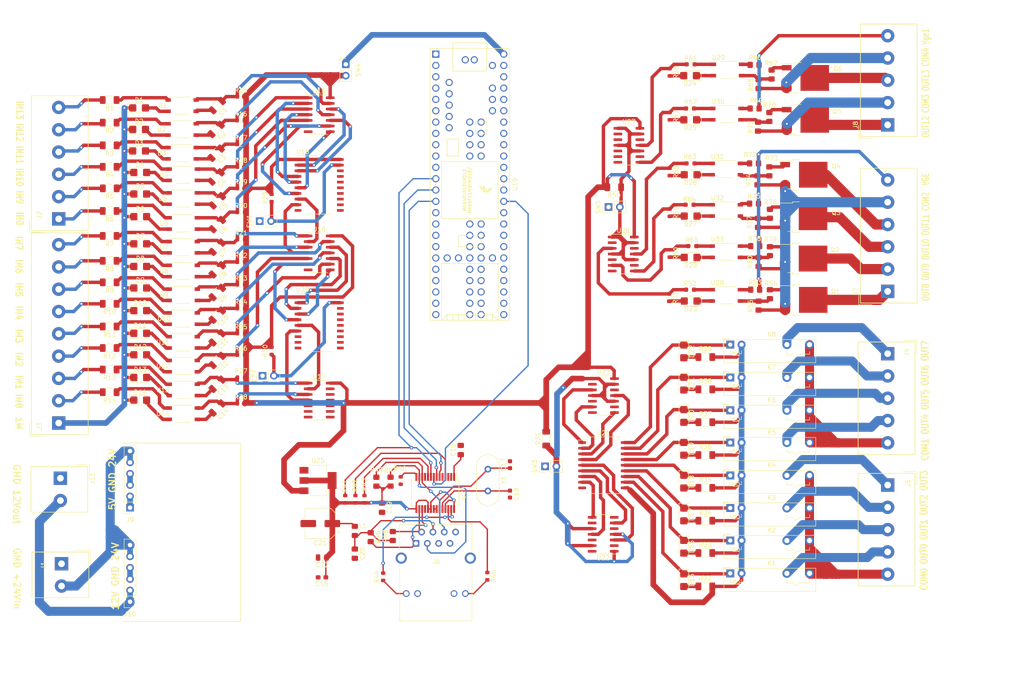
<source format=kicad_pcb>
(kicad_pcb (version 20171130) (host pcbnew "(5.1.7)-1")
  (layers (0 F.Cu signal) (31 B.Cu signal) (34 B.Paste user) (35 F.Paste user) (36 B.SilkS user) (37 F.SilkS user) (38 B.Mask user) (39 F.Mask user) (44 Edge.Cuts user))
  (net 0 "")
  (net 1 IN13)
  (net 2 IN12)
  (net 3 IN11)
  (net 4 IN10)
  (net 5 IN9)
  (net 6 IN8)
  (net 7 IN7)
  (net 8 IN6)
  (net 9 IN5)
  (net 10 IN4)
  (net 11 IN3)
  (net 12 IN2)
  (net 13 IN1)
  (net 14 IN0)
  (net 15 "Net-(R1-Pad1)")
  (net 16 "Net-(D1-Pad2)")
  (net 17 "Net-(C1-Pad1)")
  (net 18 1M)
  (net 19 "Net-(C2-Pad1)")
  (net 20 "Net-(D2-Pad2)")
  (net 21 "Net-(R3-Pad1)")
  (net 22 "Net-(C3-Pad1)")
  (net 23 "Net-(C4-Pad1)")
  (net 24 "Net-(C5-Pad1)")
  (net 25 "Net-(C6-Pad1)")
  (net 26 "Net-(C7-Pad1)")
  (net 27 "Net-(C8-Pad1)")
  (net 28 "Net-(C9-Pad1)")
  (net 29 "Net-(C10-Pad1)")
  (net 30 "Net-(C11-Pad1)")
  (net 31 "Net-(C12-Pad1)")
  (net 32 "Net-(C13-Pad1)")
  (net 33 "Net-(C14-Pad1)")
  (net 34 "Net-(D3-Pad2)")
  (net 35 "Net-(D4-Pad2)")
  (net 36 "Net-(D5-Pad2)")
  (net 37 "Net-(D6-Pad2)")
  (net 38 "Net-(D7-Pad2)")
  (net 39 "Net-(D8-Pad2)")
  (net 40 "Net-(D9-Pad2)")
  (net 41 "Net-(D10-Pad2)")
  (net 42 "Net-(D11-Pad2)")
  (net 43 "Net-(D12-Pad2)")
  (net 44 "Net-(D13-Pad2)")
  (net 45 "Net-(D14-Pad2)")
  (net 46 5V)
  (net 47 "Net-(R5-Pad1)")
  (net 48 "Net-(R6-Pad1)")
  (net 49 "Net-(R7-Pad1)")
  (net 50 "Net-(R8-Pad1)")
  (net 51 "Net-(R9-Pad1)")
  (net 52 "Net-(R10-Pad1)")
  (net 53 AA13)
  (net 54 AA12)
  (net 55 AA11)
  (net 56 AA10)
  (net 57 AA9)
  (net 58 AA8)
  (net 59 AA7)
  (net 60 AA6)
  (net 61 AA5)
  (net 62 AA4)
  (net 63 AA3)
  (net 64 AA2)
  (net 65 AA1)
  (net 66 AA0)
  (net 67 GND)
  (net 68 +24V)
  (net 69 "Net-(R2-Pad1)")
  (net 70 "Net-(R4-Pad1)")
  (net 71 "Net-(R11-Pad1)")
  (net 72 "Net-(R12-Pad1)")
  (net 73 "Net-(R13-Pad1)")
  (net 74 "Net-(R14-Pad1)")
  (net 75 "Net-(U19-Pad54)")
  (net 76 "Net-(U19-Pad38)")
  (net 77 "Net-(U19-Pad52)")
  (net 78 "Net-(U19-Pad41)")
  (net 79 "Net-(U19-Pad42)")
  (net 80 "Net-(U19-Pad51)")
  (net 81 "Net-(U19-Pad43)")
  (net 82 "Net-(U19-Pad49)")
  (net 83 "Net-(U19-Pad44)")
  (net 84 "Net-(U19-Pad45)")
  (net 85 "Net-(U19-Pad48)")
  (net 86 "Net-(U19-Pad47)")
  (net 87 "Net-(U19-Pad46)")
  (net 88 "Net-(U19-Pad39)")
  (net 89 "Net-(U19-Pad37)")
  (net 90 "Net-(U19-Pad36)")
  (net 91 "Net-(U19-Pad35)")
  (net 92 "Net-(U19-Pad34)")
  (net 93 "Net-(U19-Pad32)")
  (net 94 "Net-(U19-Pad31)")
  (net 95 "Net-(U19-Pad30)")
  (net 96 "Net-(U19-Pad29)")
  (net 97 "Net-(U19-Pad28)")
  (net 98 "Net-(U19-Pad27)")
  (net 99 "Net-(U19-Pad26)")
  (net 100 "Net-(U19-Pad25)")
  (net 101 "Net-(U19-Pad24)")
  (net 102 "Net-(U19-Pad23)")
  (net 103 "Net-(U19-Pad22)")
  (net 104 "Net-(U19-Pad21)")
  (net 105 "Net-(U20-Pad12)")
  (net 106 "Net-(U20-Pad11)")
  (net 107 "Net-(U20-Pad9)")
  (net 108 "Net-(U20-Pad8)")
  (net 109 "Net-(R29-Pad1)")
  (net 110 "Net-(R30-Pad1)")
  (net 111 D2)
  (net 112 D3)
  (net 113 D4)
  (net 114 D5)
  (net 115 D6)
  (net 116 D7)
  (net 117 D8)
  (net 118 D9)
  (net 119 D10)
  (net 120 D11)
  (net 121 D12)
  (net 122 D13)
  (net 123 D14)
  (net 124 D15)
  (net 125 "Net-(U22-Pad12)")
  (net 126 "Net-(U22-Pad9)")
  (net 127 "Net-(U22-Pad5)")
  (net 128 "Net-(U22-Pad2)")
  (net 129 "Net-(D15-Pad2)")
  (net 130 1C)
  (net 131 "Net-(D16-Pad2)")
  (net 132 2C)
  (net 133 "Net-(D17-Pad2)")
  (net 134 3C)
  (net 135 "Net-(D18-Pad2)")
  (net 136 4C)
  (net 137 "Net-(D19-Pad2)")
  (net 138 5C)
  (net 139 "Net-(D20-Pad2)")
  (net 140 6C)
  (net 141 "Net-(D21-Pad2)")
  (net 142 7C)
  (net 143 "Net-(D22-Pad2)")
  (net 144 8C)
  (net 145 24V)
  (net 146 OE)
  (net 147 8Y)
  (net 148 7Y)
  (net 149 6Y)
  (net 150 5Y)
  (net 151 4Y)
  (net 152 3Y)
  (net 153 2Y)
  (net 154 1Y)
  (net 155 "Net-(U23-Pad12)")
  (net 156 "Net-(U23-Pad9)")
  (net 157 "Net-(U23-Pad5)")
  (net 158 "Net-(U23-Pad2)")
  (net 159 COM1)
  (net 160 O4)
  (net 161 O5)
  (net 162 O6)
  (net 163 O7)
  (net 164 COM0)
  (net 165 O0)
  (net 166 O1)
  (net 167 O2)
  (net 168 O3)
  (net 169 "Net-(U19-Pad2)")
  (net 170 "Net-(U19-Pad3)")
  (net 171 "Net-(U19-Pad4)")
  (net 172 "Net-(U19-Pad5)")
  (net 173 "Net-(U19-Pad6)")
  (net 174 "Net-(U19-Pad7)")
  (net 175 "Net-(U19-Pad8)")
  (net 176 "Net-(U19-Pad9)")
  (net 177 "Net-(U19-Pad10)")
  (net 178 "Net-(U19-Pad11)")
  (net 179 "Net-(J6-Pad12)")
  (net 180 "Net-(J6-Pad9)")
  (net 181 "Net-(J6-Pad8)")
  (net 182 "Net-(J6-Pad7)")
  (net 183 "Net-(J6-Pad5)")
  (net 184 3.3V)
  (net 185 CS)
  (net 186 INT)
  (net 187 RST)
  (net 188 LEDA)
  (net 189 LEDB)
  (net 190 OSC2)
  (net 191 OSC1)
  (net 192 TD+)
  (net 193 TD-)
  (net 194 "Net-(R40-Pad2)")
  (net 195 RD+)
  (net 196 RD-)
  (net 197 SCK)
  (net 198 MOSI)
  (net 199 MISO)
  (net 200 "Net-(U24-Pad5)")
  (net 201 CLKOUT)
  (net 202 "Net-(C15-Pad1)")
  (net 203 "Net-(C19-Pad1)")
  (net 204 P4)
  (net 205 "Net-(SW4-Pad1)")
  (net 206 Vge)
  (net 207 COM2)
  (net 208 O8)
  (net 209 O9)
  (net 210 O10)
  (net 211 O11)
  (net 212 "Net-(Q1-Pad1)")
  (net 213 OE1)
  (net 214 "Net-(D23-Pad2)")
  (net 215 "Net-(R52-Pad1)")
  (net 216 "Net-(R53-Pad2)")
  (net 217 "Net-(R54-Pad2)")
  (net 218 "Net-(U26-Pad12)")
  (net 219 4Y1)
  (net 220 "Net-(U26-Pad9)")
  (net 221 3Y1)
  (net 222 2Y1)
  (net 223 "Net-(U26-Pad5)")
  (net 224 1Y1)
  (net 225 "Net-(U26-Pad2)")
  (net 226 7Y1)
  (net 227 "Net-(U27-Pad9)")
  (net 228 8Y1)
  (net 229 6Y1)
  (net 230 "Net-(U27-Pad5)")
  (net 231 5Y1)
  (net 232 "Net-(U27-Pad2)")
  (net 233 "Net-(D24-Pad2)")
  (net 234 "Net-(D25-Pad2)")
  (net 235 "Net-(D26-Pad2)")
  (net 236 "Net-(D27-Pad2)")
  (net 237 "Net-(D28-Pad2)")
  (net 238 COM3)
  (net 239 O12)
  (net 240 COM4)
  (net 241 O13)
  (net 242 Vge1)
  (net 243 "Net-(Q2-Pad1)")
  (net 244 "Net-(Q3-Pad1)")
  (net 245 "Net-(Q4-Pad1)")
  (net 246 "Net-(Q5-Pad1)")
  (net 247 "Net-(Q6-Pad1)")
  (net 248 "Net-(R61-Pad1)")
  (net 249 "Net-(R62-Pad1)")
  (net 250 "Net-(R63-Pad1)")
  (net 251 "Net-(R64-Pad1)")
  (net 252 "Net-(R65-Pad1)")
  (net 253 "Net-(R66-Pad2)")
  (net 254 "Net-(R67-Pad2)")
  (net 255 "Net-(R69-Pad2)")
  (net 256 "Net-(R70-Pad2)")
  (net 257 "Net-(R72-Pad2)")
  (net 258 "Net-(R73-Pad2)")
  (net 259 "Net-(R75-Pad2)")
  (net 260 "Net-(R76-Pad2)")
  (net 261 "Net-(R78-Pad2)")
  (net 262 "Net-(R79-Pad2)")
  (net 263 12V)
  (net 264 "Net-(U19-Pad62)")
  (net 265 "Net-(U19-Pad61)")
  (net 266 "Net-(U19-Pad60)")
  (net 267 "Net-(U19-Pad59)")
  (net 268 "Net-(U19-Pad58)")
  (net 269 "Net-(U19-Pad57)")
  (net 270 "Net-(U19-Pad56)")
  (net 271 "Net-(U19-Pad55)")
  (net 272 "Net-(U19-Pad33)")
  (net 273 "Net-(U19-Pad15)")
  (net 274 "Net-(U19-Pad16)")
  (net 275 "Net-(U19-Pad19)")
  (net 276 "Net-(U19-Pad18)")
  (net 277 "Net-(U19-Pad17)")
  (net 278 "Net-(U19-Pad87)")
  (net 279 "Net-(U19-Pad88)")
  (net 280 "Net-(U19-Pad86)")
  (net 281 "Net-(U19-Pad85)")
  (net 282 "Net-(U19-Pad84)")
  (net 283 "Net-(U19-Pad83)")
  (net 284 "Net-(U19-Pad66)")
  (net 285 "Net-(U19-Pad65)")
  (net 286 "Net-(U19-Pad63)")
  (net 287 "Net-(U19-Pad64)")
  (net 288 "Net-(U19-Pad67)")
  (net 289 "Net-(U19-Pad82)")
  (net 290 "Net-(U19-Pad68)")
  (net 291 "Net-(U19-Pad81)")
  (net 292 "Net-(U19-Pad69)")
  (net 293 "Net-(U19-Pad80)")
  (net 294 "Net-(U19-Pad75)")
  (net 295 "Net-(U19-Pad70)")
  (net 296 "Net-(U19-Pad71)")
  (net 297 "Net-(U19-Pad72)")
  (net 298 "Net-(U19-Pad73)")
  (net 299 "Net-(U19-Pad76)")
  (net 300 "Net-(U19-Pad77)")
  (net 301 "Net-(U19-Pad78)")
  (net 302 "Net-(U19-Pad79)")
  (net 303 D23)
  (net 304 "Net-(U19-Pad20)")
  (module teensy:Teensy35_36_All_Pins (layer F.Cu) (at 118.491 51.816 270)
    (fp_text reference U19 (at 0 -10.16 90) (layer F.SilkS))
    (fp_text value Teensy3.5_All_Pins)
    (fp_text user MK64FX512VMD12 (at 1.27 1.143 90) (layer F.SilkS) (effects (font (size 0.7 0.7))))
    (fp_text user MK66FX1MBVMD18/ (at 1.27 0 90) (layer F.SilkS) (effects (font (size 0.7 0.7))))
    (pad 87 thru_hole circle (at -27.94 -1.01 270) (size 1.6 1.6) (drill 1.1) (layers *.Cu *.Mask) (net 278 "Net-(U19-Pad87)"))
    (pad 88 thru_hole circle (at -27.94 1.01 270) (size 1.6 1.6) (drill 1.1) (layers *.Cu *.Mask) (net 279 "Net-(U19-Pad88)"))
    (pad 86 thru_hole circle (at -13.97 -2.54 270) (size 1.6 1.6) (drill 1.1) (layers *.Cu *.Mask) (net 280 "Net-(U19-Pad86)"))
    (pad 85 thru_hole circle (at -11.43 -2.54 270) (size 1.6 1.6) (drill 1.1) (layers *.Cu *.Mask) (net 281 "Net-(U19-Pad85)"))
    (pad 84 thru_hole circle (at -8.89 -2.54 270) (size 1.6 1.6) (drill 1.1) (layers *.Cu *.Mask) (net 282 "Net-(U19-Pad84)"))
    (pad 83 thru_hole circle (at -6.35 -2.54 270) (size 1.6 1.6) (drill 1.1) (layers *.Cu *.Mask) (net 283 "Net-(U19-Pad83)"))
    (pad 66 thru_hole circle (at -6.35 0 270) (size 1.6 1.6) (drill 1.1) (layers *.Cu *.Mask) (net 284 "Net-(U19-Pad66)"))
    (pad 65 thru_hole circle (at -8.89 0 270) (size 1.6 1.6) (drill 1.1) (layers *.Cu *.Mask) (net 285 "Net-(U19-Pad65)"))
    (pad 63 thru_hole circle (at -13.97 0 270) (size 1.6 1.6) (drill 1.1) (layers *.Cu *.Mask) (net 286 "Net-(U19-Pad63)"))
    (pad 64 thru_hole circle (at -11.43 0 270) (size 1.6 1.6) (drill 1.1) (layers *.Cu *.Mask) (net 287 "Net-(U19-Pad64)"))
    (pad 67 thru_hole circle (at 8.89 0 270) (size 1.6 1.6) (drill 1.1) (layers *.Cu *.Mask) (net 288 "Net-(U19-Pad67)"))
    (pad 82 thru_hole circle (at 8.89 -2.54 270) (size 1.6 1.6) (drill 1.1) (layers *.Cu *.Mask) (net 289 "Net-(U19-Pad82)"))
    (pad 68 thru_hole circle (at 11.43 0 270) (size 1.6 1.6) (drill 1.1) (layers *.Cu *.Mask) (net 290 "Net-(U19-Pad68)"))
    (pad 81 thru_hole circle (at 11.43 -2.54 270) (size 1.6 1.6) (drill 1.1) (layers *.Cu *.Mask) (net 291 "Net-(U19-Pad81)"))
    (pad 69 thru_hole circle (at 13.97 0 270) (size 1.6 1.6) (drill 1.1) (layers *.Cu *.Mask) (net 292 "Net-(U19-Pad69)"))
    (pad 80 thru_hole circle (at 13.97 -2.54 270) (size 1.6 1.6) (drill 1.1) (layers *.Cu *.Mask) (net 293 "Net-(U19-Pad80)"))
    (pad 74 thru_hole circle (at 29.21 0 270) (size 1.6 1.6) (drill 1.1) (layers *.Cu *.Mask) (net 67 GND))
    (pad 75 thru_hole circle (at 29.21 -2.54 270) (size 1.6 1.6) (drill 1.1) (layers *.Cu *.Mask) (net 294 "Net-(U19-Pad75)"))
    (pad 70 thru_hole circle (at 19.05 0 270) (size 1.6 1.6) (drill 1.1) (layers *.Cu *.Mask) (net 295 "Net-(U19-Pad70)"))
    (pad 71 thru_hole circle (at 21.59 0 270) (size 1.6 1.6) (drill 1.1) (layers *.Cu *.Mask) (net 296 "Net-(U19-Pad71)"))
    (pad 72 thru_hole circle (at 24.13 0 270) (size 1.6 1.6) (drill 1.1) (layers *.Cu *.Mask) (net 297 "Net-(U19-Pad72)"))
    (pad 73 thru_hole circle (at 26.67 0 270) (size 1.6 1.6) (drill 1.1) (layers *.Cu *.Mask) (net 298 "Net-(U19-Pad73)"))
    (pad 76 thru_hole circle (at 26.67 -2.54 270) (size 1.6 1.6) (drill 1.1) (layers *.Cu *.Mask) (net 299 "Net-(U19-Pad76)"))
    (pad 77 thru_hole circle (at 24.13 -2.54 270) (size 1.6 1.6) (drill 1.1) (layers *.Cu *.Mask) (net 300 "Net-(U19-Pad77)"))
    (pad 78 thru_hole circle (at 21.59 -2.54 270) (size 1.6 1.6) (drill 1.1) (layers *.Cu *.Mask) (net 301 "Net-(U19-Pad78)"))
    (pad 79 thru_hole circle (at 19.05 -2.54 270) (size 1.6 1.6) (drill 1.1) (layers *.Cu *.Mask) (net 302 "Net-(U19-Pad79)"))
    (pad 62 thru_hole circle (at -12.7 4.62 270) (size 1.6 1.6) (drill 1.1) (layers *.Cu *.Mask) (net 264 "Net-(U19-Pad62)"))
    (pad 61 thru_hole circle (at -15.24 4.62 270) (size 1.6 1.6) (drill 1.1) (layers *.Cu *.Mask) (net 265 "Net-(U19-Pad61)"))
    (pad 60 thru_hole circle (at -17.78 4.62 270) (size 1.6 1.6) (drill 1.1) (layers *.Cu *.Mask) (net 266 "Net-(U19-Pad60)"))
    (pad 59 thru_hole circle (at -20.32 4.62 270) (size 1.6 1.6) (drill 1.1) (layers *.Cu *.Mask) (net 267 "Net-(U19-Pad59)"))
    (pad 58 thru_hole circle (at -22.86 4.62 270) (size 1.6 1.6) (drill 1.1) (layers *.Cu *.Mask) (net 268 "Net-(U19-Pad58)"))
    (pad 57 thru_hole circle (at -16.51 -5.08 270) (size 1.6 1.6) (drill 1.1) (layers *.Cu *.Mask) (net 269 "Net-(U19-Pad57)"))
    (pad 56 thru_hole circle (at -19.05 -5.08 270) (size 1.6 1.6) (drill 1.1) (layers *.Cu *.Mask) (net 270 "Net-(U19-Pad56)"))
    (pad 55 thru_hole circle (at -21.59 -5.08 270) (size 1.6 1.6) (drill 1.1) (layers *.Cu *.Mask) (net 271 "Net-(U19-Pad55)"))
    (pad 54 thru_hole circle (at -26.67 -5.08 270) (size 1.6 1.6) (drill 1.1) (layers *.Cu *.Mask) (net 75 "Net-(U19-Pad54)"))
    (pad 53 thru_hole circle (at -29.21 -7.62 270) (size 1.6 1.6) (drill 1.1) (layers *.Cu *.Mask) (net 205 "Net-(SW4-Pad1)"))
    (pad 52 thru_hole circle (at -26.67 -7.62 270) (size 1.6 1.6) (drill 1.1) (layers *.Cu *.Mask) (net 77 "Net-(U19-Pad52)"))
    (pad 51 thru_hole circle (at -24.13 -7.62 270) (size 1.6 1.6) (drill 1.1) (layers *.Cu *.Mask) (net 80 "Net-(U19-Pad51)"))
    (pad 50 thru_hole circle (at -21.59 -7.62 270) (size 1.6 1.6) (drill 1.1) (layers *.Cu *.Mask) (net 303 D23))
    (pad 49 thru_hole circle (at -19.05 -7.62 270) (size 1.6 1.6) (drill 1.1) (layers *.Cu *.Mask) (net 82 "Net-(U19-Pad49)"))
    (pad 48 thru_hole circle (at -16.51 -7.62 270) (size 1.6 1.6) (drill 1.1) (layers *.Cu *.Mask) (net 85 "Net-(U19-Pad48)"))
    (pad 47 thru_hole circle (at -13.97 -7.62 270) (size 1.6 1.6) (drill 1.1) (layers *.Cu *.Mask) (net 86 "Net-(U19-Pad47)"))
    (pad 46 thru_hole circle (at -11.43 -7.62 270) (size 1.6 1.6) (drill 1.1) (layers *.Cu *.Mask) (net 87 "Net-(U19-Pad46)"))
    (pad 45 thru_hole circle (at -8.89 -7.62 270) (size 1.6 1.6) (drill 1.1) (layers *.Cu *.Mask) (net 84 "Net-(U19-Pad45)"))
    (pad 44 thru_hole circle (at -6.35 -7.62 270) (size 1.6 1.6) (drill 1.1) (layers *.Cu *.Mask) (net 83 "Net-(U19-Pad44)"))
    (pad 43 thru_hole circle (at -3.81 -7.62 270) (size 1.6 1.6) (drill 1.1) (layers *.Cu *.Mask) (net 81 "Net-(U19-Pad43)"))
    (pad 42 thru_hole circle (at -1.27 -7.62 270) (size 1.6 1.6) (drill 1.1) (layers *.Cu *.Mask) (net 79 "Net-(U19-Pad42)"))
    (pad 41 thru_hole circle (at 1.27 -7.62 270) (size 1.6 1.6) (drill 1.1) (layers *.Cu *.Mask) (net 78 "Net-(U19-Pad41)"))
    (pad 40 thru_hole circle (at 3.81 -7.62 270) (size 1.6 1.6) (drill 1.1) (layers *.Cu *.Mask) (net 197 SCK))
    (pad 39 thru_hole circle (at 6.35 -7.62 270) (size 1.6 1.6) (drill 1.1) (layers *.Cu *.Mask) (net 88 "Net-(U19-Pad39)"))
    (pad 38 thru_hole circle (at 8.89 -7.62 270) (size 1.6 1.6) (drill 1.1) (layers *.Cu *.Mask) (net 76 "Net-(U19-Pad38)"))
    (pad 1 thru_hole rect (at -29.21 7.62 270) (size 1.6 1.6) (drill 1.1) (layers *.Cu *.Mask) (net 67 GND))
    (pad 2 thru_hole circle (at -26.67 7.62 270) (size 1.6 1.6) (drill 1.1) (layers *.Cu *.Mask) (net 169 "Net-(U19-Pad2)"))
    (pad 3 thru_hole circle (at -24.13 7.62 270) (size 1.6 1.6) (drill 1.1) (layers *.Cu *.Mask) (net 170 "Net-(U19-Pad3)"))
    (pad 4 thru_hole circle (at -21.59 7.62 270) (size 1.6 1.6) (drill 1.1) (layers *.Cu *.Mask) (net 171 "Net-(U19-Pad4)"))
    (pad 5 thru_hole circle (at -19.05 7.62 270) (size 1.6 1.6) (drill 1.1) (layers *.Cu *.Mask) (net 172 "Net-(U19-Pad5)"))
    (pad 6 thru_hole circle (at -16.51 7.62 270) (size 1.6 1.6) (drill 1.1) (layers *.Cu *.Mask) (net 173 "Net-(U19-Pad6)"))
    (pad 7 thru_hole circle (at -13.97 7.62 270) (size 1.6 1.6) (drill 1.1) (layers *.Cu *.Mask) (net 174 "Net-(U19-Pad7)"))
    (pad 8 thru_hole circle (at -11.43 7.62 270) (size 1.6 1.6) (drill 1.1) (layers *.Cu *.Mask) (net 175 "Net-(U19-Pad8)"))
    (pad 9 thru_hole circle (at -8.89 7.62 270) (size 1.6 1.6) (drill 1.1) (layers *.Cu *.Mask) (net 176 "Net-(U19-Pad9)"))
    (pad 10 thru_hole circle (at -6.35 7.62 270) (size 1.6 1.6) (drill 1.1) (layers *.Cu *.Mask) (net 177 "Net-(U19-Pad10)"))
    (pad 11 thru_hole circle (at -3.81 7.62 270) (size 1.6 1.6) (drill 1.1) (layers *.Cu *.Mask) (net 178 "Net-(U19-Pad11)"))
    (pad 12 thru_hole circle (at -1.27 7.62 270) (size 1.6 1.6) (drill 1.1) (layers *.Cu *.Mask) (net 185 CS))
    (pad 13 thru_hole circle (at 1.27 7.62 270) (size 1.6 1.6) (drill 1.1) (layers *.Cu *.Mask) (net 198 MOSI))
    (pad 37 thru_hole circle (at 11.43 -7.62 270) (size 1.6 1.6) (drill 1.1) (layers *.Cu *.Mask) (net 89 "Net-(U19-Pad37)"))
    (pad 36 thru_hole circle (at 13.97 -7.62 270) (size 1.6 1.6) (drill 1.1) (layers *.Cu *.Mask) (net 90 "Net-(U19-Pad36)"))
    (pad 35 thru_hole circle (at 16.51 -7.62 270) (size 1.6 1.6) (drill 1.1) (layers *.Cu *.Mask) (net 91 "Net-(U19-Pad35)"))
    (pad 34 thru_hole circle (at 19.05 -7.62 270) (size 1.6 1.6) (drill 1.1) (layers *.Cu *.Mask) (net 92 "Net-(U19-Pad34)"))
    (pad 33 thru_hole circle (at 21.59 -7.62 270) (size 1.6 1.6) (drill 1.1) (layers *.Cu *.Mask) (net 272 "Net-(U19-Pad33)"))
    (pad 32 thru_hole circle (at 24.13 -7.62 270) (size 1.6 1.6) (drill 1.1) (layers *.Cu *.Mask) (net 93 "Net-(U19-Pad32)"))
    (pad 31 thru_hole circle (at 26.67 -7.62 270) (size 1.6 1.6) (drill 1.1) (layers *.Cu *.Mask) (net 94 "Net-(U19-Pad31)"))
    (pad 30 thru_hole circle (at 29.21 -7.62 270) (size 1.6 1.6) (drill 1.1) (layers *.Cu *.Mask) (net 95 "Net-(U19-Pad30)"))
    (pad 29 thru_hole circle (at 16.51 -5.08 270) (size 1.6 1.6) (drill 1.1) (layers *.Cu *.Mask) (net 96 "Net-(U19-Pad29)"))
    (pad 28 thru_hole circle (at 16.51 -2.54 270) (size 1.6 1.6) (drill 1.1) (layers *.Cu *.Mask) (net 97 "Net-(U19-Pad28)"))
    (pad 27 thru_hole circle (at 16.51 0 270) (size 1.6 1.6) (drill 1.1) (layers *.Cu *.Mask) (net 98 "Net-(U19-Pad27)"))
    (pad 26 thru_hole circle (at 16.51 2.54 270) (size 1.6 1.6) (drill 1.1) (layers *.Cu *.Mask) (net 99 "Net-(U19-Pad26)"))
    (pad 25 thru_hole circle (at 16.51 5.08 270) (size 1.6 1.6) (drill 1.1) (layers *.Cu *.Mask) (net 100 "Net-(U19-Pad25)"))
    (pad 24 thru_hole circle (at 29.21 7.62 270) (size 1.6 1.6) (drill 1.1) (layers *.Cu *.Mask) (net 101 "Net-(U19-Pad24)"))
    (pad 23 thru_hole circle (at 26.67 7.62 270) (size 1.6 1.6) (drill 1.1) (layers *.Cu *.Mask) (net 102 "Net-(U19-Pad23)"))
    (pad 22 thru_hole circle (at 24.13 7.62 270) (size 1.6 1.6) (drill 1.1) (layers *.Cu *.Mask) (net 103 "Net-(U19-Pad22)"))
    (pad 21 thru_hole circle (at 21.59 7.62 270) (size 1.6 1.6) (drill 1.1) (layers *.Cu *.Mask) (net 104 "Net-(U19-Pad21)"))
    (pad 14 thru_hole circle (at 3.81 7.62 270) (size 1.6 1.6) (drill 1.1) (layers *.Cu *.Mask) (net 199 MISO))
    (pad 15 thru_hole circle (at 6.35 7.62 270) (size 1.6 1.6) (drill 1.1) (layers *.Cu *.Mask) (net 273 "Net-(U19-Pad15)"))
    (pad 16 thru_hole circle (at 8.89 7.62 270) (size 1.6 1.6) (drill 1.1) (layers *.Cu *.Mask) (net 274 "Net-(U19-Pad16)"))
    (pad 20 thru_hole circle (at 19.05 7.62 270) (size 1.6 1.6) (drill 1.1) (layers *.Cu *.Mask) (net 304 "Net-(U19-Pad20)"))
    (pad 19 thru_hole circle (at 16.51 7.62 270) (size 1.6 1.6) (drill 1.1) (layers *.Cu *.Mask) (net 275 "Net-(U19-Pad19)"))
    (pad 18 thru_hole circle (at 13.97 7.62 270) (size 1.6 1.6) (drill 1.1) (layers *.Cu *.Mask) (net 276 "Net-(U19-Pad18)"))
    (pad 17 thru_hole circle (at 11.43 7.62 270) (size 1.6 1.6) (drill 1.1) (layers *.Cu *.Mask) (net 277 "Net-(U19-Pad17)"))
  )
  (module TerminalBlock_Altech:Altech_AK300_1x02_P5.00mm_45-Degree (layer F.Cu) (at 26.67 117.729 270)
    (fp_text reference J11 (at 0 -7.2 90) (layer F.SilkS))
    (fp_text value Screw_Terminal_01x02)
    (pad 2 thru_hole circle (at 5 0 270) (size 3 3) (drill 1.5) (layers *.Cu *.Mask) (net 263 12V))
    (pad 1 thru_hole rect (at 0 0 270) (size 3 3) (drill 1.5) (layers *.Cu *.Mask) (net 67 GND))
  )
  (module Connector_PinSocket_2.54mm:PinSocket_1x06_P2.54mm_Vertical (layer F.Cu) (at 42.291 145.415 180)
    (fp_text reference J10 (at 0 -2.77) (layer F.SilkS))
    (fp_text value Screw_Terminal_01x06)
    (pad 6 thru_hole oval (at 0 12.7 180) (size 1.7 1.7) (drill 1) (layers *.Cu *.Mask) (net 68 +24V))
    (pad 5 thru_hole oval (at 0 10.16 180) (size 1.7 1.7) (drill 1) (layers *.Cu *.Mask) (net 68 +24V))
    (pad 4 thru_hole oval (at 0 7.62 180) (size 1.7 1.7) (drill 1) (layers *.Cu *.Mask) (net 67 GND))
    (pad 3 thru_hole oval (at 0 5.08 180) (size 1.7 1.7) (drill 1) (layers *.Cu *.Mask) (net 67 GND))
    (pad 2 thru_hole oval (at 0 2.54 180) (size 1.7 1.7) (drill 1) (layers *.Cu *.Mask) (net 263 12V))
    (pad 1 thru_hole rect (at 0 0 180) (size 1.7 1.7) (drill 1) (layers *.Cu *.Mask) (net 263 12V))
  )
  (module Connector_PinSocket_2.54mm:PinSocket_1x06_P2.54mm_Vertical (layer F.Cu) (at 42.291 124.333 180)
    (fp_text reference J9 (at 0 -2.77) (layer F.SilkS))
    (fp_text value Screw_Terminal_01x06)
    (pad 6 thru_hole oval (at 0 12.7 180) (size 1.7 1.7) (drill 1) (layers *.Cu *.Mask) (net 68 +24V))
    (pad 5 thru_hole oval (at 0 10.16 180) (size 1.7 1.7) (drill 1) (layers *.Cu *.Mask) (net 68 +24V))
    (pad 4 thru_hole oval (at 0 7.62 180) (size 1.7 1.7) (drill 1) (layers *.Cu *.Mask) (net 67 GND))
    (pad 3 thru_hole oval (at 0 5.08 180) (size 1.7 1.7) (drill 1) (layers *.Cu *.Mask) (net 67 GND))
    (pad 2 thru_hole oval (at 0 2.54 180) (size 1.7 1.7) (drill 1) (layers *.Cu *.Mask) (net 46 5V))
    (pad 1 thru_hole rect (at 0 0 180) (size 1.7 1.7) (drill 1) (layers *.Cu *.Mask) (net 46 5V))
  )
  (module Package_SO:SSOP-28_5.3x10.2mm_P0.65mm (layer F.Cu) (at 110.744 121.031 270)
    (fp_text reference U24 (at 0 -6.25 90) (layer F.SilkS))
    (fp_text value ENC28J60x-SS)
    (pad 28 smd rect (at 3.6 -4.225 270) (size 1.75 0.45) (layers F.Cu F.Paste F.Mask) (net 184 3.3V))
    (pad 27 smd rect (at 3.6 -3.575 270) (size 1.75 0.45) (layers F.Cu F.Paste F.Mask) (net 188 LEDA))
    (pad 26 smd rect (at 3.6 -2.925 270) (size 1.75 0.45) (layers F.Cu F.Paste F.Mask) (net 189 LEDB))
    (pad 25 smd rect (at 3.6 -2.275 270) (size 1.75 0.45) (layers F.Cu F.Paste F.Mask) (net 184 3.3V))
    (pad 24 smd rect (at 3.6 -1.625 270) (size 1.75 0.45) (layers F.Cu F.Paste F.Mask) (net 190 OSC2))
    (pad 23 smd rect (at 3.6 -0.975 270) (size 1.75 0.45) (layers F.Cu F.Paste F.Mask) (net 191 OSC1))
    (pad 22 smd rect (at 3.6 -0.325 270) (size 1.75 0.45) (layers F.Cu F.Paste F.Mask) (net 67 GND))
    (pad 21 smd rect (at 3.6 0.325 270) (size 1.75 0.45) (layers F.Cu F.Paste F.Mask) (net 67 GND))
    (pad 20 smd rect (at 3.6 0.975 270) (size 1.75 0.45) (layers F.Cu F.Paste F.Mask) (net 184 3.3V))
    (pad 19 smd rect (at 3.6 1.625 270) (size 1.75 0.45) (layers F.Cu F.Paste F.Mask) (net 184 3.3V))
    (pad 18 smd rect (at 3.6 2.275 270) (size 1.75 0.45) (layers F.Cu F.Paste F.Mask) (net 67 GND))
    (pad 17 smd rect (at 3.6 2.925 270) (size 1.75 0.45) (layers F.Cu F.Paste F.Mask) (net 192 TD+))
    (pad 16 smd rect (at 3.6 3.575 270) (size 1.75 0.45) (layers F.Cu F.Paste F.Mask) (net 193 TD-))
    (pad 15 smd rect (at 3.6 4.225 270) (size 1.75 0.45) (layers F.Cu F.Paste F.Mask) (net 184 3.3V))
    (pad 14 smd rect (at -3.6 4.225 270) (size 1.75 0.45) (layers F.Cu F.Paste F.Mask) (net 194 "Net-(R40-Pad2)"))
    (pad 13 smd rect (at -3.6 3.575 270) (size 1.75 0.45) (layers F.Cu F.Paste F.Mask) (net 195 RD+))
    (pad 12 smd rect (at -3.6 2.925 270) (size 1.75 0.45) (layers F.Cu F.Paste F.Mask) (net 196 RD-))
    (pad 11 smd rect (at -3.6 2.275 270) (size 1.75 0.45) (layers F.Cu F.Paste F.Mask) (net 67 GND))
    (pad 10 smd rect (at -3.6 1.625 270) (size 1.75 0.45) (layers F.Cu F.Paste F.Mask) (net 187 RST))
    (pad 9 smd rect (at -3.6 0.975 270) (size 1.75 0.45) (layers F.Cu F.Paste F.Mask) (net 185 CS))
    (pad 8 smd rect (at -3.6 0.325 270) (size 1.75 0.45) (layers F.Cu F.Paste F.Mask) (net 197 SCK))
    (pad 7 smd rect (at -3.6 -0.325 270) (size 1.75 0.45) (layers F.Cu F.Paste F.Mask) (net 198 MOSI))
    (pad 6 smd rect (at -3.6 -0.975 270) (size 1.75 0.45) (layers F.Cu F.Paste F.Mask) (net 199 MISO))
    (pad 5 smd rect (at -3.6 -1.625 270) (size 1.75 0.45) (layers F.Cu F.Paste F.Mask) (net 200 "Net-(U24-Pad5)"))
    (pad 4 smd rect (at -3.6 -2.275 270) (size 1.75 0.45) (layers F.Cu F.Paste F.Mask) (net 186 INT))
    (pad 3 smd rect (at -3.6 -2.925 270) (size 1.75 0.45) (layers F.Cu F.Paste F.Mask) (net 201 CLKOUT))
    (pad 2 smd rect (at -3.6 -3.575 270) (size 1.75 0.45) (layers F.Cu F.Paste F.Mask) (net 67 GND))
    (pad 1 smd rect (at -3.6 -4.225 270) (size 1.75 0.45) (layers F.Cu F.Paste F.Mask) (net 202 "Net-(C15-Pad1)"))
  )
  (module Package_TO_SOT_SMD:TO-252-2 (layer F.Cu) (at 193.377 59.181)
    (fp_text reference Q3 (at 7.283 -1.015) (layer F.SilkS))
    (fp_text value IRG4PF50W)
    (pad 2 smd rect (at 2.1 0) (size 6.4 5.8) (layers F.Cu F.Mask) (net 210 O10))
    (pad 3 smd rect (at -4.2 2.28) (size 2.2 1.2) (layers F.Cu F.Paste F.Mask) (net 207 COM2))
    (pad 1 smd rect (at -4.2 -2.28) (size 2.2 1.2) (layers F.Cu F.Paste F.Mask) (net 244 "Net-(Q3-Pad1)"))
  )
  (module Resistor_SMD:R_0805_2012Metric_Pad1.20x1.40mm_HandSolder (layer F.Cu) (at 185.801 76.454 270)
    (fp_text reference R54 (at -2.413 -0.254 180) (layer F.SilkS))
    (fp_text value 1k)
    (pad 2 smd roundrect (at 1 0 270) (size 1.2 1.4) (layers F.Cu F.Paste F.Mask) (roundrect_rratio 0.208333) (net 217 "Net-(R54-Pad2)"))
    (pad 1 smd roundrect (at -1 0 270) (size 1.2 1.4) (layers F.Cu F.Paste F.Mask) (roundrect_rratio 0.208333) (net 212 "Net-(Q1-Pad1)"))
  )
  (module Package_SO:MFSOP6-4_4.4x3.6mm_P1.27mm (layer F.Cu) (at 176.022 66.929)
    (fp_text reference U33 (at -2 -2.8) (layer F.SilkS))
    (fp_text value TLP127)
    (pad 1 smd rect (at -3.15 -1.27) (size 1.2 0.8) (layers F.Cu F.Paste F.Mask) (net 252 "Net-(R65-Pad1)"))
    (pad 4 smd rect (at 3.15 1.27) (size 1.2 0.8) (layers F.Cu F.Paste F.Mask) (net 262 "Net-(R79-Pad2)"))
    (pad 3 smd rect (at -3.15 1.27) (size 1.2 0.8) (layers F.Cu F.Paste F.Mask) (net 67 GND))
    (pad 6 smd rect (at 3.15 -1.27) (size 1.2 0.8) (layers F.Cu F.Paste F.Mask) (net 261 "Net-(R78-Pad2)"))
  )
  (module Package_SO:MFSOP6-4_4.4x3.6mm_P1.27mm (layer F.Cu) (at 176.022 57.658)
    (fp_text reference U32 (at -2 -2.8) (layer F.SilkS))
    (fp_text value TLP127)
    (pad 1 smd rect (at -3.15 -1.27) (size 1.2 0.8) (layers F.Cu F.Paste F.Mask) (net 251 "Net-(R64-Pad1)"))
    (pad 4 smd rect (at 3.15 1.27) (size 1.2 0.8) (layers F.Cu F.Paste F.Mask) (net 260 "Net-(R76-Pad2)"))
    (pad 3 smd rect (at -3.15 1.27) (size 1.2 0.8) (layers F.Cu F.Paste F.Mask) (net 67 GND))
    (pad 6 smd rect (at 3.15 -1.27) (size 1.2 0.8) (layers F.Cu F.Paste F.Mask) (net 259 "Net-(R75-Pad2)"))
  )
  (module Package_SO:MFSOP6-4_4.4x3.6mm_P1.27mm (layer F.Cu) (at 176.022 48.387)
    (fp_text reference U31 (at -2 -2.8) (layer F.SilkS))
    (fp_text value TLP127)
    (pad 1 smd rect (at -3.15 -1.27) (size 1.2 0.8) (layers F.Cu F.Paste F.Mask) (net 250 "Net-(R63-Pad1)"))
    (pad 4 smd rect (at 3.15 1.27) (size 1.2 0.8) (layers F.Cu F.Paste F.Mask) (net 258 "Net-(R73-Pad2)"))
    (pad 3 smd rect (at -3.15 1.27) (size 1.2 0.8) (layers F.Cu F.Paste F.Mask) (net 67 GND))
    (pad 6 smd rect (at 3.15 -1.27) (size 1.2 0.8) (layers F.Cu F.Paste F.Mask) (net 257 "Net-(R72-Pad2)"))
  )
  (module Package_SO:MFSOP6-4_4.4x3.6mm_P1.27mm (layer F.Cu) (at 176.149 36.068)
    (fp_text reference U30 (at -2 -2.8) (layer F.SilkS))
    (fp_text value TLP127)
    (pad 1 smd rect (at -3.15 -1.27) (size 1.2 0.8) (layers F.Cu F.Paste F.Mask) (net 249 "Net-(R62-Pad1)"))
    (pad 4 smd rect (at 3.15 1.27) (size 1.2 0.8) (layers F.Cu F.Paste F.Mask) (net 256 "Net-(R70-Pad2)"))
    (pad 3 smd rect (at -3.15 1.27) (size 1.2 0.8) (layers F.Cu F.Paste F.Mask) (net 67 GND))
    (pad 6 smd rect (at 3.15 -1.27) (size 1.2 0.8) (layers F.Cu F.Paste F.Mask) (net 255 "Net-(R69-Pad2)"))
  )
  (module Package_SO:MFSOP6-4_4.4x3.6mm_P1.27mm (layer F.Cu) (at 176.276 26.162)
    (fp_text reference U29 (at -2 -2.8) (layer F.SilkS))
    (fp_text value TLP127)
    (pad 1 smd rect (at -3.15 -1.27) (size 1.2 0.8) (layers F.Cu F.Paste F.Mask) (net 248 "Net-(R61-Pad1)"))
    (pad 4 smd rect (at 3.15 1.27) (size 1.2 0.8) (layers F.Cu F.Paste F.Mask) (net 254 "Net-(R67-Pad2)"))
    (pad 3 smd rect (at -3.15 1.27) (size 1.2 0.8) (layers F.Cu F.Paste F.Mask) (net 67 GND))
    (pad 6 smd rect (at 3.15 -1.27) (size 1.2 0.8) (layers F.Cu F.Paste F.Mask) (net 253 "Net-(R66-Pad2)"))
  )
  (module Resistor_SMD:R_0805_2012Metric_Pad1.20x1.40mm_HandSolder (layer F.Cu) (at 183.261 69.215 270)
    (fp_text reference R80 (at -0.016 1.905 90) (layer F.SilkS))
    (fp_text value 10k)
    (pad 2 smd roundrect (at 1 0 270) (size 1.2 1.4) (layers F.Cu F.Paste F.Mask) (roundrect_rratio 0.208333) (net 207 COM2))
    (pad 1 smd roundrect (at -1 0 270) (size 1.2 1.4) (layers F.Cu F.Paste F.Mask) (roundrect_rratio 0.208333) (net 262 "Net-(R79-Pad2)"))
  )
  (module Resistor_SMD:R_0805_2012Metric_Pad1.20x1.40mm_HandSolder (layer F.Cu) (at 185.801 66.802 270)
    (fp_text reference R79 (at -2.667 -0.127 180) (layer F.SilkS))
    (fp_text value 1k)
    (pad 2 smd roundrect (at 1 0 270) (size 1.2 1.4) (layers F.Cu F.Paste F.Mask) (roundrect_rratio 0.208333) (net 262 "Net-(R79-Pad2)"))
    (pad 1 smd roundrect (at -1 0 270) (size 1.2 1.4) (layers F.Cu F.Paste F.Mask) (roundrect_rratio 0.208333) (net 243 "Net-(Q2-Pad1)"))
  )
  (module Resistor_SMD:R_0805_2012Metric_Pad1.20x1.40mm_HandSolder (layer F.Cu) (at 182.499 65.659 180)
    (fp_text reference R78 (at 0.127 1.651) (layer F.SilkS))
    (fp_text value 1k)
    (pad 2 smd roundrect (at 1 0 180) (size 1.2 1.4) (layers F.Cu F.Paste F.Mask) (roundrect_rratio 0.208333) (net 261 "Net-(R78-Pad2)"))
    (pad 1 smd roundrect (at -1 0 180) (size 1.2 1.4) (layers F.Cu F.Paste F.Mask) (roundrect_rratio 0.208333) (net 206 Vge))
  )
  (module Resistor_SMD:R_0805_2012Metric_Pad1.20x1.40mm_HandSolder (layer F.Cu) (at 183.134 60.452 270)
    (fp_text reference R77 (at -0.127 1.905 90) (layer F.SilkS))
    (fp_text value 10k)
    (pad 2 smd roundrect (at 1 0 270) (size 1.2 1.4) (layers F.Cu F.Paste F.Mask) (roundrect_rratio 0.208333) (net 207 COM2))
    (pad 1 smd roundrect (at -1 0 270) (size 1.2 1.4) (layers F.Cu F.Paste F.Mask) (roundrect_rratio 0.208333) (net 260 "Net-(R76-Pad2)"))
  )
  (module Resistor_SMD:R_0805_2012Metric_Pad1.20x1.40mm_HandSolder (layer F.Cu) (at 185.801 58.42 270)
    (fp_text reference R76 (at -2.667 -0.127 180) (layer F.SilkS))
    (fp_text value 1k)
    (pad 2 smd roundrect (at 1 0 270) (size 1.2 1.4) (layers F.Cu F.Paste F.Mask) (roundrect_rratio 0.208333) (net 260 "Net-(R76-Pad2)"))
    (pad 1 smd roundrect (at -1 0 270) (size 1.2 1.4) (layers F.Cu F.Paste F.Mask) (roundrect_rratio 0.208333) (net 244 "Net-(Q3-Pad1)"))
  )
  (module Resistor_SMD:R_0805_2012Metric_Pad1.20x1.40mm_HandSolder (layer F.Cu) (at 182.245 56.134 180)
    (fp_text reference R75 (at 0 1.651) (layer F.SilkS))
    (fp_text value 1k)
    (pad 2 smd roundrect (at 1 0 180) (size 1.2 1.4) (layers F.Cu F.Paste F.Mask) (roundrect_rratio 0.208333) (net 259 "Net-(R75-Pad2)"))
    (pad 1 smd roundrect (at -1 0 180) (size 1.2 1.4) (layers F.Cu F.Paste F.Mask) (roundrect_rratio 0.208333) (net 206 Vge))
  )
  (module Resistor_SMD:R_0805_2012Metric_Pad1.20x1.40mm_HandSolder (layer F.Cu) (at 183.007 50.911 270)
    (fp_text reference R74 (at -0.111 1.905 90) (layer F.SilkS))
    (fp_text value 10k)
    (pad 2 smd roundrect (at 1 0 270) (size 1.2 1.4) (layers F.Cu F.Paste F.Mask) (roundrect_rratio 0.208333) (net 207 COM2))
    (pad 1 smd roundrect (at -1 0 270) (size 1.2 1.4) (layers F.Cu F.Paste F.Mask) (roundrect_rratio 0.208333) (net 258 "Net-(R73-Pad2)"))
  )
  (module Resistor_SMD:R_0805_2012Metric_Pad1.20x1.40mm_HandSolder (layer F.Cu) (at 185.674 48.895 270)
    (fp_text reference R73 (at -2.921 -0.508 180) (layer F.SilkS))
    (fp_text value 1k)
    (pad 2 smd roundrect (at 1 0 270) (size 1.2 1.4) (layers F.Cu F.Paste F.Mask) (roundrect_rratio 0.208333) (net 258 "Net-(R73-Pad2)"))
    (pad 1 smd roundrect (at -1 0 270) (size 1.2 1.4) (layers F.Cu F.Paste F.Mask) (roundrect_rratio 0.208333) (net 245 "Net-(Q4-Pad1)"))
  )
  (module Resistor_SMD:R_0805_2012Metric_Pad1.20x1.40mm_HandSolder (layer F.Cu) (at 182.245 47.117 180)
    (fp_text reference R72 (at 0.889 1.905) (layer F.SilkS))
    (fp_text value 1k)
    (pad 2 smd roundrect (at 1 0 180) (size 1.2 1.4) (layers F.Cu F.Paste F.Mask) (roundrect_rratio 0.208333) (net 257 "Net-(R72-Pad2)"))
    (pad 1 smd roundrect (at -1 0 180) (size 1.2 1.4) (layers F.Cu F.Paste F.Mask) (roundrect_rratio 0.208333) (net 206 Vge))
  )
  (module Resistor_SMD:R_0805_2012Metric_Pad1.20x1.40mm_HandSolder (layer F.Cu) (at 183.134 38.862 270)
    (fp_text reference R71 (at 0.127 1.651 90) (layer F.SilkS))
    (fp_text value 10k)
    (pad 2 smd roundrect (at 1 0 270) (size 1.2 1.4) (layers F.Cu F.Paste F.Mask) (roundrect_rratio 0.208333) (net 238 COM3))
    (pad 1 smd roundrect (at -1 0 270) (size 1.2 1.4) (layers F.Cu F.Paste F.Mask) (roundrect_rratio 0.208333) (net 256 "Net-(R70-Pad2)"))
  )
  (module Resistor_SMD:R_0805_2012Metric_Pad1.20x1.40mm_HandSolder (layer F.Cu) (at 185.674 36.703 270)
    (fp_text reference R70 (at -2.667 0 180) (layer F.SilkS))
    (fp_text value 1k)
    (pad 2 smd roundrect (at 1 0 270) (size 1.2 1.4) (layers F.Cu F.Paste F.Mask) (roundrect_rratio 0.208333) (net 256 "Net-(R70-Pad2)"))
    (pad 1 smd roundrect (at -1 0 270) (size 1.2 1.4) (layers F.Cu F.Paste F.Mask) (roundrect_rratio 0.208333) (net 246 "Net-(Q5-Pad1)"))
  )
  (module Resistor_SMD:R_0805_2012Metric_Pad1.20x1.40mm_HandSolder (layer F.Cu) (at 182.372 34.798 180)
    (fp_text reference R69 (at -0.381 1.778) (layer F.SilkS))
    (fp_text value 1k)
    (pad 2 smd roundrect (at 1 0 180) (size 1.2 1.4) (layers F.Cu F.Paste F.Mask) (roundrect_rratio 0.208333) (net 255 "Net-(R69-Pad2)"))
    (pad 1 smd roundrect (at -1 0 180) (size 1.2 1.4) (layers F.Cu F.Paste F.Mask) (roundrect_rratio 0.208333) (net 242 Vge1))
  )
  (module Resistor_SMD:R_0805_2012Metric_Pad1.20x1.40mm_HandSolder (layer F.Cu) (at 183.261 29.321 270)
    (fp_text reference R68 (at 0.143 1.778 90) (layer F.SilkS))
    (fp_text value 10k)
    (pad 2 smd roundrect (at 1 0 270) (size 1.2 1.4) (layers F.Cu F.Paste F.Mask) (roundrect_rratio 0.208333) (net 240 COM4))
    (pad 1 smd roundrect (at -1 0 270) (size 1.2 1.4) (layers F.Cu F.Paste F.Mask) (roundrect_rratio 0.208333) (net 254 "Net-(R67-Pad2)"))
  )
  (module Resistor_SMD:R_0805_2012Metric_Pad1.20x1.40mm_HandSolder (layer F.Cu) (at 186.182 27.178 270)
    (fp_text reference R67 (at -2.54 0.127 180) (layer F.SilkS))
    (fp_text value 1k)
    (pad 2 smd roundrect (at 1 0 270) (size 1.2 1.4) (layers F.Cu F.Paste F.Mask) (roundrect_rratio 0.208333) (net 254 "Net-(R67-Pad2)"))
    (pad 1 smd roundrect (at -1 0 270) (size 1.2 1.4) (layers F.Cu F.Paste F.Mask) (roundrect_rratio 0.208333) (net 247 "Net-(Q6-Pad1)"))
  )
  (module Resistor_SMD:R_0805_2012Metric_Pad1.20x1.40mm_HandSolder (layer F.Cu) (at 182.372 25.019 180)
    (fp_text reference R66 (at -0.127 1.651) (layer F.SilkS))
    (fp_text value 1k)
    (pad 2 smd roundrect (at 1 0 180) (size 1.2 1.4) (layers F.Cu F.Paste F.Mask) (roundrect_rratio 0.208333) (net 253 "Net-(R66-Pad2)"))
    (pad 1 smd roundrect (at -1 0 180) (size 1.2 1.4) (layers F.Cu F.Paste F.Mask) (roundrect_rratio 0.208333) (net 242 Vge1))
  )
  (module Resistor_SMD:R_0603_1608Metric_Pad0.98x0.95mm_HandSolder (layer F.Cu) (at 168.402 65.659 180)
    (fp_text reference R65 (at 0.127 1.397) (layer F.SilkS))
    (fp_text value 390)
    (pad 2 smd roundrect (at 0.9125 0 180) (size 0.975 0.95) (layers F.Cu F.Paste F.Mask) (net 222 2Y1))
    (pad 1 smd roundrect (at -0.9125 0 180) (size 0.975 0.95) (layers F.Cu F.Paste F.Mask) (net 252 "Net-(R65-Pad1)"))
  )
  (module Resistor_SMD:R_0603_1608Metric_Pad0.98x0.95mm_HandSolder (layer F.Cu) (at 167.7905 56.388 180)
    (fp_text reference R64 (at 0.0235 1.27) (layer F.SilkS))
    (fp_text value 390)
    (pad 2 smd roundrect (at 0.9125 0 180) (size 0.975 0.95) (layers F.Cu F.Paste F.Mask) (net 221 3Y1))
    (pad 1 smd roundrect (at -0.9125 0 180) (size 0.975 0.95) (layers F.Cu F.Paste F.Mask) (net 251 "Net-(R64-Pad1)"))
  )
  (module Resistor_SMD:R_0603_1608Metric_Pad0.98x0.95mm_HandSolder (layer F.Cu) (at 167.9975 47.117 180)
    (fp_text reference R63 (at 0.1035 1.524) (layer F.SilkS))
    (fp_text value 390)
    (pad 2 smd roundrect (at 0.9125 0 180) (size 0.975 0.95) (layers F.Cu F.Paste F.Mask) (net 219 4Y1))
    (pad 1 smd roundrect (at -0.9125 0 180) (size 0.975 0.95) (layers F.Cu F.Paste F.Mask) (net 250 "Net-(R63-Pad1)"))
  )
  (module Resistor_SMD:R_0603_1608Metric_Pad0.98x0.95mm_HandSolder (layer F.Cu) (at 167.894 34.798 180)
    (fp_text reference R62 (at -0.127 1.524) (layer F.SilkS))
    (fp_text value 390)
    (pad 2 smd roundrect (at 0.9125 0 180) (size 0.975 0.95) (layers F.Cu F.Paste F.Mask) (net 226 7Y1))
    (pad 1 smd roundrect (at -0.9125 0 180) (size 0.975 0.95) (layers F.Cu F.Paste F.Mask) (net 249 "Net-(R62-Pad1)"))
  )
  (module Resistor_SMD:R_0603_1608Metric_Pad0.98x0.95mm_HandSolder (layer F.Cu) (at 168.021 24.892 180)
    (fp_text reference R61 (at 0 1.397) (layer F.SilkS))
    (fp_text value 390)
    (pad 2 smd roundrect (at 0.9125 0 180) (size 0.975 0.95) (layers F.Cu F.Paste F.Mask) (net 228 8Y1))
    (pad 1 smd roundrect (at -0.9125 0 180) (size 0.975 0.95) (layers F.Cu F.Paste F.Mask) (net 248 "Net-(R61-Pad1)"))
  )
  (module Resistor_SMD:R_0603_1608Metric (layer F.Cu) (at 163.322 67.31 270)
    (fp_text reference R60 (at 0 -1.43 90) (layer F.SilkS))
    (fp_text value 1k)
    (pad 2 smd roundrect (at 0.825 0 270) (size 0.8 0.95) (layers F.Cu F.Paste F.Mask) (net 237 "Net-(D28-Pad2)"))
    (pad 1 smd roundrect (at -0.825 0 270) (size 0.8 0.95) (layers F.Cu F.Paste F.Mask) (net 222 2Y1))
  )
  (module Resistor_SMD:R_0603_1608Metric (layer F.Cu) (at 163.322 58.166 270)
    (fp_text reference R59 (at 0 -1.43 90) (layer F.SilkS))
    (fp_text value 1k)
    (pad 2 smd roundrect (at 0.825 0 270) (size 0.8 0.95) (layers F.Cu F.Paste F.Mask) (net 236 "Net-(D27-Pad2)"))
    (pad 1 smd roundrect (at -0.825 0 270) (size 0.8 0.95) (layers F.Cu F.Paste F.Mask) (net 221 3Y1))
  )
  (module Resistor_SMD:R_0603_1608Metric (layer F.Cu) (at 163.322 49.022 270)
    (fp_text reference R58 (at 0 -1.43 90) (layer F.SilkS))
    (fp_text value 1k)
    (pad 2 smd roundrect (at 0.825 0 270) (size 0.8 0.95) (layers F.Cu F.Paste F.Mask) (net 235 "Net-(D26-Pad2)"))
    (pad 1 smd roundrect (at -0.825 0 270) (size 0.8 0.95) (layers F.Cu F.Paste F.Mask) (net 219 4Y1))
  )
  (module Resistor_SMD:R_0603_1608Metric (layer F.Cu) (at 163.322 36.512 270)
    (fp_text reference R57 (at 0 -1.43 90) (layer F.SilkS))
    (fp_text value 1k)
    (pad 2 smd roundrect (at 0.825 0 270) (size 0.8 0.95) (layers F.Cu F.Paste F.Mask) (net 234 "Net-(D25-Pad2)"))
    (pad 1 smd roundrect (at -0.825 0 270) (size 0.8 0.95) (layers F.Cu F.Paste F.Mask) (net 226 7Y1))
  )
  (module Resistor_SMD:R_0603_1608Metric (layer F.Cu) (at 163.322 26.67 270)
    (fp_text reference R56 (at 0 -1.43 90) (layer F.SilkS))
    (fp_text value 1k)
    (pad 2 smd roundrect (at 0.825 0 270) (size 0.8 0.95) (layers F.Cu F.Paste F.Mask) (net 233 "Net-(D24-Pad2)"))
    (pad 1 smd roundrect (at -0.825 0 270) (size 0.8 0.95) (layers F.Cu F.Paste F.Mask) (net 228 8Y1))
  )
  (module Package_TO_SOT_SMD:TO-252-2 (layer F.Cu) (at 193.377 68.454)
    (fp_text reference Q2 (at 7.029 -1.906) (layer F.SilkS))
    (fp_text value IRG4PF50W)
    (pad 2 smd rect (at 2.1 0) (size 6.4 5.8) (layers F.Cu F.Mask) (net 209 O9))
    (pad 3 smd rect (at -4.2 2.28) (size 2.2 1.2) (layers F.Cu F.Paste F.Mask) (net 207 COM2))
    (pad 1 smd rect (at -4.2 -2.28) (size 2.2 1.2) (layers F.Cu F.Paste F.Mask) (net 243 "Net-(Q2-Pad1)"))
  )
  (module Package_TO_SOT_SMD:TO-252-2 (layer F.Cu) (at 193.421 49.657)
    (fp_text reference Q4 (at 7.239 -1.905) (layer F.SilkS))
    (fp_text value IRG4PF50W)
    (pad 2 smd rect (at 2.1 0) (size 6.4 5.8) (layers F.Cu F.Mask) (net 211 O11))
    (pad 3 smd rect (at -4.2 2.28) (size 2.2 1.2) (layers F.Cu F.Paste F.Mask) (net 207 COM2))
    (pad 1 smd rect (at -4.2 -2.28) (size 2.2 1.2) (layers F.Cu F.Paste F.Mask) (net 245 "Net-(Q4-Pad1)"))
  )
  (module Package_TO_SOT_SMD:TO-252-2 (layer F.Cu) (at 193.758 37.337)
    (fp_text reference Q5 (at 7.029 -1.904) (layer F.SilkS))
    (fp_text value IRG4PF50W)
    (pad 2 smd rect (at 2.1 0) (size 6.4 5.8) (layers F.Cu F.Mask) (net 239 O12))
    (pad 3 smd rect (at -4.2 2.28) (size 2.2 1.2) (layers F.Cu F.Paste F.Mask) (net 238 COM3))
    (pad 1 smd rect (at -4.2 -2.28) (size 2.2 1.2) (layers F.Cu F.Paste F.Mask) (net 246 "Net-(Q5-Pad1)"))
  )
  (module Package_TO_SOT_SMD:TO-252-2 (layer F.Cu) (at 193.758 27.939)
    (fp_text reference Q6 (at 7.283 -2.031) (layer F.SilkS))
    (fp_text value IRG4PF50W)
    (pad 2 smd rect (at 2.1 0) (size 6.4 5.8) (layers F.Cu F.Mask) (net 241 O13))
    (pad 3 smd rect (at -4.2 2.28) (size 2.2 1.2) (layers F.Cu F.Paste F.Mask) (net 240 COM4))
    (pad 1 smd rect (at -4.2 -2.28) (size 2.2 1.2) (layers F.Cu F.Paste F.Mask) (net 247 "Net-(Q6-Pad1)"))
  )
  (module TerminalBlock_Altech:Altech_AK300_1x05_P5.00mm_45-Degree (layer F.Cu) (at 212.217 38.481 90)
    (fp_text reference J8 (at 0 -7.2 90) (layer F.SilkS))
    (fp_text value Screw_Terminal_01x05)
    (pad 5 thru_hole circle (at 20 0 90) (size 3 3) (drill 1.5) (layers *.Cu *.Mask) (net 242 Vge1))
    (pad 4 thru_hole circle (at 15 0 90) (size 3 3) (drill 1.5) (layers *.Cu *.Mask) (net 240 COM4))
    (pad 3 thru_hole circle (at 10 0 90) (size 3 3) (drill 1.5) (layers *.Cu *.Mask) (net 241 O13))
    (pad 2 thru_hole circle (at 5 0 90) (size 3 3) (drill 1.5) (layers *.Cu *.Mask) (net 238 COM3))
    (pad 1 thru_hole rect (at 0 0 90) (size 3 3) (drill 1.5) (layers *.Cu *.Mask) (net 239 O12))
  )
  (module LED_SMD:LED_1206_3216Metric_Castellated (layer F.Cu) (at 168.021 68.199 180)
    (fp_text reference D28 (at 0 -1.78) (layer F.SilkS))
    (fp_text value LED)
    (pad 2 smd roundrect (at 1.425 0 180) (size 1.6 1.65) (layers F.Cu F.Paste F.Mask) (roundrect_rratio 0.15625) (net 237 "Net-(D28-Pad2)"))
    (pad 1 smd roundrect (at -1.425 0 180) (size 1.6 1.65) (layers F.Cu F.Paste F.Mask) (roundrect_rratio 0.15625) (net 67 GND))
  )
  (module LED_SMD:LED_1206_3216Metric_Castellated (layer F.Cu) (at 168.021 58.928 180)
    (fp_text reference D27 (at 0 -1.78) (layer F.SilkS))
    (fp_text value LED)
    (pad 2 smd roundrect (at 1.425 0 180) (size 1.6 1.65) (layers F.Cu F.Paste F.Mask) (roundrect_rratio 0.15625) (net 236 "Net-(D27-Pad2)"))
    (pad 1 smd roundrect (at -1.425 0 180) (size 1.6 1.65) (layers F.Cu F.Paste F.Mask) (roundrect_rratio 0.15625) (net 67 GND))
  )
  (module LED_SMD:LED_1206_3216Metric_Castellated (layer F.Cu) (at 168.021 49.657 180)
    (fp_text reference D26 (at 0 -1.78) (layer F.SilkS))
    (fp_text value LED)
    (pad 2 smd roundrect (at 1.425 0 180) (size 1.6 1.65) (layers F.Cu F.Paste F.Mask) (roundrect_rratio 0.15625) (net 235 "Net-(D26-Pad2)"))
    (pad 1 smd roundrect (at -1.425 0 180) (size 1.6 1.65) (layers F.Cu F.Paste F.Mask) (roundrect_rratio 0.15625) (net 67 GND))
  )
  (module LED_SMD:LED_1206_3216Metric_Castellated (layer F.Cu) (at 167.922 37.338 180)
    (fp_text reference D25 (at 0 -1.78) (layer F.SilkS))
    (fp_text value LED)
    (pad 2 smd roundrect (at 1.425 0 180) (size 1.6 1.65) (layers F.Cu F.Paste F.Mask) (roundrect_rratio 0.15625) (net 234 "Net-(D25-Pad2)"))
    (pad 1 smd roundrect (at -1.425 0 180) (size 1.6 1.65) (layers F.Cu F.Paste F.Mask) (roundrect_rratio 0.15625) (net 67 GND))
  )
  (module LED_SMD:LED_1206_3216Metric_Castellated (layer F.Cu) (at 167.894 27.432 180)
    (fp_text reference D24 (at 0 -1.78) (layer F.SilkS))
    (fp_text value LED)
    (pad 2 smd roundrect (at 1.425 0 180) (size 1.6 1.65) (layers F.Cu F.Paste F.Mask) (roundrect_rratio 0.15625) (net 233 "Net-(D24-Pad2)"))
    (pad 1 smd roundrect (at -1.425 0 180) (size 1.6 1.65) (layers F.Cu F.Paste F.Mask) (roundrect_rratio 0.15625) (net 67 GND))
  )
  (module Package_SO:MFSOP6-4_4.4x3.6mm_P1.27mm (layer F.Cu) (at 176.022 76.708)
    (fp_text reference U28 (at -2 -2.8) (layer F.SilkS))
    (fp_text value TLP127)
    (pad 1 smd rect (at -3.15 -1.27) (size 1.2 0.8) (layers F.Cu F.Paste F.Mask) (net 215 "Net-(R52-Pad1)"))
    (pad 4 smd rect (at 3.15 1.27) (size 1.2 0.8) (layers F.Cu F.Paste F.Mask) (net 217 "Net-(R54-Pad2)"))
    (pad 3 smd rect (at -3.15 1.27) (size 1.2 0.8) (layers F.Cu F.Paste F.Mask) (net 67 GND))
    (pad 6 smd rect (at 3.15 -1.27) (size 1.2 0.8) (layers F.Cu F.Paste F.Mask) (net 216 "Net-(R53-Pad2)"))
  )
  (module LED_SMD:LED_1206_3216Metric_Castellated (layer F.Cu) (at 168.021 77.978 180)
    (fp_text reference D23 (at 0 -1.78) (layer F.SilkS))
    (fp_text value LED)
    (pad 2 smd roundrect (at 1.425 0 180) (size 1.6 1.65) (layers F.Cu F.Paste F.Mask) (roundrect_rratio 0.15625) (net 214 "Net-(D23-Pad2)"))
    (pad 1 smd roundrect (at -1.425 0 180) (size 1.6 1.65) (layers F.Cu F.Paste F.Mask) (roundrect_rratio 0.15625) (net 67 GND))
  )
  (module Package_SO:SOIC-14_3.9x8.7mm_P1.27mm (layer F.Cu) (at 154.178 43.053)
    (fp_text reference U27 (at 0 -5.28) (layer F.SilkS))
    (fp_text value 74AHCT125)
    (pad 14 smd roundrect (at 2.475 -3.81) (size 1.95 0.6) (layers F.Cu F.Paste F.Mask) (net 46 5V))
    (pad 13 smd roundrect (at 2.475 -2.54) (size 1.95 0.6) (layers F.Cu F.Paste F.Mask) (net 213 OE1))
    (pad 12 smd roundrect (at 2.475 -1.27) (size 1.95 0.6) (layers F.Cu F.Paste F.Mask) (net 303 D23))
    (pad 11 smd roundrect (at 2.475 0) (size 1.95 0.6) (layers F.Cu F.Paste F.Mask) (net 228 8Y1))
    (pad 10 smd roundrect (at 2.475 1.27) (size 1.95 0.6) (layers F.Cu F.Paste F.Mask) (net 213 OE1))
    (pad 9 smd roundrect (at 2.475 2.54) (size 1.95 0.6) (layers F.Cu F.Paste F.Mask) (net 227 "Net-(U27-Pad9)"))
    (pad 8 smd roundrect (at 2.475 3.81) (size 1.95 0.6) (layers F.Cu F.Paste F.Mask) (net 226 7Y1))
    (pad 7 smd roundrect (at -2.475 3.81) (size 1.95 0.6) (layers F.Cu F.Paste F.Mask) (net 67 GND))
    (pad 6 smd roundrect (at -2.475 2.54) (size 1.95 0.6) (layers F.Cu F.Paste F.Mask) (net 229 6Y1))
    (pad 5 smd roundrect (at -2.475 1.27) (size 1.95 0.6) (layers F.Cu F.Paste F.Mask) (net 230 "Net-(U27-Pad5)"))
    (pad 4 smd roundrect (at -2.475 0) (size 1.95 0.6) (layers F.Cu F.Paste F.Mask) (net 213 OE1))
    (pad 3 smd roundrect (at -2.475 -1.27) (size 1.95 0.6) (layers F.Cu F.Paste F.Mask) (net 231 5Y1))
    (pad 2 smd roundrect (at -2.475 -2.54) (size 1.95 0.6) (layers F.Cu F.Paste F.Mask) (net 232 "Net-(U27-Pad2)"))
    (pad 1 smd roundrect (at -2.475 -3.81) (size 1.95 0.6) (layers F.Cu F.Paste F.Mask) (net 213 OE1))
  )
  (module Package_SO:SOIC-14_3.9x8.7mm_P1.27mm (layer F.Cu) (at 152.908 67.437)
    (fp_text reference U26 (at 0 -5.28) (layer F.SilkS))
    (fp_text value 74AHCT125)
    (pad 14 smd roundrect (at 2.475 -3.81) (size 1.95 0.6) (layers F.Cu F.Paste F.Mask) (net 46 5V))
    (pad 13 smd roundrect (at 2.475 -2.54) (size 1.95 0.6) (layers F.Cu F.Paste F.Mask) (net 213 OE1))
    (pad 12 smd roundrect (at 2.475 -1.27) (size 1.95 0.6) (layers F.Cu F.Paste F.Mask) (net 218 "Net-(U26-Pad12)"))
    (pad 11 smd roundrect (at 2.475 0) (size 1.95 0.6) (layers F.Cu F.Paste F.Mask) (net 219 4Y1))
    (pad 10 smd roundrect (at 2.475 1.27) (size 1.95 0.6) (layers F.Cu F.Paste F.Mask) (net 213 OE1))
    (pad 9 smd roundrect (at 2.475 2.54) (size 1.95 0.6) (layers F.Cu F.Paste F.Mask) (net 220 "Net-(U26-Pad9)"))
    (pad 8 smd roundrect (at 2.475 3.81) (size 1.95 0.6) (layers F.Cu F.Paste F.Mask) (net 221 3Y1))
    (pad 7 smd roundrect (at -2.475 3.81) (size 1.95 0.6) (layers F.Cu F.Paste F.Mask) (net 67 GND))
    (pad 6 smd roundrect (at -2.475 2.54) (size 1.95 0.6) (layers F.Cu F.Paste F.Mask) (net 222 2Y1))
    (pad 5 smd roundrect (at -2.475 1.27) (size 1.95 0.6) (layers F.Cu F.Paste F.Mask) (net 223 "Net-(U26-Pad5)"))
    (pad 4 smd roundrect (at -2.475 0) (size 1.95 0.6) (layers F.Cu F.Paste F.Mask) (net 213 OE1))
    (pad 3 smd roundrect (at -2.475 -1.27) (size 1.95 0.6) (layers F.Cu F.Paste F.Mask) (net 224 1Y1))
    (pad 2 smd roundrect (at -2.475 -2.54) (size 1.95 0.6) (layers F.Cu F.Paste F.Mask) (net 225 "Net-(U26-Pad2)"))
    (pad 1 smd roundrect (at -2.475 -3.81) (size 1.95 0.6) (layers F.Cu F.Paste F.Mask) (net 213 OE1))
  )
  (module Connector_PinHeader_2.54mm:PinHeader_1x02_P2.54mm_Vertical (layer F.Cu) (at 149.606 56.896 90)
    (fp_text reference SW5 (at 0 -2.33 90) (layer F.SilkS))
    (fp_text value SW_DIP_x01)
    (pad 2 thru_hole oval (at 0 2.54 90) (size 1.7 1.7) (drill 1) (layers *.Cu *.Mask) (net 213 OE1))
    (pad 1 thru_hole rect (at 0 0 90) (size 1.7 1.7) (drill 1) (layers *.Cu *.Mask) (net 67 GND))
  )
  (module Resistor_SMD:R_0805_2012Metric_Pad1.20x1.40mm_HandSolder (layer F.Cu) (at 183.261 79.01 270)
    (fp_text reference R55 (at 0.111 1.778 90) (layer F.SilkS))
    (fp_text value 10k)
    (pad 2 smd roundrect (at 1 0 270) (size 1.2 1.4) (layers F.Cu F.Paste F.Mask) (roundrect_rratio 0.208333) (net 207 COM2))
    (pad 1 smd roundrect (at -1 0 270) (size 1.2 1.4) (layers F.Cu F.Paste F.Mask) (roundrect_rratio 0.208333) (net 217 "Net-(R54-Pad2)"))
  )
  (module Resistor_SMD:R_0805_2012Metric_Pad1.20x1.40mm_HandSolder (layer F.Cu) (at 182.499 75.438 180)
    (fp_text reference R53 (at 0 1.651) (layer F.SilkS))
    (fp_text value 1k)
    (pad 2 smd roundrect (at 1 0 180) (size 1.2 1.4) (layers F.Cu F.Paste F.Mask) (roundrect_rratio 0.208333) (net 216 "Net-(R53-Pad2)"))
    (pad 1 smd roundrect (at -1 0 180) (size 1.2 1.4) (layers F.Cu F.Paste F.Mask) (roundrect_rratio 0.208333) (net 206 Vge))
  )
  (module Resistor_SMD:R_0603_1608Metric_Pad0.98x0.95mm_HandSolder (layer F.Cu) (at 167.894 75.438 180)
    (fp_text reference R52 (at 0 1.397) (layer F.SilkS))
    (fp_text value 390)
    (pad 2 smd roundrect (at 0.9125 0 180) (size 0.975 0.95) (layers F.Cu F.Paste F.Mask) (net 224 1Y1))
    (pad 1 smd roundrect (at -0.9125 0 180) (size 0.975 0.95) (layers F.Cu F.Paste F.Mask) (net 215 "Net-(R52-Pad1)"))
  )
  (module Resistor_SMD:R_0603_1608Metric (layer F.Cu) (at 163.195 77.216 270)
    (fp_text reference R51 (at 0 -1.43 90) (layer F.SilkS))
    (fp_text value 1k)
    (pad 2 smd roundrect (at 0.825 0 270) (size 0.8 0.95) (layers F.Cu F.Paste F.Mask) (net 214 "Net-(D23-Pad2)"))
    (pad 1 smd roundrect (at -0.825 0 270) (size 0.8 0.95) (layers F.Cu F.Paste F.Mask) (net 224 1Y1))
  )
  (module Resistor_SMD:R_1206_3216Metric_Pad1.30x1.75mm_HandSolder (layer F.Cu) (at 150.876 52.451 180)
    (fp_text reference R50 (at 0 -1.82) (layer F.SilkS))
    (fp_text value 1.2k)
    (pad 2 smd roundrect (at 1.55 0 180) (size 1.3 1.75) (layers F.Cu F.Paste F.Mask) (roundrect_rratio 0.192308) (net 46 5V))
    (pad 1 smd roundrect (at -1.55 0 180) (size 1.3 1.75) (layers F.Cu F.Paste F.Mask) (roundrect_rratio 0.192308) (net 213 OE1))
  )
  (module Package_TO_SOT_SMD:TO-252-2 (layer F.Cu) (at 193.421 77.724)
    (fp_text reference Q1 (at 7.112 -1.905) (layer F.SilkS))
    (fp_text value IRG4PF50W)
    (pad 2 smd rect (at 2.1 0) (size 6.4 5.8) (layers F.Cu F.Mask) (net 208 O8))
    (pad 3 smd rect (at -4.2 2.28) (size 2.2 1.2) (layers F.Cu F.Paste F.Mask) (net 207 COM2))
    (pad 1 smd rect (at -4.2 -2.28) (size 2.2 1.2) (layers F.Cu F.Paste F.Mask) (net 212 "Net-(Q1-Pad1)"))
  )
  (module TerminalBlock_Altech:Altech_AK300_1x06_P5.00mm_45-Degree (layer F.Cu) (at 212.217 75.819 90)
    (fp_text reference J7 (at 0 -7.2 90) (layer F.SilkS))
    (fp_text value Screw_Terminal_01x06)
    (pad 6 thru_hole circle (at 25 0 90) (size 3 3) (drill 1.5) (layers *.Cu *.Mask) (net 206 Vge))
    (pad 5 thru_hole circle (at 20 0 90) (size 3 3) (drill 1.5) (layers *.Cu *.Mask) (net 207 COM2))
    (pad 4 thru_hole circle (at 15 0 90) (size 3 3) (drill 1.5) (layers *.Cu *.Mask) (net 211 O11))
    (pad 3 thru_hole circle (at 10 0 90) (size 3 3) (drill 1.5) (layers *.Cu *.Mask) (net 210 O10))
    (pad 2 thru_hole circle (at 5 0 90) (size 3 3) (drill 1.5) (layers *.Cu *.Mask) (net 209 O9))
    (pad 1 thru_hole rect (at 0 0 90) (size 3 3) (drill 1.5) (layers *.Cu *.Mask) (net 208 O8))
  )
  (module Connector_PinHeader_2.54mm:PinHeader_1x02_P2.54mm_Vertical (layer F.Cu) (at 90.678 24.892)
    (fp_text reference SW4 (at 2.794 1.27 -90) (layer F.SilkS))
    (fp_text value SW_DIP_x01)
    (pad 2 thru_hole oval (at 0 2.54) (size 1.7 1.7) (drill 1) (layers *.Cu *.Mask) (net 46 5V))
    (pad 1 thru_hole rect (at 0 0) (size 1.7 1.7) (drill 1) (layers *.Cu *.Mask) (net 205 "Net-(SW4-Pad1)"))
  )
  (module Package_TO_SOT_SMD:SOT-223-3_TabPin2 (layer F.Cu) (at 84.455 118.237)
    (fp_text reference U25 (at 0 -4.5) (layer F.SilkS))
    (fp_text value LD1117S33TR_SOT223)
    (pad 1 smd rect (at -3.15 -2.3) (size 2 1.5) (layers F.Cu F.Paste F.Mask) (net 67 GND))
    (pad 3 smd rect (at -3.15 2.3) (size 2 1.5) (layers F.Cu F.Paste F.Mask) (net 46 5V))
    (pad 2 smd rect (at -3.15 0) (size 2 1.5) (layers F.Cu F.Paste F.Mask) (net 184 3.3V))
    (pad 2 smd rect (at 3.15 0) (size 2 3.8) (layers F.Cu F.Paste F.Mask) (net 184 3.3V))
  )
  (module Capacitor_SMD:C_0805_2012Metric (layer F.Cu) (at 85.41 135.509 180)
    (fp_text reference C22 (at 0 -1.68) (layer F.SilkS))
    (fp_text value 0.1uF)
    (pad 2 smd roundrect (at 0.95 0 180) (size 1 1.45) (layers F.Cu F.Paste F.Mask) (net 67 GND))
    (pad 1 smd roundrect (at -0.95 0 180) (size 1 1.45) (layers F.Cu F.Paste F.Mask) (net 184 3.3V))
  )
  (module Capacitor_SMD:CP_Elec_6.3x7.7 (layer F.Cu) (at 84.963 127.889 180)
    (fp_text reference C21 (at 0 -4.35) (layer F.SilkS))
    (fp_text value 220uF)
    (pad 2 smd roundrect (at 2.7 0 180) (size 3.5 1.6) (layers F.Cu F.Paste F.Mask) (roundrect_rratio 0.15625) (net 67 GND))
    (pad 1 smd roundrect (at -2.7 0 180) (size 3.5 1.6) (layers F.Cu F.Paste F.Mask) (roundrect_rratio 0.15625) (net 184 3.3V))
  )
  (module Crystal:Crystal_HC49-4H_Vertical (layer F.Cu) (at 122.555 115.697 270)
    (fp_text reference Y1 (at 2.44 -3.525 90) (layer F.SilkS))
    (fp_text value 25Mhz)
    (pad 2 thru_hole circle (at 4.88 0 270) (size 1.5 1.5) (drill 0.8) (layers *.Cu *.Mask) (net 190 OSC2))
    (pad 1 thru_hole circle (at 0 0 270) (size 1.5 1.5) (drill 0.8) (layers *.Cu *.Mask) (net 191 OSC1))
  )
  (module Resistor_SMD:R_0805_2012Metric_Pad1.20x1.40mm_HandSolder (layer F.Cu) (at 97.536 118.507 270)
    (fp_text reference R49 (at -2.683 0 180) (layer F.SilkS))
    (fp_text value 49.9)
    (pad 2 smd roundrect (at 1 0 270) (size 1.2 1.4) (layers F.Cu F.Paste F.Mask) (roundrect_rratio 0.208333) (net 203 "Net-(C19-Pad1)"))
    (pad 1 smd roundrect (at -1 0 270) (size 1.2 1.4) (layers F.Cu F.Paste F.Mask) (roundrect_rratio 0.208333) (net 196 RD-))
  )
  (module Resistor_SMD:R_0805_2012Metric_Pad1.20x1.40mm_HandSolder (layer F.Cu) (at 101.219 130.683 90)
    (fp_text reference R48 (at 0 -1.65 90) (layer F.SilkS))
    (fp_text value 49.9)
    (pad 2 smd roundrect (at 1 0 90) (size 1.2 1.4) (layers F.Cu F.Paste F.Mask) (roundrect_rratio 0.208333) (net 193 TD-))
    (pad 1 smd roundrect (at -1 0 90) (size 1.2 1.4) (layers F.Cu F.Paste F.Mask) (roundrect_rratio 0.208333) (net 204 P4))
  )
  (module Resistor_SMD:R_0805_2012Metric_Pad1.20x1.40mm_HandSolder (layer F.Cu) (at 100.711 118.491 270)
    (fp_text reference R47 (at -2.54 0 180) (layer F.SilkS))
    (fp_text value 49.9)
    (pad 2 smd roundrect (at 1 0 270) (size 1.2 1.4) (layers F.Cu F.Paste F.Mask) (roundrect_rratio 0.208333) (net 203 "Net-(C19-Pad1)"))
    (pad 1 smd roundrect (at -1 0 270) (size 1.2 1.4) (layers F.Cu F.Paste F.Mask) (roundrect_rratio 0.208333) (net 195 RD+))
  )
  (module Resistor_SMD:R_0805_2012Metric_Pad1.20x1.40mm_HandSolder (layer F.Cu) (at 96.266 130.937 270)
    (fp_text reference R46 (at 0 -1.65 90) (layer F.SilkS))
    (fp_text value 49.9)
    (pad 2 smd roundrect (at 1 0 270) (size 1.2 1.4) (layers F.Cu F.Paste F.Mask) (roundrect_rratio 0.208333) (net 192 TD+))
    (pad 1 smd roundrect (at -1 0 270) (size 1.2 1.4) (layers F.Cu F.Paste F.Mask) (roundrect_rratio 0.208333) (net 204 P4))
  )
  (module Resistor_SMD:R_0603_1608Metric (layer F.Cu) (at 122.428 139.7 270)
    (fp_text reference R45 (at 0 -1.43 90) (layer F.SilkS))
    (fp_text value 470)
    (pad 2 smd roundrect (at 0.825 0 270) (size 0.8 0.95) (layers F.Cu F.Paste F.Mask) (net 179 "Net-(J6-Pad12)"))
    (pad 1 smd roundrect (at -0.825 0 270) (size 0.8 0.95) (layers F.Cu F.Paste F.Mask) (net 189 LEDB))
  )
  (module Resistor_SMD:R_0603_1608Metric (layer F.Cu) (at 99.06 139.827 90)
    (fp_text reference R44 (at 0 -1.43 90) (layer F.SilkS))
    (fp_text value 470)
    (pad 2 smd roundrect (at 0.825 0 90) (size 0.8 0.95) (layers F.Cu F.Paste F.Mask) (net 188 LEDA))
    (pad 1 smd roundrect (at -0.825 0 90) (size 0.8 0.95) (layers F.Cu F.Paste F.Mask) (net 180 "Net-(J6-Pad9)"))
  )
  (module Resistor_SMD:R_0603_1608Metric (layer F.Cu) (at 102.997 118.237 90)
    (fp_text reference R40 (at 2.667 -0.127 180) (layer F.SilkS))
    (fp_text value 2.7k)
    (pad 2 smd roundrect (at 0.825 0 90) (size 0.8 0.95) (layers F.Cu F.Paste F.Mask) (net 194 "Net-(R40-Pad2)"))
    (pad 1 smd roundrect (at -0.825 0 90) (size 0.8 0.95) (layers F.Cu F.Paste F.Mask) (net 67 GND))
  )
  (module Inductor_SMD:L_0805_2012Metric_Pad1.15x1.40mm_HandSolder (layer F.Cu) (at 92.71 129.54 270)
    (fp_text reference L1 (at -1.143 -1.778 180) (layer F.SilkS))
    (fp_text value 0.1uH)
    (pad 2 smd roundrect (at 1.025 0 270) (size 1.15 1.4) (layers F.Cu F.Paste F.Mask) (roundrect_rratio 0.217391) (net 204 P4))
    (pad 1 smd roundrect (at -1.025 0 270) (size 1.15 1.4) (layers F.Cu F.Paste F.Mask) (roundrect_rratio 0.217391) (net 184 3.3V))
  )
  (module Capacitor_SMD:C_0805_2012Metric_Pad1.18x1.45mm_HandSolder (layer F.Cu) (at 92.71 134.6415 270)
    (fp_text reference C20 (at 0 -1.68 90) (layer F.SilkS))
    (fp_text value 0.1uF)
    (pad 2 smd roundrect (at 1.0375 0 270) (size 1.175 1.45) (layers F.Cu F.Paste F.Mask) (roundrect_rratio 0.212766) (net 67 GND))
    (pad 1 smd roundrect (at -1.0375 0 270) (size 1.175 1.45) (layers F.Cu F.Paste F.Mask) (roundrect_rratio 0.212766) (net 204 P4))
  )
  (module Capacitor_SMD:C_0805_2012Metric_Pad1.18x1.45mm_HandSolder (layer F.Cu) (at 98.806 124.333 270)
    (fp_text reference C19 (at 0 -1.68 90) (layer F.SilkS))
    (fp_text value 0.1uF)
    (pad 2 smd roundrect (at 1.0375 0 270) (size 1.175 1.45) (layers F.Cu F.Paste F.Mask) (roundrect_rratio 0.212766) (net 67 GND))
    (pad 1 smd roundrect (at -1.0375 0 270) (size 1.175 1.45) (layers F.Cu F.Paste F.Mask) (roundrect_rratio 0.212766) (net 203 "Net-(C19-Pad1)"))
  )
  (module Capacitor_SMD:C_0603_1608Metric (layer F.Cu) (at 127.508 121.285 270)
    (fp_text reference C18 (at 0 -1.43 90) (layer F.SilkS))
    (fp_text value 18pF)
    (pad 2 smd roundrect (at 0.775 0 270) (size 0.9 0.95) (layers F.Cu F.Paste F.Mask) (net 67 GND))
    (pad 1 smd roundrect (at -0.775 0 270) (size 0.9 0.95) (layers F.Cu F.Paste F.Mask) (net 190 OSC2))
  )
  (module Capacitor_SMD:C_0603_1608Metric (layer F.Cu) (at 127.508 114.681 90)
    (fp_text reference C17 (at 0 -1.43 90) (layer F.SilkS))
    (fp_text value 18pF)
    (pad 2 smd roundrect (at 0.775 0 90) (size 0.9 0.95) (layers F.Cu F.Paste F.Mask) (net 67 GND))
    (pad 1 smd roundrect (at -0.775 0 90) (size 0.9 0.95) (layers F.Cu F.Paste F.Mask) (net 191 OSC1))
  )
  (module Capacitor_SMD:C_0603_1608Metric_Pad1.08x0.95mm_HandSolder (layer F.Cu) (at 85.344 139.954 180)
    (fp_text reference C16 (at 0 -1.43) (layer F.SilkS))
    (fp_text value 0.1uF)
    (pad 2 smd roundrect (at 0.8625 0 180) (size 1.075 0.95) (layers F.Cu F.Paste F.Mask) (net 67 GND))
    (pad 1 smd roundrect (at -0.8625 0 180) (size 1.075 0.95) (layers F.Cu F.Paste F.Mask) (net 184 3.3V))
  )
  (module Capacitor_SMD:C_0805_2012Metric_Pad1.18x1.45mm_HandSolder (layer F.Cu) (at 116.459 111.4005 90)
    (fp_text reference C15 (at 0 -1.68 90) (layer F.SilkS))
    (fp_text value 10uF)
    (pad 2 smd roundrect (at 1.0375 0 90) (size 1.175 1.45) (layers F.Cu F.Paste F.Mask) (roundrect_rratio 0.212766) (net 67 GND))
    (pad 1 smd roundrect (at -1.0375 0 90) (size 1.175 1.45) (layers F.Cu F.Paste F.Mask) (roundrect_rratio 0.212766) (net 202 "Net-(C15-Pad1)"))
  )
  (module Resistor_SMD:R_0603_1608Metric (layer F.Cu) (at 94.869 122.428 270)
    (fp_text reference R43 (at -3.302 0 90) (layer F.SilkS))
    (fp_text value 10K)
    (pad 2 smd roundrect (at 0.825 0 270) (size 0.8 0.95) (layers F.Cu F.Paste F.Mask) (net 184 3.3V))
    (pad 1 smd roundrect (at -0.825 0 270) (size 0.8 0.95) (layers F.Cu F.Paste F.Mask) (net 187 RST))
  )
  (module Resistor_SMD:R_0603_1608Metric (layer F.Cu) (at 92.837 122.428 270)
    (fp_text reference R42 (at -3.048 0.127 90) (layer F.SilkS))
    (fp_text value 10K)
    (pad 2 smd roundrect (at 0.825 0 270) (size 0.8 0.95) (layers F.Cu F.Paste F.Mask) (net 184 3.3V))
    (pad 1 smd roundrect (at -0.825 0 270) (size 0.8 0.95) (layers F.Cu F.Paste F.Mask) (net 186 INT))
  )
  (module Resistor_SMD:R_0603_1608Metric (layer F.Cu) (at 90.551 122.428 270)
    (fp_text reference R41 (at -2.921 0.127 90) (layer F.SilkS))
    (fp_text value 10K)
    (pad 2 smd roundrect (at 0.825 0 270) (size 0.8 0.95) (layers F.Cu F.Paste F.Mask) (net 184 3.3V))
    (pad 1 smd roundrect (at -0.825 0 270) (size 0.8 0.95) (layers F.Cu F.Paste F.Mask) (net 185 CS))
  )
  (module Connector_RJ:RJ45_Hanrun_HR911105A (layer F.Cu) (at 106.426 132.334)
    (fp_text reference J6 (at 4.572 4.064) (layer F.SilkS))
    (fp_text value RJ45_LED)
    (pad 11 thru_hole circle (at 8.525 11.26) (size 1.5 1.5) (drill 1.02) (layers *.Cu *.Mask) (net 67 GND))
    (pad 12 thru_hole circle (at 11.065 11.26) (size 1.5 1.5) (drill 1.02) (layers *.Cu *.Mask) (net 179 "Net-(J6-Pad12)"))
    (pad 10 thru_hole circle (at 0.355 11.26) (size 1.5 1.5) (drill 1.02) (layers *.Cu *.Mask) (net 67 GND))
    (pad 9 thru_hole circle (at -2.185 11.26) (size 1.5 1.5) (drill 1.02) (layers *.Cu *.Mask) (net 180 "Net-(J6-Pad9)"))
    (pad SH thru_hole circle (at 12.185 3.31) (size 2.5 2.5) (drill 1.63) (layers *.Cu *.Mask))
    (pad 8 thru_hole circle (at 8.88 -2.54) (size 1.5 1.5) (drill 0.9) (layers *.Cu *.Mask) (net 181 "Net-(J6-Pad8)"))
    (pad SH thru_hole circle (at -3.305 3.31) (size 2.5 2.5) (drill 1.63) (layers *.Cu *.Mask))
    (pad 7 thru_hole circle (at 7.62 0) (size 1.5 1.5) (drill 0.9) (layers *.Cu *.Mask) (net 182 "Net-(J6-Pad7)"))
    (pad 6 thru_hole circle (at 6.34 -2.54 90) (size 1.5 1.5) (drill 0.9) (layers *.Cu *.Mask) (net 196 RD-))
    (pad 5 thru_hole circle (at 5.08 0) (size 1.5 1.5) (drill 0.9) (layers *.Cu *.Mask) (net 183 "Net-(J6-Pad5)"))
    (pad 4 thru_hole circle (at 3.8 -2.54) (size 1.5 1.5) (drill 0.9) (layers *.Cu *.Mask) (net 204 P4))
    (pad 3 thru_hole circle (at 2.54 0) (size 1.5 1.5) (drill 0.9) (layers *.Cu *.Mask) (net 195 RD+))
    (pad 2 thru_hole circle (at 1.26 -2.54) (size 1.5 1.5) (drill 0.9) (layers *.Cu *.Mask) (net 193 TD-))
    (pad 1 thru_hole roundrect (at 0 0) (size 1.5 1.5) (drill 0.9) (layers *.Cu *.Mask) (roundrect_rratio 0.167) (net 192 TD+))
    (pad "" np_thru_hole circle (at -1.275 6.36) (size 3.25 3.25) (drill 3.25) (layers *.Cu *.Mask))
    (pad "" np_thru_hole circle (at 10.155 6.36) (size 3.25 3.25) (drill 3.25) (layers *.Cu *.Mask))
  )
  (module relay_HF49FD_024_1H11:Relay_SPST_TE_PCN-1xxD3MHZ (layer F.Cu) (at 176.911 87.757)
    (fp_text reference K8 (at 9.28 -2.3 180) (layer F.SilkS))
    (fp_text value UMS05-1A80-75L)
    (pad 2 thru_hole circle (at 2.54 0) (size 1.778 1.778) (drill 0.95) (layers *.Cu *.Mask) (net 145 24V))
    (pad 1 thru_hole rect (at 0 0) (size 1.778 1.778) (drill 0.95) (layers *.Cu *.Mask) (net 144 8C))
    (pad 3 thru_hole circle (at 12.7 0) (size 1.9 1.9) (drill 1.15) (layers *.Cu *.Mask) (net 163 O7))
    (pad 4 thru_hole circle (at 17.78 0) (size 1.9 1.9) (drill 1.15) (layers *.Cu *.Mask) (net 159 COM1))
  )
  (module relay_HF49FD_024_1H11:Relay_SPST_TE_PCN-1xxD3MHZ (layer F.Cu) (at 176.911 95.123)
    (fp_text reference K7 (at 9.28 -2.3 180) (layer F.SilkS))
    (fp_text value UMS05-1A80-75L)
    (pad 2 thru_hole circle (at 2.54 0) (size 1.778 1.778) (drill 0.95) (layers *.Cu *.Mask) (net 145 24V))
    (pad 1 thru_hole rect (at 0 0) (size 1.778 1.778) (drill 0.95) (layers *.Cu *.Mask) (net 142 7C))
    (pad 3 thru_hole circle (at 12.7 0) (size 1.9 1.9) (drill 1.15) (layers *.Cu *.Mask) (net 162 O6))
    (pad 4 thru_hole circle (at 17.78 0) (size 1.9 1.9) (drill 1.15) (layers *.Cu *.Mask) (net 159 COM1))
  )
  (module relay_HF49FD_024_1H11:Relay_SPST_TE_PCN-1xxD3MHZ (layer F.Cu) (at 176.911 102.489)
    (fp_text reference K6 (at 9.28 -2.3 180) (layer F.SilkS))
    (fp_text value UMS05-1A80-75L)
    (pad 2 thru_hole circle (at 2.54 0) (size 1.778 1.778) (drill 0.95) (layers *.Cu *.Mask) (net 145 24V))
    (pad 1 thru_hole rect (at 0 0) (size 1.778 1.778) (drill 0.95) (layers *.Cu *.Mask) (net 140 6C))
    (pad 3 thru_hole circle (at 12.7 0) (size 1.9 1.9) (drill 1.15) (layers *.Cu *.Mask) (net 161 O5))
    (pad 4 thru_hole circle (at 17.78 0) (size 1.9 1.9) (drill 1.15) (layers *.Cu *.Mask) (net 159 COM1))
  )
  (module relay_HF49FD_024_1H11:Relay_SPST_TE_PCN-1xxD3MHZ (layer F.Cu) (at 176.911 109.728)
    (fp_text reference K5 (at 9.28 -2.3 180) (layer F.SilkS))
    (fp_text value UMS05-1A80-75L)
    (pad 2 thru_hole circle (at 2.54 0) (size 1.778 1.778) (drill 0.95) (layers *.Cu *.Mask) (net 145 24V))
    (pad 1 thru_hole rect (at 0 0) (size 1.778 1.778) (drill 0.95) (layers *.Cu *.Mask) (net 138 5C))
    (pad 3 thru_hole circle (at 12.7 0) (size 1.9 1.9) (drill 1.15) (layers *.Cu *.Mask) (net 160 O4))
    (pad 4 thru_hole circle (at 17.78 0) (size 1.9 1.9) (drill 1.15) (layers *.Cu *.Mask) (net 159 COM1))
  )
  (module relay_HF49FD_024_1H11:Relay_SPST_TE_PCN-1xxD3MHZ (layer F.Cu) (at 176.911 117.094)
    (fp_text reference K4 (at 9.28 -2.3 180) (layer F.SilkS))
    (fp_text value UMS05-1A80-75L)
    (pad 2 thru_hole circle (at 2.54 0) (size 1.778 1.778) (drill 0.95) (layers *.Cu *.Mask) (net 145 24V))
    (pad 1 thru_hole rect (at 0 0) (size 1.778 1.778) (drill 0.95) (layers *.Cu *.Mask) (net 136 4C))
    (pad 3 thru_hole circle (at 12.7 0) (size 1.9 1.9) (drill 1.15) (layers *.Cu *.Mask) (net 168 O3))
    (pad 4 thru_hole circle (at 17.78 0) (size 1.9 1.9) (drill 1.15) (layers *.Cu *.Mask) (net 164 COM0))
  )
  (module relay_HF49FD_024_1H11:Relay_SPST_TE_PCN-1xxD3MHZ (layer F.Cu) (at 176.911 124.401001)
    (fp_text reference K3 (at 9.28 -2.3 180) (layer F.SilkS))
    (fp_text value UMS05-1A80-75L)
    (pad 2 thru_hole circle (at 2.54 0) (size 1.778 1.778) (drill 0.95) (layers *.Cu *.Mask) (net 145 24V))
    (pad 1 thru_hole rect (at 0 0) (size 1.778 1.778) (drill 0.95) (layers *.Cu *.Mask) (net 134 3C))
    (pad 3 thru_hole circle (at 12.7 0) (size 1.9 1.9) (drill 1.15) (layers *.Cu *.Mask) (net 167 O2))
    (pad 4 thru_hole circle (at 17.78 0) (size 1.9 1.9) (drill 1.15) (layers *.Cu *.Mask) (net 164 COM0))
  )
  (module relay_HF49FD_024_1H11:Relay_SPST_TE_PCN-1xxD3MHZ (layer F.Cu) (at 176.911 131.699)
    (fp_text reference K2 (at 9.28 -2.3 180) (layer F.SilkS))
    (fp_text value UMS05-1A80-75L)
    (pad 2 thru_hole circle (at 2.54 0) (size 1.778 1.778) (drill 0.95) (layers *.Cu *.Mask) (net 145 24V))
    (pad 1 thru_hole rect (at 0 0) (size 1.778 1.778) (drill 0.95) (layers *.Cu *.Mask) (net 132 2C))
    (pad 3 thru_hole circle (at 12.7 0) (size 1.9 1.9) (drill 1.15) (layers *.Cu *.Mask) (net 166 O1))
    (pad 4 thru_hole circle (at 17.78 0) (size 1.9 1.9) (drill 1.15) (layers *.Cu *.Mask) (net 164 COM0))
  )
  (module TerminalBlock_Altech:Altech_AK300_1x05_P5.00mm_45-Degree (layer F.Cu) (at 212.217 119.253 270)
    (fp_text reference J5 (at -0.381 -4.572 90) (layer F.SilkS))
    (fp_text value Screw_Terminal_01x05)
    (pad 5 thru_hole circle (at 20 0 270) (size 3 3) (drill 1.5) (layers *.Cu *.Mask) (net 164 COM0))
    (pad 4 thru_hole circle (at 15 0 270) (size 3 3) (drill 1.5) (layers *.Cu *.Mask) (net 165 O0))
    (pad 3 thru_hole circle (at 10 0 270) (size 3 3) (drill 1.5) (layers *.Cu *.Mask) (net 166 O1))
    (pad 2 thru_hole circle (at 5 0 270) (size 3 3) (drill 1.5) (layers *.Cu *.Mask) (net 167 O2))
    (pad 1 thru_hole rect (at 0 0 270) (size 3 3) (drill 1.5) (layers *.Cu *.Mask) (net 168 O3))
  )
  (module TerminalBlock_Altech:Altech_AK300_1x05_P5.00mm_45-Degree (layer F.Cu) (at 212.217 89.789 270)
    (fp_text reference J4 (at -0.381 -4.191 90) (layer F.SilkS))
    (fp_text value Screw_Terminal_01x05)
    (pad 5 thru_hole circle (at 20 0 270) (size 3 3) (drill 1.5) (layers *.Cu *.Mask) (net 159 COM1))
    (pad 4 thru_hole circle (at 15 0 270) (size 3 3) (drill 1.5) (layers *.Cu *.Mask) (net 160 O4))
    (pad 3 thru_hole circle (at 10 0 270) (size 3 3) (drill 1.5) (layers *.Cu *.Mask) (net 161 O5))
    (pad 2 thru_hole circle (at 5 0 270) (size 3 3) (drill 1.5) (layers *.Cu *.Mask) (net 162 O6))
    (pad 1 thru_hole rect (at 0 0 270) (size 3 3) (drill 1.5) (layers *.Cu *.Mask) (net 163 O7))
  )
  (module relay_HF49FD_024_1H11:Relay_SPST_TE_PCN-1xxD3MHZ (layer F.Cu) (at 176.911 139.065)
    (fp_text reference K1 (at 9.28 -2.3 180) (layer F.SilkS))
    (fp_text value UMS05-1A80-75L)
    (pad 2 thru_hole circle (at 2.54 0) (size 1.778 1.778) (drill 0.95) (layers *.Cu *.Mask) (net 145 24V))
    (pad 1 thru_hole rect (at 0 0) (size 1.778 1.778) (drill 0.95) (layers *.Cu *.Mask) (net 130 1C))
    (pad 3 thru_hole circle (at 12.7 0) (size 1.9 1.9) (drill 1.15) (layers *.Cu *.Mask) (net 165 O0))
    (pad 4 thru_hole circle (at 17.78 0) (size 1.9 1.9) (drill 1.15) (layers *.Cu *.Mask) (net 164 COM0))
  )
  (module Package_SO:SOIC-14_3.9x8.7mm_P1.27mm (layer F.Cu) (at 148.463 99.187)
    (fp_text reference U23 (at 0 -5.28) (layer F.SilkS))
    (fp_text value 74AHCT125)
    (pad 14 smd roundrect (at 2.475 -3.81) (size 1.95 0.6) (layers F.Cu F.Paste F.Mask) (net 46 5V))
    (pad 13 smd roundrect (at 2.475 -2.54) (size 1.95 0.6) (layers F.Cu F.Paste F.Mask) (net 146 OE))
    (pad 12 smd roundrect (at 2.475 -1.27) (size 1.95 0.6) (layers F.Cu F.Paste F.Mask) (net 155 "Net-(U23-Pad12)"))
    (pad 11 smd roundrect (at 2.475 0) (size 1.95 0.6) (layers F.Cu F.Paste F.Mask) (net 151 4Y))
    (pad 10 smd roundrect (at 2.475 1.27) (size 1.95 0.6) (layers F.Cu F.Paste F.Mask) (net 146 OE))
    (pad 9 smd roundrect (at 2.475 2.54) (size 1.95 0.6) (layers F.Cu F.Paste F.Mask) (net 156 "Net-(U23-Pad9)"))
    (pad 8 smd roundrect (at 2.475 3.81) (size 1.95 0.6) (layers F.Cu F.Paste F.Mask) (net 152 3Y))
    (pad 7 smd roundrect (at -2.475 3.81) (size 1.95 0.6) (layers F.Cu F.Paste F.Mask) (net 67 GND))
    (pad 6 smd roundrect (at -2.475 2.54) (size 1.95 0.6) (layers F.Cu F.Paste F.Mask) (net 153 2Y))
    (pad 5 smd roundrect (at -2.475 1.27) (size 1.95 0.6) (layers F.Cu F.Paste F.Mask) (net 157 "Net-(U23-Pad5)"))
    (pad 4 smd roundrect (at -2.475 0) (size 1.95 0.6) (layers F.Cu F.Paste F.Mask) (net 146 OE))
    (pad 3 smd roundrect (at -2.475 -1.27) (size 1.95 0.6) (layers F.Cu F.Paste F.Mask) (net 154 1Y))
    (pad 2 smd roundrect (at -2.475 -2.54) (size 1.95 0.6) (layers F.Cu F.Paste F.Mask) (net 158 "Net-(U23-Pad2)"))
    (pad 1 smd roundrect (at -2.475 -3.81) (size 1.95 0.6) (layers F.Cu F.Paste F.Mask) (net 146 OE))
  )
  (module Connector_PinHeader_2.54mm:PinHeader_1x02_P2.54mm_Vertical (layer F.Cu) (at 135.382 115.062 90)
    (fp_text reference SW3 (at 0 -2.33 90) (layer F.SilkS))
    (fp_text value SW_DIP_x01)
    (pad 2 thru_hole oval (at 0 2.54 90) (size 1.7 1.7) (drill 1) (layers *.Cu *.Mask) (net 146 OE))
    (pad 1 thru_hole rect (at 0 0 90) (size 1.7 1.7) (drill 1) (layers *.Cu *.Mask) (net 67 GND))
  )
  (module Resistor_SMD:R_1206_3216Metric_Pad1.30x1.75mm_HandSolder (layer F.Cu) (at 171.323 90.551)
    (fp_text reference R39 (at 0 -1.82) (layer F.SilkS))
    (fp_text value 4.7k)
    (pad 2 smd roundrect (at 1.55 0) (size 1.3 1.75) (layers F.Cu F.Paste F.Mask) (roundrect_rratio 0.192308) (net 145 24V))
    (pad 1 smd roundrect (at -1.55 0) (size 1.3 1.75) (layers F.Cu F.Paste F.Mask) (roundrect_rratio 0.192308) (net 143 "Net-(D22-Pad2)"))
  )
  (module Resistor_SMD:R_1206_3216Metric_Pad1.30x1.75mm_HandSolder (layer F.Cu) (at 171.323 97.79)
    (fp_text reference R38 (at 0 -1.82) (layer F.SilkS))
    (fp_text value 4.7k)
    (pad 2 smd roundrect (at 1.55 0) (size 1.3 1.75) (layers F.Cu F.Paste F.Mask) (roundrect_rratio 0.192308) (net 145 24V))
    (pad 1 smd roundrect (at -1.55 0) (size 1.3 1.75) (layers F.Cu F.Paste F.Mask) (roundrect_rratio 0.192308) (net 141 "Net-(D21-Pad2)"))
  )
  (module Resistor_SMD:R_1206_3216Metric_Pad1.30x1.75mm_HandSolder (layer F.Cu) (at 171.323 105.156)
    (fp_text reference R37 (at 0 -1.82) (layer F.SilkS))
    (fp_text value 4.7k)
    (pad 2 smd roundrect (at 1.55 0) (size 1.3 1.75) (layers F.Cu F.Paste F.Mask) (roundrect_rratio 0.192308) (net 145 24V))
    (pad 1 smd roundrect (at -1.55 0) (size 1.3 1.75) (layers F.Cu F.Paste F.Mask) (roundrect_rratio 0.192308) (net 139 "Net-(D20-Pad2)"))
  )
  (module Resistor_SMD:R_1206_3216Metric_Pad1.30x1.75mm_HandSolder (layer F.Cu) (at 171.323 112.522)
    (fp_text reference R36 (at 0 -1.82) (layer F.SilkS))
    (fp_text value 4.7k)
    (pad 2 smd roundrect (at 1.55 0) (size 1.3 1.75) (layers F.Cu F.Paste F.Mask) (roundrect_rratio 0.192308) (net 145 24V))
    (pad 1 smd roundrect (at -1.55 0) (size 1.3 1.75) (layers F.Cu F.Paste F.Mask) (roundrect_rratio 0.192308) (net 137 "Net-(D19-Pad2)"))
  )
  (module Resistor_SMD:R_1206_3216Metric_Pad1.30x1.75mm_HandSolder (layer F.Cu) (at 171.323 119.888)
    (fp_text reference R35 (at 0 -1.82) (layer F.SilkS))
    (fp_text value 4.7k)
    (pad 2 smd roundrect (at 1.55 0) (size 1.3 1.75) (layers F.Cu F.Paste F.Mask) (roundrect_rratio 0.192308) (net 145 24V))
    (pad 1 smd roundrect (at -1.55 0) (size 1.3 1.75) (layers F.Cu F.Paste F.Mask) (roundrect_rratio 0.192308) (net 135 "Net-(D18-Pad2)"))
  )
  (module Resistor_SMD:R_1206_3216Metric_Pad1.30x1.75mm_HandSolder (layer F.Cu) (at 171.323 127.254)
    (fp_text reference R34 (at 0 -1.82) (layer F.SilkS))
    (fp_text value 4.7k)
    (pad 2 smd roundrect (at 1.55 0) (size 1.3 1.75) (layers F.Cu F.Paste F.Mask) (roundrect_rratio 0.192308) (net 145 24V))
    (pad 1 smd roundrect (at -1.55 0) (size 1.3 1.75) (layers F.Cu F.Paste F.Mask) (roundrect_rratio 0.192308) (net 133 "Net-(D17-Pad2)"))
  )
  (module Resistor_SMD:R_1206_3216Metric_Pad1.30x1.75mm_HandSolder (layer F.Cu) (at 171.323 134.493)
    (fp_text reference R33 (at 0 -1.82) (layer F.SilkS))
    (fp_text value 4.7k)
    (pad 2 smd roundrect (at 1.55 0) (size 1.3 1.75) (layers F.Cu F.Paste F.Mask) (roundrect_rratio 0.192308) (net 145 24V))
    (pad 1 smd roundrect (at -1.55 0) (size 1.3 1.75) (layers F.Cu F.Paste F.Mask) (roundrect_rratio 0.192308) (net 131 "Net-(D16-Pad2)"))
  )
  (module Resistor_SMD:R_1206_3216Metric_Pad1.30x1.75mm_HandSolder (layer F.Cu) (at 171.323 141.986)
    (fp_text reference R32 (at 0 -1.82) (layer F.SilkS))
    (fp_text value 4.7k)
    (pad 2 smd roundrect (at 1.55 0) (size 1.3 1.75) (layers F.Cu F.Paste F.Mask) (roundrect_rratio 0.192308) (net 145 24V))
    (pad 1 smd roundrect (at -1.55 0) (size 1.3 1.75) (layers F.Cu F.Paste F.Mask) (roundrect_rratio 0.192308) (net 129 "Net-(D15-Pad2)"))
  )
  (module Resistor_SMD:R_1206_3216Metric_Pad1.30x1.75mm_HandSolder (layer F.Cu) (at 135.636 108.839 90)
    (fp_text reference R31 (at 0 -1.82 90) (layer F.SilkS))
    (fp_text value 1.2k)
    (pad 2 smd roundrect (at 1.55 0 90) (size 1.3 1.75) (layers F.Cu F.Paste F.Mask) (roundrect_rratio 0.192308) (net 46 5V))
    (pad 1 smd roundrect (at -1.55 0 90) (size 1.3 1.75) (layers F.Cu F.Paste F.Mask) (roundrect_rratio 0.192308) (net 146 OE))
  )
  (module Resistor_SMD:R_0603_1608Metric (layer F.Cu) (at 74.041 89.154 90)
    (fp_text reference R30 (at 0 -1.43 90) (layer F.SilkS))
    (fp_text value 10k)
    (pad 2 smd roundrect (at 0.825 0 90) (size 0.8 0.95) (layers F.Cu F.Paste F.Mask) (net 46 5V))
    (pad 1 smd roundrect (at -0.825 0 90) (size 0.8 0.95) (layers F.Cu F.Paste F.Mask) (net 110 "Net-(R30-Pad1)"))
  )
  (module LED_SMD:LED_1206_3216Metric_Castellated (layer F.Cu) (at 166.497 89.281 270)
    (fp_text reference D22 (at 0 -1.78 90) (layer F.SilkS))
    (fp_text value GREEN-LED)
    (pad 2 smd roundrect (at 1.425 0 270) (size 1.6 1.65) (layers F.Cu F.Paste F.Mask) (roundrect_rratio 0.15625) (net 143 "Net-(D22-Pad2)"))
    (pad 1 smd roundrect (at -1.425 0 270) (size 1.6 1.65) (layers F.Cu F.Paste F.Mask) (roundrect_rratio 0.15625) (net 144 8C))
  )
  (module LED_SMD:LED_1206_3216Metric_Castellated (layer F.Cu) (at 166.497 96.52 270)
    (fp_text reference D21 (at 0 -1.78 90) (layer F.SilkS))
    (fp_text value GREEN-LED)
    (pad 2 smd roundrect (at 1.425 0 270) (size 1.6 1.65) (layers F.Cu F.Paste F.Mask) (roundrect_rratio 0.15625) (net 141 "Net-(D21-Pad2)"))
    (pad 1 smd roundrect (at -1.425 0 270) (size 1.6 1.65) (layers F.Cu F.Paste F.Mask) (roundrect_rratio 0.15625) (net 142 7C))
  )
  (module LED_SMD:LED_1206_3216Metric_Castellated (layer F.Cu) (at 166.497 103.759 270)
    (fp_text reference D20 (at 0 -1.78 90) (layer F.SilkS))
    (fp_text value GREEN-LED)
    (pad 2 smd roundrect (at 1.425 0 270) (size 1.6 1.65) (layers F.Cu F.Paste F.Mask) (roundrect_rratio 0.15625) (net 139 "Net-(D20-Pad2)"))
    (pad 1 smd roundrect (at -1.425 0 270) (size 1.6 1.65) (layers F.Cu F.Paste F.Mask) (roundrect_rratio 0.15625) (net 140 6C))
  )
  (module LED_SMD:LED_1206_3216Metric_Castellated (layer F.Cu) (at 166.497 111.125 270)
    (fp_text reference D19 (at 0 -1.78 90) (layer F.SilkS))
    (fp_text value GREEN-LED)
    (pad 2 smd roundrect (at 1.425 0 270) (size 1.6 1.65) (layers F.Cu F.Paste F.Mask) (roundrect_rratio 0.15625) (net 137 "Net-(D19-Pad2)"))
    (pad 1 smd roundrect (at -1.425 0 270) (size 1.6 1.65) (layers F.Cu F.Paste F.Mask) (roundrect_rratio 0.15625) (net 138 5C))
  )
  (module LED_SMD:LED_1206_3216Metric_Castellated (layer F.Cu) (at 166.497 118.491 270)
    (fp_text reference D18 (at 0 -1.78 90) (layer F.SilkS))
    (fp_text value GREEN-LED)
    (pad 2 smd roundrect (at 1.425 0 270) (size 1.6 1.65) (layers F.Cu F.Paste F.Mask) (roundrect_rratio 0.15625) (net 135 "Net-(D18-Pad2)"))
    (pad 1 smd roundrect (at -1.425 0 270) (size 1.6 1.65) (layers F.Cu F.Paste F.Mask) (roundrect_rratio 0.15625) (net 136 4C))
  )
  (module LED_SMD:LED_1206_3216Metric_Castellated (layer F.Cu) (at 166.497 125.857 270)
    (fp_text reference D17 (at 0 -1.78 90) (layer F.SilkS))
    (fp_text value GREEN-LED)
    (pad 2 smd roundrect (at 1.425 0 270) (size 1.6 1.65) (layers F.Cu F.Paste F.Mask) (roundrect_rratio 0.15625) (net 133 "Net-(D17-Pad2)"))
    (pad 1 smd roundrect (at -1.425 0 270) (size 1.6 1.65) (layers F.Cu F.Paste F.Mask) (roundrect_rratio 0.15625) (net 134 3C))
  )
  (module LED_SMD:LED_1206_3216Metric_Castellated (layer F.Cu) (at 166.497 133.096 270)
    (fp_text reference D16 (at 0 -1.78 90) (layer F.SilkS))
    (fp_text value GREEN-LED)
    (pad 2 smd roundrect (at 1.425 0 270) (size 1.6 1.65) (layers F.Cu F.Paste F.Mask) (roundrect_rratio 0.15625) (net 131 "Net-(D16-Pad2)"))
    (pad 1 smd roundrect (at -1.425 0 270) (size 1.6 1.65) (layers F.Cu F.Paste F.Mask) (roundrect_rratio 0.15625) (net 132 2C))
  )
  (module LED_SMD:LED_1206_3216Metric_Castellated (layer F.Cu) (at 166.497 140.589 270)
    (fp_text reference D15 (at 0 -1.78 90) (layer F.SilkS))
    (fp_text value GREEN-LED)
    (pad 2 smd roundrect (at 1.425 0 270) (size 1.6 1.65) (layers F.Cu F.Paste F.Mask) (roundrect_rratio 0.15625) (net 129 "Net-(D15-Pad2)"))
    (pad 1 smd roundrect (at -1.425 0 270) (size 1.6 1.65) (layers F.Cu F.Paste F.Mask) (roundrect_rratio 0.15625) (net 130 1C))
  )
  (module Package_SO:SOIC-14_3.9x8.7mm_P1.27mm (layer F.Cu) (at 148.401 130.302 180)
    (fp_text reference U22 (at 0 -5.28) (layer F.SilkS))
    (fp_text value 74AHCT125)
    (pad 14 smd roundrect (at 2.475 -3.81 180) (size 1.95 0.6) (layers F.Cu F.Paste F.Mask) (net 46 5V))
    (pad 13 smd roundrect (at 2.475 -2.54 180) (size 1.95 0.6) (layers F.Cu F.Paste F.Mask) (net 146 OE))
    (pad 12 smd roundrect (at 2.475 -1.27 180) (size 1.95 0.6) (layers F.Cu F.Paste F.Mask) (net 125 "Net-(U22-Pad12)"))
    (pad 11 smd roundrect (at 2.475 0 180) (size 1.95 0.6) (layers F.Cu F.Paste F.Mask) (net 148 7Y))
    (pad 10 smd roundrect (at 2.475 1.27 180) (size 1.95 0.6) (layers F.Cu F.Paste F.Mask) (net 146 OE))
    (pad 9 smd roundrect (at 2.475 2.54 180) (size 1.95 0.6) (layers F.Cu F.Paste F.Mask) (net 126 "Net-(U22-Pad9)"))
    (pad 8 smd roundrect (at 2.475 3.81 180) (size 1.95 0.6) (layers F.Cu F.Paste F.Mask) (net 147 8Y))
    (pad 7 smd roundrect (at -2.475 3.81 180) (size 1.95 0.6) (layers F.Cu F.Paste F.Mask) (net 67 GND))
    (pad 6 smd roundrect (at -2.475 2.54 180) (size 1.95 0.6) (layers F.Cu F.Paste F.Mask) (net 149 6Y))
    (pad 5 smd roundrect (at -2.475 1.27 180) (size 1.95 0.6) (layers F.Cu F.Paste F.Mask) (net 127 "Net-(U22-Pad5)"))
    (pad 4 smd roundrect (at -2.475 0 180) (size 1.95 0.6) (layers F.Cu F.Paste F.Mask) (net 146 OE))
    (pad 3 smd roundrect (at -2.475 -1.27 180) (size 1.95 0.6) (layers F.Cu F.Paste F.Mask) (net 150 5Y))
    (pad 2 smd roundrect (at -2.475 -2.54 180) (size 1.95 0.6) (layers F.Cu F.Paste F.Mask) (net 128 "Net-(U22-Pad2)"))
    (pad 1 smd roundrect (at -2.475 -3.81 180) (size 1.95 0.6) (layers F.Cu F.Paste F.Mask) (net 146 OE))
  )
  (module Resistor_SMD:R_0603_1608Metric (layer F.Cu) (at 74.041 54.864 90)
    (fp_text reference R29 (at 0 -1.43 90) (layer F.SilkS))
    (fp_text value 10k)
    (pad 2 smd roundrect (at 0.825 0 90) (size 0.8 0.95) (layers F.Cu F.Paste F.Mask) (net 46 5V))
    (pad 1 smd roundrect (at -0.825 0 90) (size 0.8 0.95) (layers F.Cu F.Paste F.Mask) (net 109 "Net-(R29-Pad1)"))
  )
  (module Package_SO:SOP-18_7x12.5mm_P1.27mm (layer F.Cu) (at 148.463 114.808)
    (fp_text reference U21 (at 0 -7.2) (layer F.SilkS))
    (fp_text value ULN2803A)
    (pad 18 smd roundrect (at 4.775 -5.08) (size 1.75 0.6) (layers F.Cu F.Paste F.Mask) (net 144 8C))
    (pad 17 smd roundrect (at 4.775 -3.81) (size 1.75 0.6) (layers F.Cu F.Paste F.Mask) (net 142 7C))
    (pad 16 smd roundrect (at 4.775 -2.54) (size 1.75 0.6) (layers F.Cu F.Paste F.Mask) (net 140 6C))
    (pad 15 smd roundrect (at 4.775 -1.27) (size 1.75 0.6) (layers F.Cu F.Paste F.Mask) (net 138 5C))
    (pad 14 smd roundrect (at 4.775 0) (size 1.75 0.6) (layers F.Cu F.Paste F.Mask) (net 136 4C))
    (pad 13 smd roundrect (at 4.775 1.27) (size 1.75 0.6) (layers F.Cu F.Paste F.Mask) (net 134 3C))
    (pad 12 smd roundrect (at 4.775 2.54) (size 1.75 0.6) (layers F.Cu F.Paste F.Mask) (net 132 2C))
    (pad 11 smd roundrect (at 4.775 3.81) (size 1.75 0.6) (layers F.Cu F.Paste F.Mask) (net 130 1C))
    (pad 10 smd roundrect (at 4.775 5.08) (size 1.75 0.6) (layers F.Cu F.Paste F.Mask) (net 145 24V))
    (pad 9 smd roundrect (at -4.775 5.08) (size 1.75 0.6) (layers F.Cu F.Paste F.Mask) (net 67 GND))
    (pad 8 smd roundrect (at -4.775 3.81) (size 1.75 0.6) (layers F.Cu F.Paste F.Mask) (net 147 8Y))
    (pad 7 smd roundrect (at -4.775 2.54) (size 1.75 0.6) (layers F.Cu F.Paste F.Mask) (net 148 7Y))
    (pad 6 smd roundrect (at -4.775 1.27) (size 1.75 0.6) (layers F.Cu F.Paste F.Mask) (net 149 6Y))
    (pad 5 smd roundrect (at -4.775 0) (size 1.75 0.6) (layers F.Cu F.Paste F.Mask) (net 150 5Y))
    (pad 4 smd roundrect (at -4.775 -1.27) (size 1.75 0.6) (layers F.Cu F.Paste F.Mask) (net 151 4Y))
    (pad 3 smd roundrect (at -4.775 -2.54) (size 1.75 0.6) (layers F.Cu F.Paste F.Mask) (net 152 3Y))
    (pad 2 smd roundrect (at -4.775 -3.81) (size 1.75 0.6) (layers F.Cu F.Paste F.Mask) (net 153 2Y))
    (pad 1 smd roundrect (at -4.775 -5.08) (size 1.75 0.6) (layers F.Cu F.Paste F.Mask) (net 154 1Y))
  )
  (module Connector_PinHeader_2.54mm:PinHeader_1x02_P2.54mm_Vertical (layer F.Cu) (at 71.374 60.071 90)
    (fp_text reference SW1 (at 0 -2.33 90) (layer F.SilkS))
    (fp_text value SW_DIP_x01)
    (pad 2 thru_hole oval (at 0 2.54 90) (size 1.7 1.7) (drill 1) (layers *.Cu *.Mask) (net 109 "Net-(R29-Pad1)"))
    (pad 1 thru_hole rect (at 0 0 90) (size 1.7 1.7) (drill 1) (layers *.Cu *.Mask) (net 67 GND))
  )
  (module Connector_PinHeader_2.54mm:PinHeader_1x02_P2.54mm_Vertical (layer F.Cu) (at 72.009 94.742 90)
    (fp_text reference SW2 (at 0 -2.33 90) (layer F.SilkS))
    (fp_text value SW_DIP_x01)
    (pad 2 thru_hole oval (at 0 2.54 90) (size 1.7 1.7) (drill 1) (layers *.Cu *.Mask) (net 110 "Net-(R30-Pad1)"))
    (pad 1 thru_hole rect (at 0 0 90) (size 1.7 1.7) (drill 1) (layers *.Cu *.Mask) (net 67 GND))
  )
  (module TerminalBlock_Altech:Altech_AK300_1x06_P5.00mm_45-Degree (layer F.Cu) (at 26.289 59.563 90)
    (fp_text reference J2 (at 0.889 -4.318 90) (layer F.SilkS))
    (fp_text value Screw_Terminal_01x06)
    (pad 6 thru_hole circle (at 25 0 90) (size 3 3) (drill 1.5) (layers *.Cu *.Mask) (net 1 IN13))
    (pad 5 thru_hole circle (at 20 0 90) (size 3 3) (drill 1.5) (layers *.Cu *.Mask) (net 2 IN12))
    (pad 4 thru_hole circle (at 15 0 90) (size 3 3) (drill 1.5) (layers *.Cu *.Mask) (net 3 IN11))
    (pad 3 thru_hole circle (at 10 0 90) (size 3 3) (drill 1.5) (layers *.Cu *.Mask) (net 4 IN10))
    (pad 2 thru_hole circle (at 5 0 90) (size 3 3) (drill 1.5) (layers *.Cu *.Mask) (net 5 IN9))
    (pad 1 thru_hole rect (at 0 0 90) (size 3 3) (drill 1.5) (layers *.Cu *.Mask) (net 6 IN8))
  )
  (module Package_SO:SO-20_12.8x7.5mm_P1.27mm (layer F.Cu) (at 84.709 82.804)
    (fp_text reference U20 (at -3.69 -7.42) (layer F.SilkS))
    (fp_text value 74HC245)
    (pad 20 smd rect (at 4.75 -5.715) (size 1.5 0.6) (layers F.Cu F.Paste F.Mask) (net 46 5V))
    (pad 19 smd rect (at 4.75 -4.445) (size 1.5 0.6) (layers F.Cu F.Paste F.Mask) (net 110 "Net-(R30-Pad1)"))
    (pad 18 smd rect (at 4.75 -3.175) (size 1.5 0.6) (layers F.Cu F.Paste F.Mask) (net 119 D10))
    (pad 17 smd rect (at 4.75 -1.905) (size 1.5 0.6) (layers F.Cu F.Paste F.Mask) (net 120 D11))
    (pad 16 smd rect (at 4.75 -0.635) (size 1.5 0.6) (layers F.Cu F.Paste F.Mask) (net 121 D12))
    (pad 15 smd rect (at 4.75 0.635) (size 1.5 0.6) (layers F.Cu F.Paste F.Mask) (net 122 D13))
    (pad 14 smd rect (at 4.75 1.905) (size 1.5 0.6) (layers F.Cu F.Paste F.Mask) (net 123 D14))
    (pad 13 smd rect (at 4.75 3.175) (size 1.5 0.6) (layers F.Cu F.Paste F.Mask) (net 124 D15))
    (pad 12 smd rect (at 4.75 4.445) (size 1.5 0.6) (layers F.Cu F.Paste F.Mask) (net 105 "Net-(U20-Pad12)"))
    (pad 11 smd rect (at 4.75 5.715) (size 1.5 0.6) (layers F.Cu F.Paste F.Mask) (net 106 "Net-(U20-Pad11)"))
    (pad 10 smd rect (at -4.75 5.715) (size 1.5 0.6) (layers F.Cu F.Paste F.Mask) (net 67 GND))
    (pad 9 smd rect (at -4.75 4.445) (size 1.5 0.6) (layers F.Cu F.Paste F.Mask) (net 107 "Net-(U20-Pad9)"))
    (pad 8 smd rect (at -4.75 3.175) (size 1.5 0.6) (layers F.Cu F.Paste F.Mask) (net 108 "Net-(U20-Pad8)"))
    (pad 7 smd rect (at -4.75 1.905) (size 1.5 0.6) (layers F.Cu F.Paste F.Mask) (net 66 AA0))
    (pad 1 smd rect (at -4.75 -5.715) (size 1.5 0.6) (layers F.Cu F.Paste F.Mask) (net 46 5V))
    (pad 2 smd rect (at -4.75 -4.445) (size 1.5 0.6) (layers F.Cu F.Paste F.Mask) (net 61 AA5))
    (pad 3 smd rect (at -4.75 -3.175) (size 1.5 0.6) (layers F.Cu F.Paste F.Mask) (net 62 AA4))
    (pad 4 smd rect (at -4.75 -1.905) (size 1.5 0.6) (layers F.Cu F.Paste F.Mask) (net 63 AA3))
    (pad 5 smd rect (at -4.75 -0.635) (size 1.5 0.6) (layers F.Cu F.Paste F.Mask) (net 64 AA2))
    (pad 6 smd rect (at -4.75 0.635) (size 1.5 0.6) (layers F.Cu F.Paste F.Mask) (net 65 AA1))
  )
  (module Package_SO:SO-20_12.8x7.5mm_P1.27mm (layer F.Cu) (at 84.709 51.943)
    (fp_text reference U18 (at -3.69 -7.42) (layer F.SilkS))
    (fp_text value 74HC245)
    (pad 20 smd rect (at 4.75 -5.715) (size 1.5 0.6) (layers F.Cu F.Paste F.Mask) (net 46 5V))
    (pad 19 smd rect (at 4.75 -4.445) (size 1.5 0.6) (layers F.Cu F.Paste F.Mask) (net 109 "Net-(R29-Pad1)"))
    (pad 18 smd rect (at 4.75 -3.175) (size 1.5 0.6) (layers F.Cu F.Paste F.Mask) (net 111 D2))
    (pad 17 smd rect (at 4.75 -1.905) (size 1.5 0.6) (layers F.Cu F.Paste F.Mask) (net 112 D3))
    (pad 16 smd rect (at 4.75 -0.635) (size 1.5 0.6) (layers F.Cu F.Paste F.Mask) (net 113 D4))
    (pad 15 smd rect (at 4.75 0.635) (size 1.5 0.6) (layers F.Cu F.Paste F.Mask) (net 114 D5))
    (pad 14 smd rect (at 4.75 1.905) (size 1.5 0.6) (layers F.Cu F.Paste F.Mask) (net 115 D6))
    (pad 13 smd rect (at 4.75 3.175) (size 1.5 0.6) (layers F.Cu F.Paste F.Mask) (net 116 D7))
    (pad 12 smd rect (at 4.75 4.445) (size 1.5 0.6) (layers F.Cu F.Paste F.Mask) (net 117 D8))
    (pad 11 smd rect (at 4.75 5.715) (size 1.5 0.6) (layers F.Cu F.Paste F.Mask) (net 118 D9))
    (pad 10 smd rect (at -4.75 5.715) (size 1.5 0.6) (layers F.Cu F.Paste F.Mask) (net 67 GND))
    (pad 9 smd rect (at -4.75 4.445) (size 1.5 0.6) (layers F.Cu F.Paste F.Mask) (net 60 AA6))
    (pad 8 smd rect (at -4.75 3.175) (size 1.5 0.6) (layers F.Cu F.Paste F.Mask) (net 59 AA7))
    (pad 7 smd rect (at -4.75 1.905) (size 1.5 0.6) (layers F.Cu F.Paste F.Mask) (net 58 AA8))
    (pad 1 smd rect (at -4.75 -5.715) (size 1.5 0.6) (layers F.Cu F.Paste F.Mask) (net 46 5V))
    (pad 2 smd rect (at -4.75 -4.445) (size 1.5 0.6) (layers F.Cu F.Paste F.Mask) (net 53 AA13))
    (pad 3 smd rect (at -4.75 -3.175) (size 1.5 0.6) (layers F.Cu F.Paste F.Mask) (net 54 AA12))
    (pad 4 smd rect (at -4.75 -1.905) (size 1.5 0.6) (layers F.Cu F.Paste F.Mask) (net 55 AA11))
    (pad 5 smd rect (at -4.75 -0.635) (size 1.5 0.6) (layers F.Cu F.Paste F.Mask) (net 56 AA10))
    (pad 6 smd rect (at -4.75 0.635) (size 1.5 0.6) (layers F.Cu F.Paste F.Mask) (net 57 AA9))
  )
  (module Package_SO:SOIC-14_3.9x8.7mm_P1.27mm (layer F.Cu) (at 84.709 100.203)
    (fp_text reference U17 (at 0 -5.28) (layer F.SilkS))
    (fp_text value 74HC14)
    (pad 14 smd roundrect (at 2.475 -3.81) (size 1.95 0.6) (layers F.Cu F.Paste F.Mask) (net 46 5V))
    (pad 13 smd roundrect (at 2.475 -2.54) (size 1.95 0.6) (layers F.Cu F.Paste F.Mask))
    (pad 12 smd roundrect (at 2.475 -1.27) (size 1.95 0.6) (layers F.Cu F.Paste F.Mask))
    (pad 11 smd roundrect (at 2.475 0) (size 1.95 0.6) (layers F.Cu F.Paste F.Mask))
    (pad 10 smd roundrect (at 2.475 1.27) (size 1.95 0.6) (layers F.Cu F.Paste F.Mask))
    (pad 9 smd roundrect (at 2.475 2.54) (size 1.95 0.6) (layers F.Cu F.Paste F.Mask))
    (pad 8 smd roundrect (at 2.475 3.81) (size 1.95 0.6) (layers F.Cu F.Paste F.Mask))
    (pad 7 smd roundrect (at -2.475 3.81) (size 1.95 0.6) (layers F.Cu F.Paste F.Mask) (net 67 GND))
    (pad 6 smd roundrect (at -2.475 2.54) (size 1.95 0.6) (layers F.Cu F.Paste F.Mask))
    (pad 5 smd roundrect (at -2.475 1.27) (size 1.95 0.6) (layers F.Cu F.Paste F.Mask))
    (pad 4 smd roundrect (at -2.475 0) (size 1.95 0.6) (layers F.Cu F.Paste F.Mask) (net 66 AA0))
    (pad 3 smd roundrect (at -2.475 -1.27) (size 1.95 0.6) (layers F.Cu F.Paste F.Mask) (net 33 "Net-(C14-Pad1)"))
    (pad 2 smd roundrect (at -2.475 -2.54) (size 1.95 0.6) (layers F.Cu F.Paste F.Mask) (net 65 AA1))
    (pad 1 smd roundrect (at -2.475 -3.81) (size 1.95 0.6) (layers F.Cu F.Paste F.Mask) (net 32 "Net-(C13-Pad1)"))
  )
  (module Package_SO:SOIC-14_3.9x8.7mm_P1.27mm (layer F.Cu) (at 84.709 67.183)
    (fp_text reference U16 (at 0 -5.28) (layer F.SilkS))
    (fp_text value 74HC14)
    (pad 14 smd roundrect (at 2.475 -3.81) (size 1.95 0.6) (layers F.Cu F.Paste F.Mask) (net 46 5V))
    (pad 13 smd roundrect (at 2.475 -2.54) (size 1.95 0.6) (layers F.Cu F.Paste F.Mask) (net 28 "Net-(C9-Pad1)"))
    (pad 12 smd roundrect (at 2.475 -1.27) (size 1.95 0.6) (layers F.Cu F.Paste F.Mask) (net 61 AA5))
    (pad 11 smd roundrect (at 2.475 0) (size 1.95 0.6) (layers F.Cu F.Paste F.Mask) (net 29 "Net-(C10-Pad1)"))
    (pad 10 smd roundrect (at 2.475 1.27) (size 1.95 0.6) (layers F.Cu F.Paste F.Mask) (net 62 AA4))
    (pad 9 smd roundrect (at 2.475 2.54) (size 1.95 0.6) (layers F.Cu F.Paste F.Mask) (net 30 "Net-(C11-Pad1)"))
    (pad 8 smd roundrect (at 2.475 3.81) (size 1.95 0.6) (layers F.Cu F.Paste F.Mask) (net 63 AA3))
    (pad 7 smd roundrect (at -2.475 3.81) (size 1.95 0.6) (layers F.Cu F.Paste F.Mask) (net 67 GND))
    (pad 6 smd roundrect (at -2.475 2.54) (size 1.95 0.6) (layers F.Cu F.Paste F.Mask) (net 64 AA2))
    (pad 5 smd roundrect (at -2.475 1.27) (size 1.95 0.6) (layers F.Cu F.Paste F.Mask) (net 31 "Net-(C12-Pad1)"))
    (pad 4 smd roundrect (at -2.475 0) (size 1.95 0.6) (layers F.Cu F.Paste F.Mask) (net 60 AA6))
    (pad 3 smd roundrect (at -2.475 -1.27) (size 1.95 0.6) (layers F.Cu F.Paste F.Mask) (net 27 "Net-(C8-Pad1)"))
    (pad 2 smd roundrect (at -2.475 -2.54) (size 1.95 0.6) (layers F.Cu F.Paste F.Mask) (net 59 AA7))
    (pad 1 smd roundrect (at -2.475 -3.81) (size 1.95 0.6) (layers F.Cu F.Paste F.Mask) (net 26 "Net-(C7-Pad1)"))
  )
  (module Package_SO:SOIC-14_3.9x8.7mm_P1.27mm (layer F.Cu) (at 84.709 36.195)
    (fp_text reference U15 (at 0 -5.28) (layer F.SilkS))
    (fp_text value 74HC14)
    (pad 14 smd roundrect (at 2.475 -3.81) (size 1.95 0.6) (layers F.Cu F.Paste F.Mask) (net 46 5V))
    (pad 13 smd roundrect (at 2.475 -2.54) (size 1.95 0.6) (layers F.Cu F.Paste F.Mask) (net 17 "Net-(C1-Pad1)"))
    (pad 12 smd roundrect (at 2.475 -1.27) (size 1.95 0.6) (layers F.Cu F.Paste F.Mask) (net 53 AA13))
    (pad 11 smd roundrect (at 2.475 0) (size 1.95 0.6) (layers F.Cu F.Paste F.Mask) (net 19 "Net-(C2-Pad1)"))
    (pad 10 smd roundrect (at 2.475 1.27) (size 1.95 0.6) (layers F.Cu F.Paste F.Mask) (net 54 AA12))
    (pad 9 smd roundrect (at 2.475 2.54) (size 1.95 0.6) (layers F.Cu F.Paste F.Mask) (net 24 "Net-(C5-Pad1)"))
    (pad 8 smd roundrect (at 2.475 3.81) (size 1.95 0.6) (layers F.Cu F.Paste F.Mask) (net 57 AA9))
    (pad 7 smd roundrect (at -2.475 3.81) (size 1.95 0.6) (layers F.Cu F.Paste F.Mask) (net 67 GND))
    (pad 6 smd roundrect (at -2.475 2.54) (size 1.95 0.6) (layers F.Cu F.Paste F.Mask) (net 58 AA8))
    (pad 5 smd roundrect (at -2.475 1.27) (size 1.95 0.6) (layers F.Cu F.Paste F.Mask) (net 25 "Net-(C6-Pad1)"))
    (pad 4 smd roundrect (at -2.475 0) (size 1.95 0.6) (layers F.Cu F.Paste F.Mask) (net 56 AA10))
    (pad 3 smd roundrect (at -2.475 -1.27) (size 1.95 0.6) (layers F.Cu F.Paste F.Mask) (net 23 "Net-(C4-Pad1)"))
    (pad 2 smd roundrect (at -2.475 -2.54) (size 1.95 0.6) (layers F.Cu F.Paste F.Mask) (net 55 AA11))
    (pad 1 smd roundrect (at -2.475 -3.81) (size 1.95 0.6) (layers F.Cu F.Paste F.Mask) (net 22 "Net-(C3-Pad1)"))
  )
  (module TerminalBlock_Altech:Altech_AK300_1x09_P5.00mm_45-Degree (layer F.Cu) (at 26.289 105.337 90)
    (fp_text reference J3 (at -0.708 -4.318 90) (layer F.SilkS))
    (fp_text value Screw_Terminal_01x09)
    (pad 9 thru_hole circle (at 40 0 90) (size 3 3) (drill 1.5) (layers *.Cu *.Mask) (net 7 IN7))
    (pad 8 thru_hole circle (at 35 0 90) (size 3 3) (drill 1.5) (layers *.Cu *.Mask) (net 8 IN6))
    (pad 7 thru_hole circle (at 30 0 90) (size 3 3) (drill 1.5) (layers *.Cu *.Mask) (net 9 IN5))
    (pad 6 thru_hole circle (at 25 0 90) (size 3 3) (drill 1.5) (layers *.Cu *.Mask) (net 10 IN4))
    (pad 5 thru_hole circle (at 20 0 90) (size 3 3) (drill 1.5) (layers *.Cu *.Mask) (net 11 IN3))
    (pad 4 thru_hole circle (at 15 0 90) (size 3 3) (drill 1.5) (layers *.Cu *.Mask) (net 12 IN2))
    (pad 3 thru_hole circle (at 10 0 90) (size 3 3) (drill 1.5) (layers *.Cu *.Mask) (net 13 IN1))
    (pad 2 thru_hole circle (at 5 0 90) (size 3 3) (drill 1.5) (layers *.Cu *.Mask) (net 14 IN0))
    (pad 1 thru_hole rect (at 0 0 90) (size 3 3) (drill 1.5) (layers *.Cu *.Mask) (net 18 1M))
  )
  (module TerminalBlock_Altech:Altech_AK300_1x02_P5.00mm_45-Degree (layer F.Cu) (at 26.924 136.906 270)
    (fp_text reference J1 (at 0.381 4.064 90) (layer F.SilkS))
    (fp_text value Screw_Terminal_01x02)
    (pad 2 thru_hole circle (at 5 0 270) (size 3 3) (drill 1.5) (layers *.Cu *.Mask) (net 68 +24V))
    (pad 1 thru_hole rect (at 0 0 270) (size 3 3) (drill 1.5) (layers *.Cu *.Mask) (net 67 GND))
  )
  (module Resistor_SMD:R_0603_1608Metric (layer F.Cu) (at 67.183 47.879)
    (fp_text reference R18 (at 0 -1.43) (layer F.SilkS))
    (fp_text value 10K)
    (pad 2 smd roundrect (at 0.825 0) (size 0.8 0.95) (layers F.Cu F.Paste F.Mask) (net 46 5V))
    (pad 1 smd roundrect (at -0.825 0) (size 0.8 0.95) (layers F.Cu F.Paste F.Mask) (net 23 "Net-(C4-Pad1)"))
  )
  (module Resistor_SMD:R_0603_1608Metric (layer F.Cu) (at 67.183 74.295)
    (fp_text reference R23 (at 0 -1.43) (layer F.SilkS))
    (fp_text value 10K)
    (pad 2 smd roundrect (at 0.825 0) (size 0.8 0.95) (layers F.Cu F.Paste F.Mask) (net 46 5V))
    (pad 1 smd roundrect (at -0.825 0) (size 0.8 0.95) (layers F.Cu F.Paste F.Mask) (net 28 "Net-(C9-Pad1)"))
  )
  (module Resistor_SMD:R_1206_3216Metric_Pad1.30x1.75mm_HandSolder (layer F.Cu) (at 37.719 68.961 180)
    (fp_text reference R8 (at 0 -1.82) (layer F.SilkS))
    (fp_text value 20k)
    (pad 2 smd roundrect (at 1.55 0 180) (size 1.3 1.75) (layers F.Cu F.Paste F.Mask) (roundrect_rratio 0.192308) (net 8 IN6))
    (pad 1 smd roundrect (at -1.55 0 180) (size 1.3 1.75) (layers F.Cu F.Paste F.Mask) (roundrect_rratio 0.192308) (net 50 "Net-(R8-Pad1)"))
  )
  (module Resistor_SMD:R_0603_1608Metric (layer F.Cu) (at 67.183 100.965)
    (fp_text reference R28 (at 0 -1.43) (layer F.SilkS))
    (fp_text value 10K)
    (pad 2 smd roundrect (at 0.825 0) (size 0.8 0.95) (layers F.Cu F.Paste F.Mask) (net 46 5V))
    (pad 1 smd roundrect (at -0.825 0) (size 0.8 0.95) (layers F.Cu F.Paste F.Mask) (net 33 "Net-(C14-Pad1)"))
  )
  (module Resistor_SMD:R_0603_1608Metric (layer F.Cu) (at 67.183 95.123)
    (fp_text reference R27 (at 0 -1.43) (layer F.SilkS))
    (fp_text value 10K)
    (pad 2 smd roundrect (at 0.825 0) (size 0.8 0.95) (layers F.Cu F.Paste F.Mask) (net 46 5V))
    (pad 1 smd roundrect (at -0.825 0) (size 0.8 0.95) (layers F.Cu F.Paste F.Mask) (net 32 "Net-(C13-Pad1)"))
  )
  (module Resistor_SMD:R_1206_3216Metric_Pad1.30x1.75mm_HandSolder (layer F.Cu) (at 37.719 98.425 180)
    (fp_text reference R14 (at 0 -1.82) (layer F.SilkS))
    (fp_text value 20k)
    (pad 2 smd roundrect (at 1.55 0 180) (size 1.3 1.75) (layers F.Cu F.Paste F.Mask) (roundrect_rratio 0.192308) (net 14 IN0))
    (pad 1 smd roundrect (at -1.55 0 180) (size 1.3 1.75) (layers F.Cu F.Paste F.Mask) (roundrect_rratio 0.192308) (net 74 "Net-(R14-Pad1)"))
  )
  (module Resistor_SMD:R_0603_1608Metric (layer F.Cu) (at 67.183 32.131)
    (fp_text reference R15 (at 0 -1.43) (layer F.SilkS))
    (fp_text value 10K)
    (pad 2 smd roundrect (at 0.825 0) (size 0.8 0.95) (layers F.Cu F.Paste F.Mask) (net 46 5V))
    (pad 1 smd roundrect (at -0.825 0) (size 0.8 0.95) (layers F.Cu F.Paste F.Mask) (net 17 "Net-(C1-Pad1)"))
  )
  (module Resistor_SMD:R_1206_3216Metric_Pad1.30x1.75mm_HandSolder (layer F.Cu) (at 37.719 93.345 180)
    (fp_text reference R13 (at 0 -1.82) (layer F.SilkS))
    (fp_text value 20k)
    (pad 2 smd roundrect (at 1.55 0 180) (size 1.3 1.75) (layers F.Cu F.Paste F.Mask) (roundrect_rratio 0.192308) (net 13 IN1))
    (pad 1 smd roundrect (at -1.55 0 180) (size 1.3 1.75) (layers F.Cu F.Paste F.Mask) (roundrect_rratio 0.192308) (net 73 "Net-(R13-Pad1)"))
  )
  (module Resistor_SMD:R_0603_1608Metric (layer F.Cu) (at 67.183 64.135)
    (fp_text reference R21 (at 0 -1.43) (layer F.SilkS))
    (fp_text value 10K)
    (pad 2 smd roundrect (at 0.825 0) (size 0.8 0.95) (layers F.Cu F.Paste F.Mask) (net 46 5V))
    (pad 1 smd roundrect (at -0.825 0) (size 0.8 0.95) (layers F.Cu F.Paste F.Mask) (net 26 "Net-(C7-Pad1)"))
  )
  (module Resistor_SMD:R_0603_1608Metric (layer F.Cu) (at 67.183 52.705)
    (fp_text reference R19 (at 0 -1.43) (layer F.SilkS))
    (fp_text value 10K)
    (pad 2 smd roundrect (at 0.825 0) (size 0.8 0.95) (layers F.Cu F.Paste F.Mask) (net 46 5V))
    (pad 1 smd roundrect (at -0.825 0) (size 0.8 0.95) (layers F.Cu F.Paste F.Mask) (net 24 "Net-(C5-Pad1)"))
  )
  (module Resistor_SMD:R_0603_1608Metric (layer F.Cu) (at 67.183 42.799)
    (fp_text reference R17 (at 0 -1.43) (layer F.SilkS))
    (fp_text value 10K)
    (pad 2 smd roundrect (at 0.825 0) (size 0.8 0.95) (layers F.Cu F.Paste F.Mask) (net 46 5V))
    (pad 1 smd roundrect (at -0.825 0) (size 0.8 0.95) (layers F.Cu F.Paste F.Mask) (net 22 "Net-(C3-Pad1)"))
  )
  (module Resistor_SMD:R_0603_1608Metric (layer F.Cu) (at 67.183 58.039)
    (fp_text reference R20 (at 0 -1.43) (layer F.SilkS))
    (fp_text value 10K)
    (pad 2 smd roundrect (at 0.825 0) (size 0.8 0.95) (layers F.Cu F.Paste F.Mask) (net 46 5V))
    (pad 1 smd roundrect (at -0.825 0) (size 0.8 0.95) (layers F.Cu F.Paste F.Mask) (net 25 "Net-(C6-Pad1)"))
  )
  (module Resistor_SMD:R_1206_3216Metric_Pad1.30x1.75mm_HandSolder (layer F.Cu) (at 37.719 78.613 180)
    (fp_text reference R10 (at 0 -1.82) (layer F.SilkS))
    (fp_text value 20k)
    (pad 2 smd roundrect (at 1.55 0 180) (size 1.3 1.75) (layers F.Cu F.Paste F.Mask) (roundrect_rratio 0.192308) (net 10 IN4))
    (pad 1 smd roundrect (at -1.55 0 180) (size 1.3 1.75) (layers F.Cu F.Paste F.Mask) (roundrect_rratio 0.192308) (net 52 "Net-(R10-Pad1)"))
  )
  (module Resistor_SMD:R_0603_1608Metric (layer F.Cu) (at 67.183 79.629)
    (fp_text reference R24 (at 0 -1.43) (layer F.SilkS))
    (fp_text value 10K)
    (pad 2 smd roundrect (at 0.825 0) (size 0.8 0.95) (layers F.Cu F.Paste F.Mask) (net 46 5V))
    (pad 1 smd roundrect (at -0.825 0) (size 0.8 0.95) (layers F.Cu F.Paste F.Mask) (net 29 "Net-(C10-Pad1)"))
  )
  (module Resistor_SMD:R_1206_3216Metric_Pad1.30x1.75mm_HandSolder (layer F.Cu) (at 37.719 73.787 180)
    (fp_text reference R9 (at 0 -1.82) (layer F.SilkS))
    (fp_text value 20k)
    (pad 2 smd roundrect (at 1.55 0 180) (size 1.3 1.75) (layers F.Cu F.Paste F.Mask) (roundrect_rratio 0.192308) (net 9 IN5))
    (pad 1 smd roundrect (at -1.55 0 180) (size 1.3 1.75) (layers F.Cu F.Paste F.Mask) (roundrect_rratio 0.192308) (net 51 "Net-(R9-Pad1)"))
  )
  (module Resistor_SMD:R_1206_3216Metric_Pad1.30x1.75mm_HandSolder (layer F.Cu) (at 37.719 57.785 180)
    (fp_text reference R6 (at 0 -1.82) (layer F.SilkS))
    (fp_text value 20k)
    (pad 2 smd roundrect (at 1.55 0 180) (size 1.3 1.75) (layers F.Cu F.Paste F.Mask) (roundrect_rratio 0.192308) (net 6 IN8))
    (pad 1 smd roundrect (at -1.55 0 180) (size 1.3 1.75) (layers F.Cu F.Paste F.Mask) (roundrect_rratio 0.192308) (net 48 "Net-(R6-Pad1)"))
  )
  (module Resistor_SMD:R_1206_3216Metric_Pad1.30x1.75mm_HandSolder (layer F.Cu) (at 37.719 47.879 180)
    (fp_text reference R4 (at 0 -1.82) (layer F.SilkS))
    (fp_text value 20k)
    (pad 2 smd roundrect (at 1.55 0 180) (size 1.3 1.75) (layers F.Cu F.Paste F.Mask) (roundrect_rratio 0.192308) (net 4 IN10))
    (pad 1 smd roundrect (at -1.55 0 180) (size 1.3 1.75) (layers F.Cu F.Paste F.Mask) (roundrect_rratio 0.192308) (net 70 "Net-(R4-Pad1)"))
  )
  (module Resistor_SMD:R_1206_3216Metric_Pad1.30x1.75mm_HandSolder (layer F.Cu) (at 37.719 43.053 180)
    (fp_text reference R3 (at 0 -1.82) (layer F.SilkS))
    (fp_text value 20k)
    (pad 2 smd roundrect (at 1.55 0 180) (size 1.3 1.75) (layers F.Cu F.Paste F.Mask) (roundrect_rratio 0.192308) (net 3 IN11))
    (pad 1 smd roundrect (at -1.55 0 180) (size 1.3 1.75) (layers F.Cu F.Paste F.Mask) (roundrect_rratio 0.192308) (net 21 "Net-(R3-Pad1)"))
  )
  (module Resistor_SMD:R_1206_3216Metric_Pad1.30x1.75mm_HandSolder (layer F.Cu) (at 37.719 37.973 180)
    (fp_text reference R2 (at 0 -1.82) (layer F.SilkS))
    (fp_text value 20k)
    (pad 2 smd roundrect (at 1.55 0 180) (size 1.3 1.75) (layers F.Cu F.Paste F.Mask) (roundrect_rratio 0.192308) (net 2 IN12))
    (pad 1 smd roundrect (at -1.55 0 180) (size 1.3 1.75) (layers F.Cu F.Paste F.Mask) (roundrect_rratio 0.192308) (net 69 "Net-(R2-Pad1)"))
  )
  (module Resistor_SMD:R_1206_3216Metric_Pad1.30x1.75mm_HandSolder (layer F.Cu) (at 37.745 52.705 180)
    (fp_text reference R5 (at 0 -1.82) (layer F.SilkS))
    (fp_text value 20k)
    (pad 2 smd roundrect (at 1.55 0 180) (size 1.3 1.75) (layers F.Cu F.Paste F.Mask) (roundrect_rratio 0.192308) (net 5 IN9))
    (pad 1 smd roundrect (at -1.55 0 180) (size 1.3 1.75) (layers F.Cu F.Paste F.Mask) (roundrect_rratio 0.192308) (net 47 "Net-(R5-Pad1)"))
  )
  (module Resistor_SMD:R_1206_3216Metric_Pad1.30x1.75mm_HandSolder (layer F.Cu) (at 37.719 63.373 180)
    (fp_text reference R7 (at 0 -1.82) (layer F.SilkS))
    (fp_text value 20k)
    (pad 2 smd roundrect (at 1.55 0 180) (size 1.3 1.75) (layers F.Cu F.Paste F.Mask) (roundrect_rratio 0.192308) (net 7 IN7))
    (pad 1 smd roundrect (at -1.55 0 180) (size 1.3 1.75) (layers F.Cu F.Paste F.Mask) (roundrect_rratio 0.192308) (net 49 "Net-(R7-Pad1)"))
  )
  (module Resistor_SMD:R_0603_1608Metric (layer F.Cu) (at 67.183 85.217)
    (fp_text reference R25 (at 0 -1.43) (layer F.SilkS))
    (fp_text value 10K)
    (pad 2 smd roundrect (at 0.825 0) (size 0.8 0.95) (layers F.Cu F.Paste F.Mask) (net 46 5V))
    (pad 1 smd roundrect (at -0.825 0) (size 0.8 0.95) (layers F.Cu F.Paste F.Mask) (net 30 "Net-(C11-Pad1)"))
  )
  (module Resistor_SMD:R_0603_1608Metric (layer F.Cu) (at 67.183 90.043)
    (fp_text reference R26 (at 0 -1.43) (layer F.SilkS))
    (fp_text value 10K)
    (pad 2 smd roundrect (at 0.825 0) (size 0.8 0.95) (layers F.Cu F.Paste F.Mask) (net 46 5V))
    (pad 1 smd roundrect (at -0.825 0) (size 0.8 0.95) (layers F.Cu F.Paste F.Mask) (net 31 "Net-(C12-Pad1)"))
  )
  (module Resistor_SMD:R_0603_1608Metric (layer F.Cu) (at 67.183 69.215)
    (fp_text reference R22 (at 0 -1.43) (layer F.SilkS))
    (fp_text value 10K)
    (pad 2 smd roundrect (at 0.825 0) (size 0.8 0.95) (layers F.Cu F.Paste F.Mask) (net 46 5V))
    (pad 1 smd roundrect (at -0.825 0) (size 0.8 0.95) (layers F.Cu F.Paste F.Mask) (net 27 "Net-(C8-Pad1)"))
  )
  (module Resistor_SMD:R_0603_1608Metric (layer F.Cu) (at 67.12 37.465)
    (fp_text reference R16 (at 0 -1.43) (layer F.SilkS))
    (fp_text value 10K)
    (pad 2 smd roundrect (at 0.825 0) (size 0.8 0.95) (layers F.Cu F.Paste F.Mask) (net 46 5V))
    (pad 1 smd roundrect (at -0.825 0) (size 0.8 0.95) (layers F.Cu F.Paste F.Mask) (net 19 "Net-(C2-Pad1)"))
  )
  (module Resistor_SMD:R_1206_3216Metric_Pad1.30x1.75mm_HandSolder (layer F.Cu) (at 37.719 88.519 180)
    (fp_text reference R12 (at 0 -1.82) (layer F.SilkS))
    (fp_text value 20k)
    (pad 2 smd roundrect (at 1.55 0 180) (size 1.3 1.75) (layers F.Cu F.Paste F.Mask) (roundrect_rratio 0.192308) (net 12 IN2))
    (pad 1 smd roundrect (at -1.55 0 180) (size 1.3 1.75) (layers F.Cu F.Paste F.Mask) (roundrect_rratio 0.192308) (net 72 "Net-(R12-Pad1)"))
  )
  (module Resistor_SMD:R_1206_3216Metric_Pad1.30x1.75mm_HandSolder (layer F.Cu) (at 37.719 83.693 180)
    (fp_text reference R11 (at 0 -1.82) (layer F.SilkS))
    (fp_text value 20k)
    (pad 2 smd roundrect (at 1.55 0 180) (size 1.3 1.75) (layers F.Cu F.Paste F.Mask) (roundrect_rratio 0.192308) (net 11 IN3))
    (pad 1 smd roundrect (at -1.55 0 180) (size 1.3 1.75) (layers F.Cu F.Paste F.Mask) (roundrect_rratio 0.192308) (net 71 "Net-(R11-Pad1)"))
  )
  (module Resistor_SMD:R_1206_3216Metric_Pad1.30x1.75mm_HandSolder (layer F.Cu) (at 37.719 32.893 180)
    (fp_text reference R1 (at 0 -1.82) (layer F.SilkS))
    (fp_text value 20k)
    (pad 2 smd roundrect (at 1.55 0 180) (size 1.3 1.75) (layers F.Cu F.Paste F.Mask) (roundrect_rratio 0.192308) (net 1 IN13))
    (pad 1 smd roundrect (at -1.55 0 180) (size 1.3 1.75) (layers F.Cu F.Paste F.Mask) (roundrect_rratio 0.192308) (net 15 "Net-(R1-Pad1)"))
  )
  (module LED_SMD:LED_1206_3216Metric_Castellated (layer F.Cu) (at 44.577 100.203)
    (fp_text reference D14 (at 0 -1.78) (layer F.SilkS))
    (fp_text value GREEN-LED)
    (pad 2 smd roundrect (at 1.425 0) (size 1.6 1.65) (layers F.Cu F.Paste F.Mask) (roundrect_rratio 0.15625) (net 45 "Net-(D14-Pad2)"))
    (pad 1 smd roundrect (at -1.425 0) (size 1.6 1.65) (layers F.Cu F.Paste F.Mask) (roundrect_rratio 0.15625) (net 18 1M))
  )
  (module LED_SMD:LED_1206_3216Metric_Castellated (layer F.Cu) (at 44.577 95.123)
    (fp_text reference D13 (at 0 -1.78) (layer F.SilkS))
    (fp_text value GREEN-LED)
    (pad 2 smd roundrect (at 1.425 0) (size 1.6 1.65) (layers F.Cu F.Paste F.Mask) (roundrect_rratio 0.15625) (net 44 "Net-(D13-Pad2)"))
    (pad 1 smd roundrect (at -1.425 0) (size 1.6 1.65) (layers F.Cu F.Paste F.Mask) (roundrect_rratio 0.15625) (net 18 1M))
  )
  (module LED_SMD:LED_1206_3216Metric_Castellated (layer F.Cu) (at 44.577 90.043)
    (fp_text reference D12 (at 0 -1.78) (layer F.SilkS))
    (fp_text value GREEN-LED)
    (pad 2 smd roundrect (at 1.425 0) (size 1.6 1.65) (layers F.Cu F.Paste F.Mask) (roundrect_rratio 0.15625) (net 43 "Net-(D12-Pad2)"))
    (pad 1 smd roundrect (at -1.425 0) (size 1.6 1.65) (layers F.Cu F.Paste F.Mask) (roundrect_rratio 0.15625) (net 18 1M))
  )
  (module LED_SMD:LED_1206_3216Metric_Castellated (layer F.Cu) (at 44.577 85.217)
    (fp_text reference D11 (at 0 -1.78) (layer F.SilkS))
    (fp_text value GREEN-LED)
    (pad 2 smd roundrect (at 1.425 0) (size 1.6 1.65) (layers F.Cu F.Paste F.Mask) (roundrect_rratio 0.15625) (net 42 "Net-(D11-Pad2)"))
    (pad 1 smd roundrect (at -1.425 0) (size 1.6 1.65) (layers F.Cu F.Paste F.Mask) (roundrect_rratio 0.15625) (net 18 1M))
  )
  (module LED_SMD:LED_1206_3216Metric_Castellated (layer F.Cu) (at 44.577 80.137)
    (fp_text reference D10 (at 0 -1.78) (layer F.SilkS))
    (fp_text value GREEN-LED)
    (pad 2 smd roundrect (at 1.425 0) (size 1.6 1.65) (layers F.Cu F.Paste F.Mask) (roundrect_rratio 0.15625) (net 41 "Net-(D10-Pad2)"))
    (pad 1 smd roundrect (at -1.425 0) (size 1.6 1.65) (layers F.Cu F.Paste F.Mask) (roundrect_rratio 0.15625) (net 18 1M))
  )
  (module LED_SMD:LED_1206_3216Metric_Castellated (layer F.Cu) (at 44.577 75.057)
    (fp_text reference D9 (at 0 -1.78) (layer F.SilkS))
    (fp_text value GREEN-LED)
    (pad 2 smd roundrect (at 1.425 0) (size 1.6 1.65) (layers F.Cu F.Paste F.Mask) (roundrect_rratio 0.15625) (net 40 "Net-(D9-Pad2)"))
    (pad 1 smd roundrect (at -1.425 0) (size 1.6 1.65) (layers F.Cu F.Paste F.Mask) (roundrect_rratio 0.15625) (net 18 1M))
  )
  (module LED_SMD:LED_1206_3216Metric_Castellated (layer F.Cu) (at 44.577 70.231)
    (fp_text reference D8 (at 0 -1.78) (layer F.SilkS))
    (fp_text value GREEN-LED)
    (pad 2 smd roundrect (at 1.425 0) (size 1.6 1.65) (layers F.Cu F.Paste F.Mask) (roundrect_rratio 0.15625) (net 39 "Net-(D8-Pad2)"))
    (pad 1 smd roundrect (at -1.425 0) (size 1.6 1.65) (layers F.Cu F.Paste F.Mask) (roundrect_rratio 0.15625) (net 18 1M))
  )
  (module LED_SMD:LED_1206_3216Metric_Castellated (layer F.Cu) (at 44.577 65.151)
    (fp_text reference D7 (at 0 -1.78) (layer F.SilkS))
    (fp_text value GREEN-LED)
    (pad 2 smd roundrect (at 1.425 0) (size 1.6 1.65) (layers F.Cu F.Paste F.Mask) (roundrect_rratio 0.15625) (net 38 "Net-(D7-Pad2)"))
    (pad 1 smd roundrect (at -1.425 0) (size 1.6 1.65) (layers F.Cu F.Paste F.Mask) (roundrect_rratio 0.15625) (net 18 1M))
  )
  (module Package_SO:MFSOP6-4_4.4x3.6mm_P1.27mm (layer F.Cu) (at 54.229 76.581)
    (fp_text reference U9 (at -4.318 0) (layer F.SilkS))
    (fp_text value TLP127)
    (pad 1 smd rect (at -3.15 -1.27) (size 1.2 0.8) (layers F.Cu F.Paste F.Mask) (net 51 "Net-(R9-Pad1)"))
    (pad 4 smd rect (at 3.15 1.27) (size 1.2 0.8) (layers F.Cu F.Paste F.Mask) (net 67 GND))
    (pad 3 smd rect (at -3.15 1.27) (size 1.2 0.8) (layers F.Cu F.Paste F.Mask) (net 40 "Net-(D9-Pad2)"))
    (pad 6 smd rect (at 3.15 -1.27) (size 1.2 0.8) (layers F.Cu F.Paste F.Mask) (net 28 "Net-(C9-Pad1)"))
  )
  (module Package_SO:MFSOP6-4_4.4x3.6mm_P1.27mm (layer F.Cu) (at 54.229 81.915)
    (fp_text reference U10 (at -4.318 0) (layer F.SilkS))
    (fp_text value TLP127)
    (pad 1 smd rect (at -3.15 -1.27) (size 1.2 0.8) (layers F.Cu F.Paste F.Mask) (net 52 "Net-(R10-Pad1)"))
    (pad 4 smd rect (at 3.15 1.27) (size 1.2 0.8) (layers F.Cu F.Paste F.Mask) (net 67 GND))
    (pad 3 smd rect (at -3.15 1.27) (size 1.2 0.8) (layers F.Cu F.Paste F.Mask) (net 41 "Net-(D10-Pad2)"))
    (pad 6 smd rect (at 3.15 -1.27) (size 1.2 0.8) (layers F.Cu F.Paste F.Mask) (net 29 "Net-(C10-Pad1)"))
  )
  (module Capacitor_SMD:C_1206_3216Metric (layer F.Cu) (at 61.849 76.073 225)
    (fp_text reference C9 (at 0 -1.85 45) (layer F.SilkS))
    (fp_text value 0.1uF)
    (pad 2 smd roundrect (at 1.475 0 225) (size 1.15 1.8) (layers F.Cu F.Paste F.Mask) (roundrect_rratio 0.217391) (net 67 GND))
    (pad 1 smd roundrect (at -1.475 0 225) (size 1.15 1.8) (layers F.Cu F.Paste F.Mask) (roundrect_rratio 0.217391) (net 28 "Net-(C9-Pad1)"))
  )
  (module LED_SMD:LED_1206_3216Metric_Castellated (layer F.Cu) (at 44.577 53.975)
    (fp_text reference D5 (at 0 -1.78) (layer F.SilkS))
    (fp_text value GREEN-LED)
    (pad 2 smd roundrect (at 1.425 0) (size 1.6 1.65) (layers F.Cu F.Paste F.Mask) (roundrect_rratio 0.15625) (net 36 "Net-(D5-Pad2)"))
    (pad 1 smd roundrect (at -1.425 0) (size 1.6 1.65) (layers F.Cu F.Paste F.Mask) (roundrect_rratio 0.15625) (net 18 1M))
  )
  (module LED_SMD:LED_1206_3216Metric_Castellated (layer F.Cu) (at 44.323 34.671)
    (fp_text reference D1 (at 0 -1.78) (layer F.SilkS))
    (fp_text value GREEN-LED)
    (pad 2 smd roundrect (at 1.425 0) (size 1.6 1.65) (layers F.Cu F.Paste F.Mask) (roundrect_rratio 0.15625) (net 16 "Net-(D1-Pad2)"))
    (pad 1 smd roundrect (at -1.425 0) (size 1.6 1.65) (layers F.Cu F.Paste F.Mask) (roundrect_rratio 0.15625) (net 18 1M))
  )
  (module LED_SMD:LED_1206_3216Metric_Castellated (layer F.Cu) (at 44.323 39.497)
    (fp_text reference D2 (at 0 -1.78) (layer F.SilkS))
    (fp_text value GREEN-LED)
    (pad 2 smd roundrect (at 1.425 0) (size 1.6 1.65) (layers F.Cu F.Paste F.Mask) (roundrect_rratio 0.15625) (net 20 "Net-(D2-Pad2)"))
    (pad 1 smd roundrect (at -1.425 0) (size 1.6 1.65) (layers F.Cu F.Paste F.Mask) (roundrect_rratio 0.15625) (net 18 1M))
  )
  (module LED_SMD:LED_1206_3216Metric_Castellated (layer F.Cu) (at 44.577 49.149)
    (fp_text reference D4 (at 0 -1.78) (layer F.SilkS))
    (fp_text value GREEN-LED)
    (pad 2 smd roundrect (at 1.425 0) (size 1.6 1.65) (layers F.Cu F.Paste F.Mask) (roundrect_rratio 0.15625) (net 35 "Net-(D4-Pad2)"))
    (pad 1 smd roundrect (at -1.425 0) (size 1.6 1.65) (layers F.Cu F.Paste F.Mask) (roundrect_rratio 0.15625) (net 18 1M))
  )
  (module Capacitor_SMD:C_1206_3216Metric (layer F.Cu) (at 61.849 96.647 225)
    (fp_text reference C13 (at 0 -1.85 45) (layer F.SilkS))
    (fp_text value 0.1uF)
    (pad 2 smd roundrect (at 1.475 0 225) (size 1.15 1.8) (layers F.Cu F.Paste F.Mask) (roundrect_rratio 0.217391) (net 67 GND))
    (pad 1 smd roundrect (at -1.475 0 225) (size 1.15 1.8) (layers F.Cu F.Paste F.Mask) (roundrect_rratio 0.217391) (net 32 "Net-(C13-Pad1)"))
  )
  (module Capacitor_SMD:C_1206_3216Metric (layer F.Cu) (at 61.849 65.913 225)
    (fp_text reference C7 (at 0 -1.85 45) (layer F.SilkS))
    (fp_text value 0.1uF)
    (pad 2 smd roundrect (at 1.475 0 225) (size 1.15 1.8) (layers F.Cu F.Paste F.Mask) (roundrect_rratio 0.217391) (net 67 GND))
    (pad 1 smd roundrect (at -1.475 0 225) (size 1.15 1.8) (layers F.Cu F.Paste F.Mask) (roundrect_rratio 0.217391) (net 26 "Net-(C7-Pad1)"))
  )
  (module Capacitor_SMD:C_1206_3216Metric (layer F.Cu) (at 61.849 60.833 225)
    (fp_text reference C6 (at 0 -1.85 45) (layer F.SilkS))
    (fp_text value 0.1uF)
    (pad 2 smd roundrect (at 1.475 0 225) (size 1.15 1.8) (layers F.Cu F.Paste F.Mask) (roundrect_rratio 0.217391) (net 67 GND))
    (pad 1 smd roundrect (at -1.475 0 225) (size 1.15 1.8) (layers F.Cu F.Paste F.Mask) (roundrect_rratio 0.217391) (net 25 "Net-(C6-Pad1)"))
  )
  (module Capacitor_SMD:C_1206_3216Metric (layer F.Cu) (at 61.849 81.153 225)
    (fp_text reference C10 (at 0 -1.85 45) (layer F.SilkS))
    (fp_text value 0.1uF)
    (pad 2 smd roundrect (at 1.475 0 225) (size 1.15 1.8) (layers F.Cu F.Paste F.Mask) (roundrect_rratio 0.217391) (net 67 GND))
    (pad 1 smd roundrect (at -1.475 0 225) (size 1.15 1.8) (layers F.Cu F.Paste F.Mask) (roundrect_rratio 0.217391) (net 29 "Net-(C10-Pad1)"))
  )
  (module Capacitor_SMD:C_1206_3216Metric (layer F.Cu) (at 61.849 70.993 225)
    (fp_text reference C8 (at 0 -1.85 45) (layer F.SilkS))
    (fp_text value 0.1uF)
    (pad 2 smd roundrect (at 1.475 0 225) (size 1.15 1.8) (layers F.Cu F.Paste F.Mask) (roundrect_rratio 0.217391) (net 67 GND))
    (pad 1 smd roundrect (at -1.475 0 225) (size 1.15 1.8) (layers F.Cu F.Paste F.Mask) (roundrect_rratio 0.217391) (net 27 "Net-(C8-Pad1)"))
  )
  (module Capacitor_SMD:C_1206_3216Metric (layer F.Cu) (at 61.849 55.499 225)
    (fp_text reference C5 (at 0 -1.85 45) (layer F.SilkS))
    (fp_text value 0.1uF)
    (pad 2 smd roundrect (at 1.475 0 225) (size 1.15 1.8) (layers F.Cu F.Paste F.Mask) (roundrect_rratio 0.217391) (net 67 GND))
    (pad 1 smd roundrect (at -1.475 0 225) (size 1.15 1.8) (layers F.Cu F.Paste F.Mask) (roundrect_rratio 0.217391) (net 24 "Net-(C5-Pad1)"))
  )
  (module Capacitor_SMD:C_1206_3216Metric (layer F.Cu) (at 61.849 34.163 225)
    (fp_text reference C1 (at 0 -1.85 45) (layer F.SilkS))
    (fp_text value 0.1uF)
    (pad 2 smd roundrect (at 1.475 0 225) (size 1.15 1.8) (layers F.Cu F.Paste F.Mask) (roundrect_rratio 0.217391) (net 67 GND))
    (pad 1 smd roundrect (at -1.475 0 225) (size 1.15 1.8) (layers F.Cu F.Paste F.Mask) (roundrect_rratio 0.217391) (net 17 "Net-(C1-Pad1)"))
  )
  (module LED_SMD:LED_1206_3216Metric_Castellated (layer F.Cu) (at 44.577 59.055)
    (fp_text reference D6 (at 0 -1.78) (layer F.SilkS))
    (fp_text value GREEN-LED)
    (pad 2 smd roundrect (at 1.425 0) (size 1.6 1.65) (layers F.Cu F.Paste F.Mask) (roundrect_rratio 0.15625) (net 37 "Net-(D6-Pad2)"))
    (pad 1 smd roundrect (at -1.425 0) (size 1.6 1.65) (layers F.Cu F.Paste F.Mask) (roundrect_rratio 0.15625) (net 18 1M))
  )
  (module Capacitor_SMD:C_1206_3216Metric (layer F.Cu) (at 61.595 50.165 225)
    (fp_text reference C4 (at 0 -1.85 45) (layer F.SilkS))
    (fp_text value 0.1uF)
    (pad 2 smd roundrect (at 1.475 0 225) (size 1.15 1.8) (layers F.Cu F.Paste F.Mask) (roundrect_rratio 0.217391) (net 67 GND))
    (pad 1 smd roundrect (at -1.475 0 225) (size 1.15 1.8) (layers F.Cu F.Paste F.Mask) (roundrect_rratio 0.217391) (net 23 "Net-(C4-Pad1)"))
  )
  (module Capacitor_SMD:C_1206_3216Metric (layer F.Cu) (at 61.849 101.981 225)
    (fp_text reference C14 (at 0 -1.85 45) (layer F.SilkS))
    (fp_text value 0.1uF)
    (pad 2 smd roundrect (at 1.475 0 225) (size 1.15 1.8) (layers F.Cu F.Paste F.Mask) (roundrect_rratio 0.217391) (net 67 GND))
    (pad 1 smd roundrect (at -1.475 0 225) (size 1.15 1.8) (layers F.Cu F.Paste F.Mask) (roundrect_rratio 0.217391) (net 33 "Net-(C14-Pad1)"))
  )
  (module Capacitor_SMD:C_1206_3216Metric (layer F.Cu) (at 61.595 44.831 225)
    (fp_text reference C3 (at 0 -1.85 45) (layer F.SilkS))
    (fp_text value 0.1uF)
    (pad 2 smd roundrect (at 1.475 0 225) (size 1.15 1.8) (layers F.Cu F.Paste F.Mask) (roundrect_rratio 0.217391) (net 67 GND))
    (pad 1 smd roundrect (at -1.475 0 225) (size 1.15 1.8) (layers F.Cu F.Paste F.Mask) (roundrect_rratio 0.217391) (net 22 "Net-(C3-Pad1)"))
  )
  (module LED_SMD:LED_1206_3216Metric_Castellated (layer F.Cu) (at 44.323 44.323)
    (fp_text reference D3 (at 0 -1.78) (layer F.SilkS))
    (fp_text value GREEN-LED)
    (pad 2 smd roundrect (at 1.425 0) (size 1.6 1.65) (layers F.Cu F.Paste F.Mask) (roundrect_rratio 0.15625) (net 34 "Net-(D3-Pad2)"))
    (pad 1 smd roundrect (at -1.425 0) (size 1.6 1.65) (layers F.Cu F.Paste F.Mask) (roundrect_rratio 0.15625) (net 18 1M))
  )
  (module Capacitor_SMD:C_1206_3216Metric (layer F.Cu) (at 61.849 86.233 225)
    (fp_text reference C11 (at 0 -1.85 45) (layer F.SilkS))
    (fp_text value 0.1uF)
    (pad 1 smd roundrect (at -1.475 0 225) (size 1.15 1.8) (layers F.Cu F.Paste F.Mask) (roundrect_rratio 0.217391) (net 30 "Net-(C11-Pad1)"))
    (pad 2 smd roundrect (at 1.475 0 225) (size 1.15 1.8) (layers F.Cu F.Paste F.Mask) (roundrect_rratio 0.217391) (net 67 GND))
  )
  (module Capacitor_SMD:C_1206_3216Metric (layer F.Cu) (at 61.849 91.313 225)
    (fp_text reference C12 (at 0 -1.85 45) (layer F.SilkS))
    (fp_text value 0.1uF)
    (pad 2 smd roundrect (at 1.475 0 225) (size 1.15 1.8) (layers F.Cu F.Paste F.Mask) (roundrect_rratio 0.217391) (net 67 GND))
    (pad 1 smd roundrect (at -1.475 0 225) (size 1.15 1.8) (layers F.Cu F.Paste F.Mask) (roundrect_rratio 0.217391) (net 31 "Net-(C12-Pad1)"))
  )
  (module Capacitor_SMD:C_1206_3216Metric (layer F.Cu) (at 61.595 39.497 225)
    (fp_text reference C2 (at 0 -1.85 45) (layer F.SilkS))
    (fp_text value 0.1uF)
    (pad 2 smd roundrect (at 1.475 0 225) (size 1.15 1.8) (layers F.Cu F.Paste F.Mask) (roundrect_rratio 0.217391) (net 67 GND))
    (pad 1 smd roundrect (at -1.475 0 225) (size 1.15 1.8) (layers F.Cu F.Paste F.Mask) (roundrect_rratio 0.217391) (net 19 "Net-(C2-Pad1)"))
  )
  (module Package_SO:MFSOP6-4_4.4x3.6mm_P1.27mm (layer F.Cu) (at 53.975 34.163)
    (fp_text reference U1 (at -4.318 0) (layer F.SilkS))
    (fp_text value tlp127)
    (pad 1 smd rect (at -3.15 -1.27) (size 1.2 0.8) (layers F.Cu F.Paste F.Mask) (net 15 "Net-(R1-Pad1)"))
    (pad 4 smd rect (at 3.15 1.27) (size 1.2 0.8) (layers F.Cu F.Paste F.Mask) (net 67 GND))
    (pad 3 smd rect (at -3.15 1.27) (size 1.2 0.8) (layers F.Cu F.Paste F.Mask) (net 16 "Net-(D1-Pad2)"))
    (pad 6 smd rect (at 3.15 -1.27) (size 1.2 0.8) (layers F.Cu F.Paste F.Mask) (net 17 "Net-(C1-Pad1)"))
  )
  (module Package_SO:MFSOP6-4_4.4x3.6mm_P1.27mm (layer F.Cu) (at 53.975 39.497)
    (fp_text reference U2 (at -4.572 0) (layer F.SilkS))
    (fp_text value tlp127)
    (pad 1 smd rect (at -3.15 -1.27) (size 1.2 0.8) (layers F.Cu F.Paste F.Mask) (net 69 "Net-(R2-Pad1)"))
    (pad 4 smd rect (at 3.15 1.27) (size 1.2 0.8) (layers F.Cu F.Paste F.Mask) (net 67 GND))
    (pad 3 smd rect (at -3.15 1.27) (size 1.2 0.8) (layers F.Cu F.Paste F.Mask) (net 20 "Net-(D2-Pad2)"))
    (pad 6 smd rect (at 3.15 -1.27) (size 1.2 0.8) (layers F.Cu F.Paste F.Mask) (net 19 "Net-(C2-Pad1)"))
  )
  (module Package_SO:MFSOP6-4_4.4x3.6mm_P1.27mm (layer F.Cu) (at 54.229 49.657)
    (fp_text reference U4 (at -4.318 0) (layer F.SilkS))
    (fp_text value tlp127)
    (pad 1 smd rect (at -3.15 -1.27) (size 1.2 0.8) (layers F.Cu F.Paste F.Mask) (net 70 "Net-(R4-Pad1)"))
    (pad 4 smd rect (at 3.15 1.27) (size 1.2 0.8) (layers F.Cu F.Paste F.Mask) (net 67 GND))
    (pad 3 smd rect (at -3.15 1.27) (size 1.2 0.8) (layers F.Cu F.Paste F.Mask) (net 35 "Net-(D4-Pad2)"))
    (pad 6 smd rect (at 3.15 -1.27) (size 1.2 0.8) (layers F.Cu F.Paste F.Mask) (net 23 "Net-(C4-Pad1)"))
  )
  (module Package_SO:MFSOP6-4_4.4x3.6mm_P1.27mm (layer F.Cu) (at 54.229 54.991)
    (fp_text reference U5 (at -4.572 0) (layer F.SilkS))
    (fp_text value tlp127)
    (pad 1 smd rect (at -3.15 -1.27) (size 1.2 0.8) (layers F.Cu F.Paste F.Mask) (net 47 "Net-(R5-Pad1)"))
    (pad 4 smd rect (at 3.15 1.27) (size 1.2 0.8) (layers F.Cu F.Paste F.Mask) (net 67 GND))
    (pad 3 smd rect (at -3.15 1.27) (size 1.2 0.8) (layers F.Cu F.Paste F.Mask) (net 36 "Net-(D5-Pad2)"))
    (pad 6 smd rect (at 3.15 -1.27) (size 1.2 0.8) (layers F.Cu F.Paste F.Mask) (net 24 "Net-(C5-Pad1)"))
  )
  (module Package_SO:MFSOP6-4_4.4x3.6mm_P1.27mm (layer F.Cu) (at 53.975 44.831)
    (fp_text reference U3 (at -4.572 0) (layer F.SilkS))
    (fp_text value tlp127)
    (pad 1 smd rect (at -3.15 -1.27) (size 1.2 0.8) (layers F.Cu F.Paste F.Mask) (net 21 "Net-(R3-Pad1)"))
    (pad 4 smd rect (at 3.15 1.27) (size 1.2 0.8) (layers F.Cu F.Paste F.Mask) (net 67 GND))
    (pad 3 smd rect (at -3.15 1.27) (size 1.2 0.8) (layers F.Cu F.Paste F.Mask) (net 34 "Net-(D3-Pad2)"))
    (pad 6 smd rect (at 3.15 -1.27) (size 1.2 0.8) (layers F.Cu F.Paste F.Mask) (net 22 "Net-(C3-Pad1)"))
  )
  (module Package_SO:MFSOP6-4_4.4x3.6mm_P1.27mm (layer F.Cu) (at 54.229 60.579)
    (fp_text reference U6 (at -4.318 0) (layer F.SilkS))
    (fp_text value tlp127)
    (pad 1 smd rect (at -3.15 -1.27) (size 1.2 0.8) (layers F.Cu F.Paste F.Mask) (net 48 "Net-(R6-Pad1)"))
    (pad 4 smd rect (at 3.15 1.27) (size 1.2 0.8) (layers F.Cu F.Paste F.Mask) (net 67 GND))
    (pad 3 smd rect (at -3.15 1.27) (size 1.2 0.8) (layers F.Cu F.Paste F.Mask) (net 37 "Net-(D6-Pad2)"))
    (pad 6 smd rect (at 3.15 -1.27) (size 1.2 0.8) (layers F.Cu F.Paste F.Mask) (net 25 "Net-(C6-Pad1)"))
  )
  (module Package_SO:MFSOP6-4_4.4x3.6mm_P1.27mm (layer F.Cu) (at 54.229 65.913)
    (fp_text reference U7 (at -4.318 0) (layer F.SilkS))
    (fp_text value tlp127)
    (pad 1 smd rect (at -3.15 -1.27) (size 1.2 0.8) (layers F.Cu F.Paste F.Mask) (net 49 "Net-(R7-Pad1)"))
    (pad 4 smd rect (at 3.15 1.27) (size 1.2 0.8) (layers F.Cu F.Paste F.Mask) (net 67 GND))
    (pad 3 smd rect (at -3.15 1.27) (size 1.2 0.8) (layers F.Cu F.Paste F.Mask) (net 38 "Net-(D7-Pad2)"))
    (pad 6 smd rect (at 3.15 -1.27) (size 1.2 0.8) (layers F.Cu F.Paste F.Mask) (net 26 "Net-(C7-Pad1)"))
  )
  (module Package_SO:MFSOP6-4_4.4x3.6mm_P1.27mm (layer F.Cu) (at 54.229 71.247)
    (fp_text reference U8 (at -4.318 0) (layer F.SilkS))
    (fp_text value tlp127)
    (pad 1 smd rect (at -3.15 -1.27) (size 1.2 0.8) (layers F.Cu F.Paste F.Mask) (net 50 "Net-(R8-Pad1)"))
    (pad 4 smd rect (at 3.15 1.27) (size 1.2 0.8) (layers F.Cu F.Paste F.Mask) (net 67 GND))
    (pad 3 smd rect (at -3.15 1.27) (size 1.2 0.8) (layers F.Cu F.Paste F.Mask) (net 39 "Net-(D8-Pad2)"))
    (pad 6 smd rect (at 3.15 -1.27) (size 1.2 0.8) (layers F.Cu F.Paste F.Mask) (net 27 "Net-(C8-Pad1)"))
  )
  (module Package_SO:MFSOP6-4_4.4x3.6mm_P1.27mm (layer F.Cu) (at 54.229 87.249)
    (fp_text reference U11 (at -4.572 0) (layer F.SilkS))
    (fp_text value tlp127)
    (pad 1 smd rect (at -3.15 -1.27) (size 1.2 0.8) (layers F.Cu F.Paste F.Mask) (net 71 "Net-(R11-Pad1)"))
    (pad 4 smd rect (at 3.15 1.27) (size 1.2 0.8) (layers F.Cu F.Paste F.Mask) (net 67 GND))
    (pad 3 smd rect (at -3.15 1.27) (size 1.2 0.8) (layers F.Cu F.Paste F.Mask) (net 42 "Net-(D11-Pad2)"))
    (pad 6 smd rect (at 3.15 -1.27) (size 1.2 0.8) (layers F.Cu F.Paste F.Mask) (net 30 "Net-(C11-Pad1)"))
  )
  (module Package_SO:MFSOP6-4_4.4x3.6mm_P1.27mm (layer F.Cu) (at 54.229 92.583)
    (fp_text reference U12 (at -4.572 0) (layer F.SilkS))
    (fp_text value tlp127)
    (pad 1 smd rect (at -3.15 -1.27) (size 1.2 0.8) (layers F.Cu F.Paste F.Mask) (net 72 "Net-(R12-Pad1)"))
    (pad 4 smd rect (at 3.15 1.27) (size 1.2 0.8) (layers F.Cu F.Paste F.Mask) (net 67 GND))
    (pad 3 smd rect (at -3.15 1.27) (size 1.2 0.8) (layers F.Cu F.Paste F.Mask) (net 43 "Net-(D12-Pad2)"))
    (pad 6 smd rect (at 3.15 -1.27) (size 1.2 0.8) (layers F.Cu F.Paste F.Mask) (net 31 "Net-(C12-Pad1)"))
  )
  (module Package_SO:MFSOP6-4_4.4x3.6mm_P1.27mm (layer F.Cu) (at 54.229 103.251)
    (fp_text reference U14 (at -4.572 0) (layer F.SilkS))
    (fp_text value tlp127)
    (pad 1 smd rect (at -3.15 -1.27) (size 1.2 0.8) (layers F.Cu F.Paste F.Mask) (net 74 "Net-(R14-Pad1)"))
    (pad 4 smd rect (at 3.15 1.27) (size 1.2 0.8) (layers F.Cu F.Paste F.Mask) (net 67 GND))
    (pad 3 smd rect (at -3.15 1.27) (size 1.2 0.8) (layers F.Cu F.Paste F.Mask) (net 45 "Net-(D14-Pad2)"))
    (pad 6 smd rect (at 3.15 -1.27) (size 1.2 0.8) (layers F.Cu F.Paste F.Mask) (net 33 "Net-(C14-Pad1)"))
  )
  (module Package_SO:MFSOP6-4_4.4x3.6mm_P1.27mm (layer F.Cu) (at 54.229 97.917)
    (fp_text reference U13 (at -4.572 0) (layer F.SilkS))
    (fp_text value tlp127)
    (pad 1 smd rect (at -3.15 -1.27) (size 1.2 0.8) (layers F.Cu F.Paste F.Mask) (net 73 "Net-(R13-Pad1)"))
    (pad 4 smd rect (at 3.15 1.27) (size 1.2 0.8) (layers F.Cu F.Paste F.Mask) (net 67 GND))
    (pad 3 smd rect (at -3.15 1.27) (size 1.2 0.8) (layers F.Cu F.Paste F.Mask) (net 44 "Net-(D13-Pad2)"))
    (pad 6 smd rect (at 3.15 -1.27) (size 1.2 0.8) (layers F.Cu F.Paste F.Mask) (net 32 "Net-(C13-Pad1)"))
  )
  (gr_text "12V GND 24V" (at 38.989 139.7 90) (layer F.SilkS) (effects (font (size 1.5 1.5) (thickness 0.3))))
  (gr_text "5V GND 24V" (at 38.354 117.983 90) (layer F.SilkS) (effects (font (size 1.5 1.5) (thickness 0.3))))
  (gr_text "GND 12Vout\n" (at 16.891 121.285 270) (layer F.SilkS) (effects (font (size 1.5 1.5) (thickness 0.3))))
  (gr_line (start 67.056 149.86) (end 40.513 149.86) (layer F.SilkS) (width 0.15))
  (gr_line (start 67.056 109.855) (end 67.056 149.86) (layer F.SilkS) (width 0.15))
  (gr_line (start 40.64 109.855) (end 67.056 109.855) (layer F.SilkS) (width 0.15))
  (gr_text "OUT12 COM3 OUT13 COM4 Vge1 " (at 220.726 28.702 90) (layer F.SilkS) (effects (font (size 1.5 1) (thickness 0.25))))
  (gr_text "OUT8 OUT9 OUT10 OUT11 COM2  VGE" (at 220.726 63.627 90) (layer F.SilkS) (effects (font (size 1.5 1) (thickness 0.25))))
  (gr_text "COM1 OUT4 OUT5 OUT6 OUT7" (at 220.599 100.33 90) (layer F.SilkS) (effects (font (size 1.5 1.2) (thickness 0.3))))
  (gr_text "COM0 OUT0 OUT1 OUT2 OUT3" (at 220.345 129.413 90) (layer F.SilkS) (effects (font (size 1.5 1.2) (thickness 0.3))))
  (gr_text "GND +24Vin\n  " (at 15.748 140.208 270) (layer F.SilkS) (effects (font (size 1.5 1.5) (thickness 0.3))))
  (gr_text "IN7  IN6  IN5  IN4  IN3  IN2  IN1 IN0  1M\n" (at 17.399 85.09 270) (layer F.SilkS) (effects (font (size 1.5 1.3) (thickness 0.3))))
  (gr_text "IN13 IN12 IN11 IN10 IN9  IN8 \n" (at 17.526 47.498 270) (layer F.SilkS) (effects (font (size 1.5 1.2) (thickness 0.3))))
  (via (at 31.369 33.655) (size 0.8) (drill 0.4) (layers F.Cu B.Cu) (net 1))
  (segment (start 30.607 34.417) (end 26.435 34.417) (width 0.762) (layer B.Cu) (net 1))
  (segment (start 26.435 34.417) (end 26.289 34.563) (width 0.762) (layer B.Cu) (net 1))
  (segment (start 31.369 33.655) (end 30.607 34.417) (width 0.762) (layer B.Cu) (net 1))
  (segment (start 36.169 32.893) (end 32.131 32.893) (width 0.762) (layer F.Cu) (net 1))
  (segment (start 32.131 32.893) (end 31.369 33.655) (width 0.762) (layer F.Cu) (net 1))
  (via (at 31.369 38.227) (size 0.8) (drill 0.4) (layers F.Cu B.Cu) (net 2))
  (segment (start 31.369 38.227) (end 35.915 38.227) (width 0.762) (layer F.Cu) (net 2))
  (segment (start 35.915 38.227) (end 36.169 37.973) (width 0.762) (layer F.Cu) (net 2))
  (segment (start 26.289 39.563) (end 30.033 39.563) (width 0.762) (layer B.Cu) (net 2))
  (segment (start 30.033 39.563) (end 31.369 38.227) (width 0.762) (layer B.Cu) (net 2))
  (via (at 31.369 43.561) (size 0.8) (drill 0.4) (layers F.Cu B.Cu) (net 3))
  (segment (start 30.607 44.323) (end 26.529 44.323) (width 0.762) (layer B.Cu) (net 3))
  (segment (start 26.529 44.323) (end 26.289 44.563) (width 0.762) (layer B.Cu) (net 3))
  (segment (start 31.369 43.561) (end 30.607 44.323) (width 0.762) (layer B.Cu) (net 3))
  (segment (start 36.169 43.053) (end 31.877 43.053) (width 0.762) (layer F.Cu) (net 3))
  (segment (start 31.877 43.053) (end 31.369 43.561) (width 0.762) (layer F.Cu) (net 3))
  (via (at 31.369 47.879) (size 0.8) (drill 0.4) (layers F.Cu B.Cu) (net 4))
  (segment (start 29.685 49.563) (end 31.369 47.879) (width 0.762) (layer B.Cu) (net 4))
  (segment (start 26.289 49.563) (end 29.685 49.563) (width 0.762) (layer B.Cu) (net 4))
  (segment (start 31.369 47.879) (end 36.169 47.879) (width 0.762) (layer F.Cu) (net 4))
  (via (at 31.369 52.959) (size 0.8) (drill 0.4) (layers F.Cu B.Cu) (net 5))
  (segment (start 31.623 52.705) (end 31.369 52.959) (width 0.762) (layer F.Cu) (net 5))
  (segment (start 36.195 52.705) (end 31.623 52.705) (width 0.762) (layer F.Cu) (net 5))
  (segment (start 29.765 54.563) (end 26.289 54.563) (width 0.762) (layer B.Cu) (net 5))
  (segment (start 31.369 52.959) (end 29.765 54.563) (width 0.762) (layer B.Cu) (net 5))
  (via (at 31.369 57.785) (size 0.8) (drill 0.4) (layers F.Cu B.Cu) (net 6))
  (segment (start 29.591 59.563) (end 31.369 57.785) (width 0.762) (layer B.Cu) (net 6))
  (segment (start 26.289 59.563) (end 29.591 59.563) (width 0.762) (layer B.Cu) (net 6))
  (segment (start 31.369 57.785) (end 36.169 57.785) (width 0.762) (layer F.Cu) (net 6))
  (segment (start 36.169 63.373) (end 31.623 63.373) (width 0.762) (layer F.Cu) (net 7))
  (segment (start 29.845 65.151) (end 26.475 65.151) (width 0.762) (layer B.Cu) (net 7))
  (segment (start 26.475 65.151) (end 26.289 65.337) (width 0.762) (layer B.Cu) (net 7))
  (segment (start 31.369 63.627) (end 29.845 65.151) (width 0.762) (layer B.Cu) (net 7))
  (segment (start 31.623 63.373) (end 31.369 63.627) (width 0.762) (layer F.Cu) (net 7))
  (via (at 31.369 63.627) (size 0.8) (drill 0.4) (layers F.Cu B.Cu) (net 7))
  (via (at 31.369 68.961) (size 0.8) (drill 0.4) (layers F.Cu B.Cu) (net 8))
  (segment (start 29.993 70.337) (end 31.369 68.961) (width 0.762) (layer B.Cu) (net 8))
  (segment (start 26.289 70.337) (end 29.993 70.337) (width 0.762) (layer B.Cu) (net 8))
  (segment (start 31.369 68.961) (end 36.169 68.961) (width 0.762) (layer F.Cu) (net 8))
  (via (at 31.369 74.041) (size 0.8) (drill 0.4) (layers F.Cu B.Cu) (net 9))
  (segment (start 31.623 73.787) (end 31.369 74.041) (width 0.762) (layer F.Cu) (net 9))
  (segment (start 36.169 73.787) (end 31.623 73.787) (width 0.762) (layer F.Cu) (net 9))
  (segment (start 30.073 75.337) (end 26.289 75.337) (width 0.762) (layer B.Cu) (net 9))
  (segment (start 31.369 74.041) (end 30.073 75.337) (width 0.762) (layer B.Cu) (net 9))
  (via (at 31.369 78.613) (size 0.8) (drill 0.4) (layers F.Cu B.Cu) (net 10))
  (segment (start 29.645 80.337) (end 31.369 78.613) (width 0.762) (layer B.Cu) (net 10))
  (segment (start 26.289 80.337) (end 29.645 80.337) (width 0.762) (layer B.Cu) (net 10))
  (segment (start 31.369 78.613) (end 36.169 78.613) (width 0.762) (layer F.Cu) (net 10))
  (via (at 31.369 83.693) (size 0.8) (drill 0.4) (layers F.Cu B.Cu) (net 11))
  (segment (start 29.845 85.217) (end 26.409 85.217) (width 0.762) (layer B.Cu) (net 11))
  (segment (start 26.409 85.217) (end 26.289 85.337) (width 0.762) (layer B.Cu) (net 11))
  (segment (start 31.369 83.693) (end 29.845 85.217) (width 0.762) (layer B.Cu) (net 11))
  (segment (start 36.169 83.693) (end 31.369 83.693) (width 0.762) (layer F.Cu) (net 11))
  (via (at 31.369 88.519) (size 0.8) (drill 0.4) (layers F.Cu B.Cu) (net 12))
  (segment (start 29.551 90.337) (end 31.369 88.519) (width 0.762) (layer B.Cu) (net 12))
  (segment (start 26.289 90.337) (end 29.551 90.337) (width 0.762) (layer B.Cu) (net 12))
  (segment (start 31.369 88.519) (end 36.169 88.519) (width 0.762) (layer F.Cu) (net 12))
  (via (at 31.369 93.853) (size 0.8) (drill 0.4) (layers F.Cu B.Cu) (net 13))
  (segment (start 31.877 93.345) (end 31.369 93.853) (width 0.762) (layer F.Cu) (net 13))
  (segment (start 36.169 93.345) (end 31.877 93.345) (width 0.762) (layer F.Cu) (net 13))
  (segment (start 31.369 93.853) (end 29.845 95.377) (width 0.762) (layer B.Cu) (net 13))
  (segment (start 29.805 95.337) (end 26.289 95.337) (width 0.762) (layer B.Cu) (net 13))
  (segment (start 29.845 95.377) (end 29.805 95.337) (width 0.762) (layer B.Cu) (net 13))
  (via (at 31.369 98.425) (size 0.8) (drill 0.4) (layers F.Cu B.Cu) (net 14))
  (segment (start 29.457 100.337) (end 31.369 98.425) (width 0.762) (layer B.Cu) (net 14))
  (segment (start 26.289 100.337) (end 29.457 100.337) (width 0.762) (layer B.Cu) (net 14))
  (segment (start 31.369 98.425) (end 36.169 98.425) (width 0.762) (layer F.Cu) (net 14))
  (segment (start 50.317 32.385) (end 50.825 32.893) (width 0.762) (layer F.Cu) (net 15))
  (segment (start 40.767 32.385) (end 50.317 32.385) (width 0.762) (layer F.Cu) (net 15))
  (segment (start 40.259 32.893) (end 40.767 32.385) (width 0.762) (layer F.Cu) (net 15))
  (segment (start 39.269 32.893) (end 40.259 32.893) (width 0.762) (layer F.Cu) (net 15))
  (segment (start 45.748 34.671) (end 48.133 34.671) (width 0.762) (layer F.Cu) (net 16))
  (segment (start 48.895 35.433) (end 50.825 35.433) (width 0.762) (layer F.Cu) (net 16))
  (segment (start 48.133 34.671) (end 48.895 35.433) (width 0.762) (layer F.Cu) (net 16))
  (segment (start 63.881 32.131) (end 62.891983 33.120017) (width 0.762) (layer F.Cu) (net 17))
  (segment (start 66.358 32.131) (end 63.881 32.131) (width 0.762) (layer F.Cu) (net 17))
  (segment (start 62.891983 33.120017) (end 62.838017 33.120017) (width 0.762) (layer F.Cu) (net 17))
  (segment (start 62.838017 33.120017) (end 62.357 32.639) (width 0.762) (layer F.Cu) (net 17))
  (segment (start 57.379 32.639) (end 57.125 32.893) (width 0.762) (layer F.Cu) (net 17))
  (segment (start 62.357 32.639) (end 57.379 32.639) (width 0.762) (layer F.Cu) (net 17))
  (segment (start 66.358 30.67) (end 66.929 30.099) (width 0.762) (layer F.Cu) (net 17))
  (via (at 66.929 30.099) (size 0.8) (drill 0.4) (layers F.Cu B.Cu) (net 17))
  (segment (start 66.358 32.131) (end 66.358 30.67) (width 0.762) (layer F.Cu) (net 17))
  (via (at 84.582 30.226) (size 0.8) (drill 0.4) (layers F.Cu B.Cu) (net 17))
  (segment (start 85.598 33.655) (end 87.184 33.655) (width 0.762) (layer F.Cu) (net 17))
  (segment (start 85.09 33.147) (end 85.598 33.655) (width 0.762) (layer F.Cu) (net 17))
  (segment (start 85.09 30.734) (end 85.09 33.147) (width 0.762) (layer F.Cu) (net 17))
  (segment (start 84.582 30.226) (end 85.09 30.734) (width 0.762) (layer F.Cu) (net 17))
  (segment (start 81.788 27.432) (end 84.582 30.226) (width 0.762) (layer B.Cu) (net 17))
  (segment (start 69.596 27.432) (end 81.788 27.432) (width 0.762) (layer B.Cu) (net 17))
  (segment (start 66.929 30.099) (end 69.596 27.432) (width 0.762) (layer B.Cu) (net 17))
  (via (at 41.021 59.309) (size 0.8) (drill 0.4) (layers F.Cu B.Cu) (net 18))
  (segment (start 43.152 59.055) (end 41.275 59.055) (width 0.762) (layer F.Cu) (net 18))
  (segment (start 41.275 59.055) (end 41.021 59.309) (width 0.762) (layer F.Cu) (net 18))
  (via (at 41.021 34.671) (size 0.8) (drill 0.4) (layers F.Cu B.Cu) (net 18))
  (segment (start 41.021 34.671) (end 41.021 39.497) (width 1.27) (layer B.Cu) (net 18))
  (segment (start 42.898 34.671) (end 41.021 34.671) (width 0.762) (layer F.Cu) (net 18))
  (via (at 41.021 39.497) (size 0.8) (drill 0.4) (layers F.Cu B.Cu) (net 18))
  (segment (start 42.898 39.497) (end 41.021 39.497) (width 0.762) (layer F.Cu) (net 18))
  (via (at 41.021 44.323) (size 0.8) (drill 0.4) (layers F.Cu B.Cu) (net 18))
  (segment (start 42.898 44.323) (end 41.021 44.323) (width 0.762) (layer F.Cu) (net 18))
  (segment (start 41.021 39.497) (end 41.021 44.323) (width 1.27) (layer B.Cu) (net 18))
  (via (at 41.021 49.149) (size 0.8) (drill 0.4) (layers F.Cu B.Cu) (net 18))
  (segment (start 43.152 49.149) (end 41.021 49.149) (width 0.762) (layer F.Cu) (net 18))
  (segment (start 41.021 44.323) (end 41.021 49.149) (width 1.27) (layer B.Cu) (net 18))
  (via (at 41.021 53.975) (size 0.8) (drill 0.4) (layers F.Cu B.Cu) (net 18))
  (segment (start 43.152 53.975) (end 41.021 53.975) (width 0.762) (layer F.Cu) (net 18))
  (segment (start 41.021 53.975) (end 41.021 59.309) (width 1.27) (layer B.Cu) (net 18))
  (segment (start 41.021 49.149) (end 41.021 53.975) (width 1.27) (layer B.Cu) (net 18))
  (segment (start 36.903 105.337) (end 26.289 105.337) (width 1.27) (layer B.Cu) (net 18))
  (segment (start 41.021 100.203) (end 41.021 101.219) (width 1.27) (layer B.Cu) (net 18))
  (segment (start 41.021 101.219) (end 36.903 105.337) (width 1.27) (layer B.Cu) (net 18))
  (via (at 41.021 65.151) (size 0.8) (drill 0.4) (layers F.Cu B.Cu) (net 18))
  (segment (start 43.152 65.151) (end 41.021 65.151) (width 0.762) (layer F.Cu) (net 18))
  (segment (start 41.021 59.309) (end 41.021 65.151) (width 1.27) (layer B.Cu) (net 18))
  (via (at 41.021 70.231) (size 0.8) (drill 0.4) (layers F.Cu B.Cu) (net 18))
  (segment (start 43.152 70.231) (end 41.021 70.231) (width 0.762) (layer F.Cu) (net 18))
  (segment (start 41.021 65.151) (end 41.021 70.231) (width 1.27) (layer B.Cu) (net 18))
  (via (at 41.021 75.057) (size 0.8) (drill 0.4) (layers F.Cu B.Cu) (net 18))
  (segment (start 43.152 75.057) (end 41.021 75.057) (width 0.762) (layer F.Cu) (net 18))
  (segment (start 41.021 70.231) (end 41.021 75.057) (width 1.27) (layer B.Cu) (net 18))
  (via (at 41.021 80.137) (size 0.8) (drill 0.4) (layers F.Cu B.Cu) (net 18))
  (segment (start 43.152 80.137) (end 41.021 80.137) (width 0.762) (layer F.Cu) (net 18))
  (segment (start 41.021 75.057) (end 41.021 80.137) (width 1.27) (layer B.Cu) (net 18))
  (via (at 41.021 85.217) (size 0.8) (drill 0.4) (layers F.Cu B.Cu) (net 18))
  (segment (start 43.152 85.217) (end 41.021 85.217) (width 0.762) (layer F.Cu) (net 18))
  (segment (start 41.021 80.137) (end 41.021 85.217) (width 1.27) (layer B.Cu) (net 18))
  (via (at 41.021 90.043) (size 0.8) (drill 0.4) (layers F.Cu B.Cu) (net 18))
  (segment (start 43.152 90.043) (end 41.021 90.043) (width 0.762) (layer F.Cu) (net 18))
  (segment (start 41.021 85.217) (end 41.021 90.043) (width 1.27) (layer B.Cu) (net 18))
  (segment (start 43.152 95.123) (end 41.021 95.123) (width 0.762) (layer F.Cu) (net 18))
  (via (at 41.021 95.123) (size 0.8) (drill 0.4) (layers F.Cu B.Cu) (net 18))
  (segment (start 41.021 90.043) (end 41.021 95.123) (width 1.27) (layer B.Cu) (net 18))
  (via (at 41.021 100.203) (size 0.8) (drill 0.4) (layers F.Cu B.Cu) (net 18))
  (segment (start 43.152 100.203) (end 41.021 100.203) (width 0.762) (layer F.Cu) (net 18))
  (segment (start 41.021 95.123) (end 41.021 100.203) (width 1.27) (layer B.Cu) (net 18))
  (segment (start 63.627 37.465) (end 62.637983 38.454017) (width 0.762) (layer F.Cu) (net 19))
  (segment (start 66.295 37.465) (end 63.627 37.465) (width 0.762) (layer F.Cu) (net 19))
  (segment (start 62.637983 38.454017) (end 62.076017 38.454017) (width 0.762) (layer F.Cu) (net 19))
  (segment (start 62.076017 38.454017) (end 61.595 37.973) (width 0.762) (layer F.Cu) (net 19))
  (segment (start 57.379 37.973) (end 57.125 38.227) (width 0.762) (layer F.Cu) (net 19))
  (segment (start 61.595 37.973) (end 57.379 37.973) (width 0.762) (layer F.Cu) (net 19))
  (via (at 66.548 36.068) (size 0.8) (drill 0.4) (layers F.Cu B.Cu) (net 19))
  (segment (start 66.295 36.321) (end 66.548 36.068) (width 0.762) (layer F.Cu) (net 19))
  (segment (start 66.295 37.465) (end 66.295 36.321) (width 0.762) (layer F.Cu) (net 19))
  (via (at 84.454991 35.178991) (size 0.8) (drill 0.4) (layers F.Cu B.Cu) (net 19))
  (segment (start 87.184 36.195) (end 85.471 36.195) (width 0.762) (layer F.Cu) (net 19))
  (segment (start 85.471 36.195) (end 84.454991 35.178991) (width 0.762) (layer F.Cu) (net 19))
  (segment (start 84.454991 32.638991) (end 84.454991 35.178991) (width 0.762) (layer B.Cu) (net 19))
  (segment (start 80.645 28.829) (end 84.454991 32.638991) (width 0.762) (layer B.Cu) (net 19))
  (segment (start 73.787 28.829) (end 80.645 28.829) (width 0.762) (layer B.Cu) (net 19))
  (segment (start 66.548 36.068) (end 73.787 28.829) (width 0.762) (layer B.Cu) (net 19))
  (segment (start 47.018 40.767) (end 45.748 39.497) (width 0.762) (layer F.Cu) (net 20))
  (segment (start 50.825 40.767) (end 47.018 40.767) (width 0.762) (layer F.Cu) (net 20))
  (segment (start 39.269 43.053) (end 39.751 43.053) (width 0.762) (layer F.Cu) (net 21))
  (segment (start 48.133 42.291) (end 49.403 43.561) (width 0.762) (layer F.Cu) (net 21))
  (segment (start 49.403 43.561) (end 50.825 43.561) (width 0.762) (layer F.Cu) (net 21))
  (segment (start 40.513 42.291) (end 48.133 42.291) (width 0.762) (layer F.Cu) (net 21))
  (segment (start 39.751 43.053) (end 40.513 42.291) (width 0.762) (layer F.Cu) (net 21))
  (segment (start 63.627 42.799) (end 62.637983 43.788017) (width 0.762) (layer F.Cu) (net 22))
  (segment (start 66.358 42.799) (end 63.627 42.799) (width 0.762) (layer F.Cu) (net 22))
  (segment (start 62.637983 43.788017) (end 61.568017 43.788017) (width 0.762) (layer F.Cu) (net 22))
  (segment (start 61.568017 43.788017) (end 61.341 43.561) (width 0.762) (layer F.Cu) (net 22))
  (segment (start 61.341 43.561) (end 57.125 43.561) (width 0.762) (layer F.Cu) (net 22))
  (via (at 66.421 41.021) (size 0.8) (drill 0.4) (layers F.Cu B.Cu) (net 22))
  (segment (start 66.358 41.084) (end 66.421 41.021) (width 0.762) (layer F.Cu) (net 22))
  (segment (start 66.358 42.799) (end 66.358 41.084) (width 0.762) (layer F.Cu) (net 22))
  (via (at 70.612 36.829994) (size 0.8) (drill 0.4) (layers F.Cu B.Cu) (net 22))
  (segment (start 66.421 41.021) (end 70.612 36.83) (width 0.762) (layer B.Cu) (net 22))
  (segment (start 70.612 36.83) (end 70.612 36.829994) (width 0.762) (layer B.Cu) (net 22))
  (segment (start 82.234 32.385) (end 75.056994 32.385) (width 0.762) (layer F.Cu) (net 22))
  (segment (start 75.056994 32.385) (end 70.612 36.829994) (width 0.762) (layer F.Cu) (net 22))
  (segment (start 63.881 47.879) (end 62.637983 49.122017) (width 0.762) (layer F.Cu) (net 23))
  (segment (start 66.358 47.879) (end 63.881 47.879) (width 0.762) (layer F.Cu) (net 23))
  (segment (start 62.637983 49.122017) (end 61.822017 49.122017) (width 0.762) (layer F.Cu) (net 23))
  (segment (start 61.087 48.387) (end 57.379 48.387) (width 0.762) (layer F.Cu) (net 23))
  (segment (start 61.822017 49.122017) (end 61.087 48.387) (width 0.762) (layer F.Cu) (net 23))
  (via (at 66.421 46.101) (size 0.8) (drill 0.4) (layers F.Cu B.Cu) (net 23))
  (segment (start 66.358 46.164) (end 66.421 46.101) (width 0.762) (layer F.Cu) (net 23))
  (segment (start 66.358 47.879) (end 66.358 46.164) (width 0.762) (layer F.Cu) (net 23))
  (segment (start 75.819 34.925) (end 70.612 40.132) (width 0.762) (layer F.Cu) (net 23))
  (segment (start 82.234 34.925) (end 75.819 34.925) (width 0.762) (layer F.Cu) (net 23))
  (via (at 70.612 40.132) (size 0.8) (drill 0.4) (layers F.Cu B.Cu) (net 23))
  (segment (start 66.421 44.323) (end 70.612 40.132) (width 0.762) (layer B.Cu) (net 23))
  (segment (start 66.421 46.101) (end 66.421 44.323) (width 0.762) (layer B.Cu) (net 23))
  (segment (start 64.643 52.705) (end 62.891983 54.456017) (width 0.762) (layer F.Cu) (net 24))
  (segment (start 66.358 52.705) (end 64.643 52.705) (width 0.762) (layer F.Cu) (net 24))
  (segment (start 62.891983 54.456017) (end 61.822017 54.456017) (width 0.762) (layer F.Cu) (net 24))
  (segment (start 61.087 53.721) (end 57.379 53.721) (width 0.762) (layer F.Cu) (net 24))
  (segment (start 61.822017 54.456017) (end 61.087 53.721) (width 0.762) (layer F.Cu) (net 24))
  (via (at 66.421 51.054) (size 0.8) (drill 0.4) (layers F.Cu B.Cu) (net 24))
  (via (at 78.358996 38.734996) (size 0.8) (drill 0.4) (layers F.Cu B.Cu) (net 24))
  (segment (start 72.517 43.561) (end 77.343004 38.734996) (width 0.762) (layer F.Cu) (net 24))
  (segment (start 77.343004 38.734996) (end 78.358996 38.734996) (width 0.762) (layer F.Cu) (net 24))
  (segment (start 66.421 49.657) (end 66.421 51.054) (width 0.762) (layer B.Cu) (net 24))
  (segment (start 72.517 43.561) (end 66.421 49.657) (width 0.762) (layer B.Cu) (net 24))
  (via (at 72.517 43.561) (size 0.8) (drill 0.4) (layers F.Cu B.Cu) (net 24))
  (segment (start 66.358 52.705) (end 66.358 51.117) (width 0.762) (layer F.Cu) (net 24))
  (segment (start 66.358 51.117) (end 66.421 51.054) (width 0.762) (layer F.Cu) (net 24))
  (via (at 84.709004 38.734996) (size 0.8) (drill 0.4) (layers F.Cu B.Cu) (net 24))
  (segment (start 84.709004 38.734996) (end 78.358996 38.734996) (width 0.762) (layer B.Cu) (net 24))
  (segment (start 84.709008 38.735) (end 84.709004 38.734996) (width 0.762) (layer F.Cu) (net 24))
  (segment (start 87.184 38.735) (end 84.709008 38.735) (width 0.762) (layer F.Cu) (net 24))
  (segment (start 80.01 38.735) (end 80.009996 38.734996) (width 0.762) (layer B.Cu) (net 24))
  (segment (start 80.009996 38.734996) (end 78.358996 38.734996) (width 0.762) (layer B.Cu) (net 24))
  (segment (start 64.643 58.039) (end 62.891983 59.790017) (width 0.762) (layer F.Cu) (net 25))
  (segment (start 66.358 58.039) (end 64.643 58.039) (width 0.762) (layer F.Cu) (net 25))
  (segment (start 62.891983 59.790017) (end 62.076017 59.790017) (width 0.762) (layer F.Cu) (net 25))
  (segment (start 61.595 59.309) (end 57.379 59.309) (width 0.762) (layer F.Cu) (net 25))
  (segment (start 62.076017 59.790017) (end 61.595 59.309) (width 0.762) (layer F.Cu) (net 25))
  (segment (start 66.358 58.039) (end 66.358 56.832) (width 0.762) (layer F.Cu) (net 25))
  (via (at 66.358 56.832) (size 0.8) (drill 0.4) (layers F.Cu B.Cu) (net 25))
  (via (at 70.485 50.8) (size 0.8) (drill 0.4) (layers F.Cu B.Cu) (net 25))
  (segment (start 66.358 56.832) (end 66.358 54.927) (width 0.762) (layer B.Cu) (net 25))
  (segment (start 66.358 54.927) (end 70.485 50.8) (width 0.762) (layer B.Cu) (net 25))
  (segment (start 82.234 37.465) (end 76.2 37.465) (width 0.762) (layer F.Cu) (net 25))
  (segment (start 76.2 37.465) (end 70.485 43.18) (width 0.762) (layer F.Cu) (net 25))
  (segment (start 70.485 43.18) (end 70.485 50.8) (width 0.762) (layer F.Cu) (net 25))
  (segment (start 62.891983 64.870017) (end 62.330017 64.870017) (width 0.762) (layer F.Cu) (net 26))
  (segment (start 62.330017 64.870017) (end 61.849 64.389) (width 0.762) (layer F.Cu) (net 26))
  (segment (start 57.633 64.389) (end 57.379 64.643) (width 0.762) (layer F.Cu) (net 26))
  (segment (start 61.849 64.389) (end 57.633 64.389) (width 0.762) (layer F.Cu) (net 26))
  (segment (start 65.622983 64.870017) (end 66.358 64.135) (width 0.762) (layer F.Cu) (net 26))
  (segment (start 62.891983 64.870017) (end 65.622983 64.870017) (width 0.762) (layer F.Cu) (net 26))
  (via (at 66.421 62.865) (size 0.8) (drill 0.4) (layers F.Cu B.Cu) (net 26))
  (segment (start 66.358 62.928) (end 66.421 62.865) (width 0.762) (layer F.Cu) (net 26))
  (segment (start 66.358 64.135) (end 66.358 62.928) (width 0.762) (layer F.Cu) (net 26))
  (via (at 79.629 63.373) (size 0.8) (drill 0.4) (layers F.Cu B.Cu) (net 26))
  (segment (start 79.121 62.865) (end 79.629 63.373) (width 0.762) (layer B.Cu) (net 26))
  (segment (start 66.421 62.865) (end 79.121 62.865) (width 0.762) (layer B.Cu) (net 26))
  (segment (start 79.629 63.373) (end 82.234 63.373) (width 0.762) (layer F.Cu) (net 26))
  (segment (start 63.627 69.215) (end 62.891983 69.950017) (width 0.762) (layer F.Cu) (net 27))
  (segment (start 66.358 69.215) (end 63.627 69.215) (width 0.762) (layer F.Cu) (net 27))
  (segment (start 62.891983 69.950017) (end 62.076017 69.950017) (width 0.762) (layer F.Cu) (net 27))
  (segment (start 62.076017 69.950017) (end 61.595 69.469) (width 0.762) (layer F.Cu) (net 27))
  (segment (start 57.887 69.469) (end 57.379 69.977) (width 0.762) (layer F.Cu) (net 27))
  (segment (start 61.595 69.469) (end 57.887 69.469) (width 0.762) (layer F.Cu) (net 27))
  (via (at 66.421 67.056) (size 0.8) (drill 0.4) (layers F.Cu B.Cu) (net 27))
  (segment (start 66.358 67.119) (end 66.421 67.056) (width 0.762) (layer F.Cu) (net 27))
  (segment (start 66.358 69.215) (end 66.358 67.119) (width 0.762) (layer F.Cu) (net 27))
  (via (at 79.629 65.913) (size 0.8) (drill 0.4) (layers F.Cu B.Cu) (net 27))
  (segment (start 67.564 65.913) (end 79.629 65.913) (width 0.762) (layer B.Cu) (net 27))
  (segment (start 66.421 67.056) (end 67.564 65.913) (width 0.762) (layer B.Cu) (net 27))
  (segment (start 79.629 65.913) (end 82.234 65.913) (width 0.762) (layer F.Cu) (net 27))
  (segment (start 63.627 74.295) (end 62.891983 75.030017) (width 0.762) (layer F.Cu) (net 28))
  (segment (start 66.358 74.295) (end 63.627 74.295) (width 0.762) (layer F.Cu) (net 28))
  (segment (start 62.891983 75.030017) (end 62.076017 75.030017) (width 0.762) (layer F.Cu) (net 28))
  (segment (start 62.076017 75.030017) (end 61.849 74.803) (width 0.762) (layer F.Cu) (net 28))
  (segment (start 57.887 74.803) (end 57.379 75.311) (width 0.762) (layer F.Cu) (net 28))
  (segment (start 61.849 74.803) (end 57.887 74.803) (width 0.762) (layer F.Cu) (net 28))
  (via (at 66.421 71.882) (size 0.8) (drill 0.4) (layers F.Cu B.Cu) (net 28))
  (segment (start 66.358 71.945) (end 66.421 71.882) (width 0.762) (layer F.Cu) (net 28))
  (segment (start 66.358 74.295) (end 66.358 71.945) (width 0.762) (layer F.Cu) (net 28))
  (via (at 84.836 65.404992) (size 0.8) (drill 0.4) (layers F.Cu B.Cu) (net 28))
  (segment (start 87.184 64.643) (end 85.597992 64.643) (width 0.762) (layer F.Cu) (net 28))
  (segment (start 85.597992 64.643) (end 84.836 65.404992) (width 0.762) (layer F.Cu) (net 28))
  (segment (start 84.836 66.167) (end 84.836 65.404992) (width 0.762) (layer B.Cu) (net 28))
  (segment (start 83.82 67.183) (end 84.836 66.167) (width 0.762) (layer B.Cu) (net 28))
  (segment (start 71.12 67.183) (end 83.82 67.183) (width 0.762) (layer B.Cu) (net 28))
  (segment (start 66.421 71.882) (end 71.12 67.183) (width 0.762) (layer B.Cu) (net 28))
  (segment (start 63.373 79.629) (end 62.891983 80.110017) (width 0.762) (layer F.Cu) (net 29))
  (segment (start 66.358 79.629) (end 63.373 79.629) (width 0.762) (layer F.Cu) (net 29))
  (segment (start 62.891983 80.110017) (end 62.076017 80.110017) (width 0.762) (layer F.Cu) (net 29))
  (segment (start 62.076017 80.110017) (end 61.849 79.883) (width 0.762) (layer F.Cu) (net 29))
  (segment (start 58.141 79.883) (end 57.379 80.645) (width 0.762) (layer F.Cu) (net 29))
  (segment (start 61.849 79.883) (end 58.141 79.883) (width 0.762) (layer F.Cu) (net 29))
  (via (at 84.836 68.326) (size 0.8) (drill 0.4) (layers F.Cu B.Cu) (net 29))
  (via (at 66.421 77.597) (size 0.8) (drill 0.4) (layers F.Cu B.Cu) (net 29))
  (segment (start 66.358 77.66) (end 66.421 77.597) (width 0.762) (layer F.Cu) (net 29))
  (segment (start 66.358 79.629) (end 66.358 77.66) (width 0.762) (layer F.Cu) (net 29))
  (segment (start 66.421 77.597) (end 74.295 69.723) (width 0.762) (layer B.Cu) (net 29))
  (segment (start 83.439 69.723) (end 84.836 68.326) (width 0.762) (layer B.Cu) (net 29))
  (segment (start 74.295 69.723) (end 83.439 69.723) (width 0.762) (layer B.Cu) (net 29))
  (segment (start 84.836 67.945) (end 84.836 68.326) (width 0.762) (layer F.Cu) (net 29))
  (segment (start 85.598 67.183) (end 84.836 67.945) (width 0.762) (layer F.Cu) (net 29))
  (segment (start 87.184 67.183) (end 85.598 67.183) (width 0.762) (layer F.Cu) (net 29))
  (segment (start 62.918966 85.217) (end 62.891983 85.190017) (width 0.762) (layer F.Cu) (net 30))
  (segment (start 66.358 85.217) (end 62.918966 85.217) (width 0.762) (layer F.Cu) (net 30))
  (segment (start 62.891983 85.190017) (end 62.330017 85.190017) (width 0.762) (layer F.Cu) (net 30))
  (segment (start 61.849 84.709) (end 58.649 84.709) (width 0.762) (layer F.Cu) (net 30))
  (segment (start 58.649 84.709) (end 57.379 85.979) (width 0.762) (layer F.Cu) (net 30))
  (segment (start 62.330017 85.190017) (end 61.849 84.709) (width 0.762) (layer F.Cu) (net 30))
  (via (at 66.421 82.804) (size 0.8) (drill 0.4) (layers F.Cu B.Cu) (net 30))
  (segment (start 66.358 82.867) (end 66.421 82.804) (width 0.762) (layer F.Cu) (net 30))
  (segment (start 66.358 85.217) (end 66.358 82.867) (width 0.762) (layer F.Cu) (net 30))
  (via (at 73.025 76.2) (size 0.8) (drill 0.4) (layers F.Cu B.Cu) (net 30))
  (segment (start 66.421 82.804) (end 73.025 76.2) (width 0.762) (layer B.Cu) (net 30))
  (segment (start 85.344 69.723) (end 87.184 69.723) (width 0.762) (layer F.Cu) (net 30))
  (segment (start 84.836 70.231) (end 85.344 69.723) (width 0.762) (layer F.Cu) (net 30))
  (segment (start 84.836 71.755) (end 84.836 70.231) (width 0.762) (layer F.Cu) (net 30))
  (segment (start 83.82 72.771) (end 84.836 71.755) (width 0.762) (layer F.Cu) (net 30))
  (segment (start 76.454 72.771) (end 83.82 72.771) (width 0.762) (layer F.Cu) (net 30))
  (segment (start 73.025 76.2) (end 76.454 72.771) (width 0.762) (layer F.Cu) (net 30))
  (segment (start 63.119 90.043) (end 62.891983 90.270017) (width 0.762) (layer F.Cu) (net 31))
  (segment (start 66.358 90.043) (end 63.119 90.043) (width 0.762) (layer F.Cu) (net 31))
  (segment (start 62.891983 90.270017) (end 62.330017 90.270017) (width 0.762) (layer F.Cu) (net 31))
  (segment (start 62.103 90.043) (end 58.649 90.043) (width 0.762) (layer F.Cu) (net 31))
  (segment (start 58.649 90.043) (end 57.379 91.313) (width 0.762) (layer F.Cu) (net 31))
  (segment (start 62.330017 90.270017) (end 62.103 90.043) (width 0.762) (layer F.Cu) (net 31))
  (via (at 66.294 88.138) (size 0.8) (drill 0.4) (layers F.Cu B.Cu) (net 31))
  (segment (start 70.866 71.501) (end 70.866 83.439) (width 0.762) (layer F.Cu) (net 31))
  (segment (start 82.234 68.453) (end 73.914 68.453) (width 0.762) (layer F.Cu) (net 31))
  (segment (start 70.866 83.566) (end 70.866 83.439) (width 0.762) (layer B.Cu) (net 31))
  (segment (start 66.294 88.138) (end 70.866 83.566) (width 0.762) (layer B.Cu) (net 31))
  (segment (start 73.914 68.453) (end 70.866 71.501) (width 0.762) (layer F.Cu) (net 31))
  (via (at 70.866 83.439) (size 0.8) (drill 0.4) (layers F.Cu B.Cu) (net 31))
  (segment (start 66.294 88.138) (end 66.294 89.979) (width 0.762) (layer F.Cu) (net 31))
  (segment (start 66.294 89.979) (end 66.358 90.043) (width 0.762) (layer F.Cu) (net 31))
  (segment (start 65.876983 95.604017) (end 66.358 95.123) (width 0.762) (layer F.Cu) (net 32))
  (segment (start 62.891983 95.604017) (end 65.876983 95.604017) (width 0.762) (layer F.Cu) (net 32))
  (segment (start 62.891983 95.604017) (end 62.330017 95.604017) (width 0.762) (layer F.Cu) (net 32))
  (segment (start 62.330017 95.604017) (end 61.849 95.123) (width 0.762) (layer F.Cu) (net 32))
  (segment (start 61.849 95.123) (end 60.325 95.123) (width 0.762) (layer F.Cu) (net 32))
  (segment (start 60.325 95.123) (end 59.055 96.393) (width 0.762) (layer F.Cu) (net 32))
  (segment (start 57.633 96.393) (end 57.379 96.647) (width 0.762) (layer F.Cu) (net 32))
  (segment (start 59.055 96.393) (end 57.633 96.393) (width 0.762) (layer F.Cu) (net 32))
  (via (at 79.375 96.393) (size 0.8) (drill 0.4) (layers F.Cu B.Cu) (net 32))
  (segment (start 79.375 96.393) (end 82.234 96.393) (width 0.762) (layer F.Cu) (net 32))
  (via (at 66.358 96.328998) (size 0.8) (drill 0.4) (layers F.Cu B.Cu) (net 32))
  (segment (start 66.358 95.123) (end 66.358 96.328998) (width 0.762) (layer F.Cu) (net 32))
  (segment (start 66.422002 96.393) (end 66.358 96.328998) (width 0.762) (layer B.Cu) (net 32))
  (segment (start 79.375 96.393) (end 66.422002 96.393) (width 0.762) (layer B.Cu) (net 32))
  (segment (start 62.918966 100.965) (end 62.891983 100.938017) (width 0.762) (layer F.Cu) (net 33))
  (segment (start 66.358 100.965) (end 62.918966 100.965) (width 0.762) (layer F.Cu) (net 33))
  (segment (start 62.891983 100.938017) (end 62.330017 100.938017) (width 0.762) (layer F.Cu) (net 33))
  (segment (start 60.071 100.457) (end 58.547 101.981) (width 0.762) (layer F.Cu) (net 33))
  (segment (start 58.547 101.981) (end 57.379 101.981) (width 0.762) (layer F.Cu) (net 33))
  (segment (start 61.849 100.457) (end 60.071 100.457) (width 0.762) (layer F.Cu) (net 33))
  (segment (start 62.330017 100.938017) (end 61.849 100.457) (width 0.762) (layer F.Cu) (net 33))
  (via (at 66.421 99.314) (size 0.8) (drill 0.4) (layers F.Cu B.Cu) (net 33))
  (segment (start 66.358 99.377) (end 66.421 99.314) (width 0.762) (layer F.Cu) (net 33))
  (segment (start 66.358 100.965) (end 66.358 99.377) (width 0.762) (layer F.Cu) (net 33))
  (segment (start 66.421 99.314) (end 66.929 98.806) (width 0.762) (layer B.Cu) (net 33))
  (via (at 79.375 98.933) (size 0.8) (drill 0.4) (layers F.Cu B.Cu) (net 33))
  (segment (start 79.248 98.806) (end 79.375 98.933) (width 0.762) (layer B.Cu) (net 33))
  (segment (start 66.929 98.806) (end 79.248 98.806) (width 0.762) (layer B.Cu) (net 33))
  (segment (start 79.375 98.933) (end 82.234 98.933) (width 0.762) (layer F.Cu) (net 33))
  (segment (start 47.879 44.323) (end 45.748 44.323) (width 0.762) (layer F.Cu) (net 34))
  (segment (start 49.657 46.101) (end 47.879 44.323) (width 0.762) (layer F.Cu) (net 34))
  (segment (start 50.825 46.101) (end 49.657 46.101) (width 0.762) (layer F.Cu) (net 34))
  (segment (start 49.657 50.927) (end 51.079 50.927) (width 0.762) (layer F.Cu) (net 35))
  (segment (start 47.879 49.149) (end 49.657 50.927) (width 0.762) (layer F.Cu) (net 35))
  (segment (start 46.002 49.149) (end 47.879 49.149) (width 0.762) (layer F.Cu) (net 35))
  (segment (start 46.002 53.975) (end 47.371 53.975) (width 0.762) (layer F.Cu) (net 36))
  (segment (start 49.657 56.261) (end 51.079 56.261) (width 0.762) (layer F.Cu) (net 36))
  (segment (start 47.371 53.975) (end 49.657 56.261) (width 0.762) (layer F.Cu) (net 36))
  (segment (start 46.002 59.055) (end 46.101 59.055) (width 0.762) (layer F.Cu) (net 37))
  (segment (start 46.101 59.055) (end 48.895 61.849) (width 0.762) (layer F.Cu) (net 37))
  (segment (start 48.895 61.849) (end 51.079 61.849) (width 0.762) (layer F.Cu) (net 37))
  (segment (start 46.002 65.151) (end 47.371 65.151) (width 0.762) (layer F.Cu) (net 38))
  (segment (start 49.403 67.183) (end 51.079 67.183) (width 0.762) (layer F.Cu) (net 38))
  (segment (start 47.371 65.151) (end 49.403 67.183) (width 0.762) (layer F.Cu) (net 38))
  (segment (start 51.079 72.517) (end 49.657 72.517) (width 0.762) (layer F.Cu) (net 39))
  (segment (start 47.371 70.231) (end 46.002 70.231) (width 0.762) (layer F.Cu) (net 39))
  (segment (start 49.657 72.517) (end 47.371 70.231) (width 0.762) (layer F.Cu) (net 39))
  (segment (start 46.002 75.057) (end 46.863 75.057) (width 0.762) (layer F.Cu) (net 40))
  (segment (start 49.657 77.851) (end 51.079 77.851) (width 0.762) (layer F.Cu) (net 40))
  (segment (start 46.863 75.057) (end 49.657 77.851) (width 0.762) (layer F.Cu) (net 40))
  (segment (start 46.002 80.137) (end 46.863 80.137) (width 0.762) (layer F.Cu) (net 41))
  (segment (start 49.911 83.185) (end 51.079 83.185) (width 0.762) (layer F.Cu) (net 41))
  (segment (start 46.863 80.137) (end 49.911 83.185) (width 0.762) (layer F.Cu) (net 41))
  (segment (start 46.002 85.217) (end 47.117 85.217) (width 0.762) (layer F.Cu) (net 42))
  (segment (start 50.419 88.519) (end 51.079 88.519) (width 0.762) (layer F.Cu) (net 42))
  (segment (start 47.117 85.217) (end 50.419 88.519) (width 0.762) (layer F.Cu) (net 42))
  (segment (start 46.002 90.043) (end 46.101 90.043) (width 0.762) (layer F.Cu) (net 43))
  (segment (start 46.101 90.043) (end 49.911 93.853) (width 0.762) (layer F.Cu) (net 43))
  (segment (start 49.911 93.853) (end 51.079 93.853) (width 0.762) (layer F.Cu) (net 43))
  (segment (start 50.927 99.187) (end 51.079 99.187) (width 0.762) (layer F.Cu) (net 44))
  (segment (start 46.002 95.123) (end 46.863 95.123) (width 0.762) (layer F.Cu) (net 44))
  (segment (start 46.863 95.123) (end 50.927 99.187) (width 0.762) (layer F.Cu) (net 44))
  (segment (start 46.002 100.203) (end 46.002 100.866) (width 0.762) (layer F.Cu) (net 45))
  (segment (start 46.002 100.866) (end 49.657 104.521) (width 0.762) (layer F.Cu) (net 45))
  (segment (start 49.657 104.521) (end 51.079 104.521) (width 0.762) (layer F.Cu) (net 45))
  (segment (start 68.326 32.385) (end 68.326 37.084) (width 1.27) (layer F.Cu) (net 46))
  (segment (start 68.326 37.084) (end 68.326 42.481) (width 1.27) (layer F.Cu) (net 46))
  (segment (start 68.072 47.879) (end 68.326 47.625) (width 1.27) (layer F.Cu) (net 46))
  (segment (start 68.072 52.705) (end 68.326 52.451) (width 1.27) (layer F.Cu) (net 46))
  (segment (start 68.326 46.609) (end 68.326 42.481) (width 1.27) (layer F.Cu) (net 46))
  (segment (start 68.326 47.625) (end 68.326 46.609) (width 1.27) (layer F.Cu) (net 46))
  (segment (start 68.326 51.308) (end 68.326 46.609) (width 1.27) (layer F.Cu) (net 46))
  (segment (start 68.326 52.451) (end 68.326 51.308) (width 1.27) (layer F.Cu) (net 46))
  (segment (start 72.834 27.305) (end 68.008 32.131) (width 1.27) (layer F.Cu) (net 46))
  (segment (start 85.217 27.305) (end 72.834 27.305) (width 1.27) (layer F.Cu) (net 46))
  (segment (start 87.184 27.37) (end 87.249 27.305) (width 1.27) (layer F.Cu) (net 46))
  (segment (start 87.06 29.148) (end 85.217 27.305) (width 1.27) (layer F.Cu) (net 46))
  (segment (start 87.184 29.148) (end 87.06 29.148) (width 1.27) (layer F.Cu) (net 46))
  (segment (start 87.249 27.305) (end 85.217 27.305) (width 1.27) (layer F.Cu) (net 46))
  (segment (start 87.184 29.148) (end 87.184 27.37) (width 1.27) (layer F.Cu) (net 46))
  (segment (start 87.184 29.148) (end 89.027 27.305) (width 1.27) (layer F.Cu) (net 46))
  (segment (start 89.027 27.305) (end 87.249 27.305) (width 1.27) (layer F.Cu) (net 46))
  (segment (start 87.184 32.385) (end 87.184 29.148) (width 0.762) (layer F.Cu) (net 46))
  (segment (start 68.008 52.705) (end 69.469 52.705) (width 0.762) (layer F.Cu) (net 46))
  (segment (start 69.469 52.832) (end 68.326 53.975) (width 0.762) (layer F.Cu) (net 46))
  (segment (start 69.469 52.705) (end 69.469 52.832) (width 0.762) (layer F.Cu) (net 46))
  (segment (start 68.326 53.975) (end 68.326 51.308) (width 1.27) (layer F.Cu) (net 46))
  (segment (start 68.326 51.435) (end 68.326 51.308) (width 0.762) (layer F.Cu) (net 46))
  (segment (start 69.469 52.578) (end 68.326 51.435) (width 0.762) (layer F.Cu) (net 46))
  (segment (start 69.469 52.705) (end 69.469 52.578) (width 0.762) (layer F.Cu) (net 46))
  (segment (start 73.914 52.705) (end 74.041 52.832) (width 0.762) (layer F.Cu) (net 46))
  (segment (start 71.882 52.705) (end 73.914 52.705) (width 0.762) (layer F.Cu) (net 46))
  (segment (start 69.469 52.705) (end 71.882 52.705) (width 0.762) (layer F.Cu) (net 46))
  (segment (start 74.041 52.832) (end 74.041 54.039) (width 0.762) (layer F.Cu) (net 46))
  (segment (start 71.882 52.705) (end 72.707 52.705) (width 0.762) (layer F.Cu) (net 46))
  (segment (start 73.787 52.832) (end 73.3105 53.3085) (width 0.762) (layer F.Cu) (net 46))
  (segment (start 74.041 52.832) (end 73.787 52.832) (width 0.762) (layer F.Cu) (net 46))
  (segment (start 73.3105 53.3085) (end 74.041 54.039) (width 0.762) (layer F.Cu) (net 46))
  (segment (start 72.707 52.705) (end 73.3105 53.3085) (width 0.762) (layer F.Cu) (net 46))
  (segment (start 72.771 52.705) (end 74.041 51.435) (width 0.762) (layer F.Cu) (net 46))
  (segment (start 72.707 52.705) (end 72.771 52.705) (width 0.762) (layer F.Cu) (net 46))
  (segment (start 74.041 51.435) (end 74.041 52.832) (width 0.762) (layer F.Cu) (net 46))
  (segment (start 79.959 46.228) (end 89.459 46.228) (width 0.762) (layer F.Cu) (net 46))
  (segment (start 68.389 88.329) (end 68.326 88.392) (width 0.762) (layer F.Cu) (net 46))
  (segment (start 68.326 86.741) (end 68.326 53.975) (width 1.27) (layer F.Cu) (net 46))
  (segment (start 68.326 88.392) (end 68.326 86.741) (width 1.27) (layer F.Cu) (net 46))
  (segment (start 69.659 88.329) (end 68.389 88.329) (width 0.762) (layer F.Cu) (net 46))
  (segment (start 68.326 89.281) (end 68.326 88.392) (width 1.27) (layer F.Cu) (net 46))
  (segment (start 69.659 88.328) (end 68.326 86.995) (width 0.762) (layer F.Cu) (net 46))
  (segment (start 68.326 86.995) (end 68.326 86.741) (width 0.762) (layer F.Cu) (net 46))
  (segment (start 69.659 88.329) (end 69.659 88.328) (width 0.762) (layer F.Cu) (net 46))
  (segment (start 68.707 89.281) (end 68.326 89.281) (width 0.762) (layer F.Cu) (net 46))
  (segment (start 69.659 88.329) (end 68.707 89.281) (width 0.762) (layer F.Cu) (net 46))
  (segment (start 72.835 88.328) (end 74.041 87.122) (width 0.762) (layer F.Cu) (net 46))
  (segment (start 72.835 88.329) (end 72.835 88.328) (width 0.762) (layer F.Cu) (net 46))
  (segment (start 74.041 87.122) (end 74.041 88.329) (width 0.762) (layer F.Cu) (net 46))
  (segment (start 74.041 88.329) (end 72.835 88.329) (width 0.762) (layer F.Cu) (net 46))
  (segment (start 72.072 88.202) (end 74.041 86.233) (width 0.762) (layer F.Cu) (net 46))
  (segment (start 72.072 88.329) (end 72.072 88.202) (width 0.762) (layer F.Cu) (net 46))
  (segment (start 74.041 86.233) (end 74.041 87.122) (width 0.762) (layer F.Cu) (net 46))
  (segment (start 72.835 88.329) (end 72.072 88.329) (width 0.762) (layer F.Cu) (net 46))
  (segment (start 72.072 88.329) (end 69.659 88.329) (width 0.762) (layer F.Cu) (net 46))
  (segment (start 79.959 46.228) (end 77.850998 46.228) (width 0.762) (layer F.Cu) (net 46))
  (segment (start 74.041 51.435) (end 74.041 47.879) (width 0.762) (layer F.Cu) (net 46))
  (segment (start 74.041 47.879) (end 75.692 46.228) (width 0.762) (layer F.Cu) (net 46))
  (segment (start 75.692 46.228) (end 77.850998 46.228) (width 0.762) (layer F.Cu) (net 46))
  (segment (start 74.041 51.435) (end 74.041 51.434926) (width 0.762) (layer F.Cu) (net 46))
  (segment (start 75.946 77.089) (end 89.459 77.089) (width 0.762) (layer F.Cu) (net 46))
  (segment (start 74.041 86.233) (end 74.041 78.994) (width 0.762) (layer F.Cu) (net 46))
  (segment (start 74.041 78.994) (end 75.946 77.089) (width 0.762) (layer F.Cu) (net 46))
  (segment (start 90.043 77.089) (end 89.459 77.089) (width 0.762) (layer F.Cu) (net 46))
  (segment (start 87.184 63.373) (end 89.916 63.373) (width 0.762) (layer F.Cu) (net 46))
  (segment (start 89.916 63.373) (end 92.202 65.659) (width 0.762) (layer F.Cu) (net 46))
  (segment (start 92.202 65.659) (end 92.202 74.93) (width 0.762) (layer F.Cu) (net 46))
  (segment (start 92.202 74.93) (end 90.043 77.089) (width 0.762) (layer F.Cu) (net 46))
  (segment (start 68.326 100.647) (end 68.326 89.281) (width 1.27) (layer F.Cu) (net 46))
  (segment (start 68.008 100.965) (end 68.326 100.647) (width 1.27) (layer F.Cu) (net 46))
  (segment (start 87.184 96.393) (end 89.535 96.393) (width 0.762) (layer F.Cu) (net 46))
  (segment (start 90.932 97.79) (end 90.932 100.076) (width 0.762) (layer F.Cu) (net 46))
  (segment (start 90.932 100.076) (end 90.17 100.838) (width 0.762) (layer F.Cu) (net 46))
  (segment (start 89.535 96.393) (end 90.932 97.79) (width 0.762) (layer F.Cu) (net 46))
  (via (at 90.17 100.838) (size 0.8) (drill 0.4) (layers F.Cu B.Cu) (net 46))
  (via (at 70.739 100.838) (size 0.8) (drill 0.4) (layers F.Cu B.Cu) (net 46))
  (segment (start 90.17 100.838) (end 70.739 100.838) (width 1.27) (layer B.Cu) (net 46))
  (segment (start 68.135 100.838) (end 68.008 100.965) (width 0.762) (layer F.Cu) (net 46))
  (segment (start 70.739 100.838) (end 68.135 100.838) (width 1.27) (layer F.Cu) (net 46))
  (segment (start 147.828 52.451) (end 149.326 52.451) (width 0.762) (layer F.Cu) (net 46))
  (via (at 154.686 50.419) (size 0.8) (drill 0.4) (layers F.Cu B.Cu) (net 46))
  (segment (start 149.352 50.546) (end 149.352 52.425) (width 0.762) (layer F.Cu) (net 46))
  (segment (start 149.352 52.425) (end 149.326 52.451) (width 0.762) (layer F.Cu) (net 46))
  (segment (start 149.86 50.038) (end 149.352 50.546) (width 0.762) (layer F.Cu) (net 46))
  (segment (start 153.924 49.657) (end 150.241 49.657) (width 0.762) (layer B.Cu) (net 46))
  (segment (start 150.241 49.657) (end 149.86 50.038) (width 0.762) (layer B.Cu) (net 46))
  (via (at 149.86 50.038) (size 0.8) (drill 0.4) (layers F.Cu B.Cu) (net 46))
  (segment (start 154.686 50.419) (end 153.924 49.657) (width 0.762) (layer B.Cu) (net 46))
  (segment (start 155.383 63.627) (end 155.383 51.116) (width 0.762) (layer F.Cu) (net 46))
  (segment (start 155.383 51.116) (end 154.686 50.419) (width 0.762) (layer F.Cu) (net 46))
  (segment (start 150.876 95.315) (end 150.938 95.377) (width 0.762) (layer F.Cu) (net 46))
  (segment (start 150.876 93.599) (end 150.876 95.315) (width 0.762) (layer F.Cu) (net 46))
  (segment (start 150.114 92.837) (end 150.876 93.599) (width 0.762) (layer F.Cu) (net 46))
  (segment (start 134.239 100.838) (end 135.636 99.441) (width 1.27) (layer F.Cu) (net 46))
  (segment (start 90.17 100.838) (end 134.239 100.838) (width 1.27) (layer F.Cu) (net 46))
  (segment (start 135.636 102.235) (end 135.636 99.441) (width 0.762) (layer F.Cu) (net 46))
  (segment (start 135.636 107.289) (end 135.636 102.235) (width 0.762) (layer F.Cu) (net 46))
  (segment (start 134.239 100.838) (end 135.636 102.235) (width 1.27) (layer F.Cu) (net 46))
  (segment (start 135.636 99.441) (end 135.636 107.289) (width 1.27) (layer F.Cu) (net 46))
  (segment (start 135.636 95.631) (end 138.43 92.837) (width 1.27) (layer F.Cu) (net 46))
  (segment (start 135.636 99.441) (end 135.636 95.631) (width 1.27) (layer F.Cu) (net 46))
  (segment (start 138.303 92.837) (end 138.43 92.837) (width 0.762) (layer F.Cu) (net 46))
  (segment (start 145.034 54.61) (end 147.193 52.451) (width 1.27) (layer F.Cu) (net 46))
  (segment (start 147.193 52.451) (end 149.326 52.451) (width 1.27) (layer F.Cu) (net 46))
  (segment (start 145.034 89.408) (end 145.034 54.61) (width 1.27) (layer F.Cu) (net 46))
  (segment (start 141.605 92.837) (end 145.034 89.408) (width 1.27) (layer F.Cu) (net 46))
  (segment (start 138.43 92.837) (end 141.605 92.837) (width 1.27) (layer F.Cu) (net 46))
  (segment (start 145.034 90.805) (end 143.002 92.837) (width 1.27) (layer F.Cu) (net 46))
  (segment (start 145.034 89.408) (end 145.034 90.805) (width 1.27) (layer F.Cu) (net 46))
  (segment (start 138.43 92.837) (end 143.002 92.837) (width 0.762) (layer F.Cu) (net 46))
  (segment (start 141.605 92.837) (end 145.034 92.837) (width 1.27) (layer F.Cu) (net 46))
  (segment (start 145.034 92.837) (end 150.114 92.837) (width 0.762) (layer F.Cu) (net 46))
  (segment (start 143.002 92.837) (end 145.034 92.837) (width 0.762) (layer F.Cu) (net 46))
  (segment (start 145.034 92.837) (end 145.034 90.805) (width 1.27) (layer F.Cu) (net 46))
  (segment (start 87.376 27.432) (end 87.249 27.305) (width 1.27) (layer F.Cu) (net 46))
  (segment (start 90.678 27.432) (end 87.376 27.432) (width 1.27) (layer F.Cu) (net 46))
  (segment (start 148.463 51.588) (end 149.326 52.451) (width 0.762) (layer F.Cu) (net 46))
  (segment (start 148.463 38.735) (end 148.463 51.588) (width 0.762) (layer F.Cu) (net 46))
  (segment (start 150.114 37.084) (end 148.463 38.735) (width 0.762) (layer F.Cu) (net 46))
  (segment (start 156.653 37.908) (end 155.829 37.084) (width 0.762) (layer F.Cu) (net 46))
  (segment (start 155.829 37.084) (end 150.114 37.084) (width 0.762) (layer F.Cu) (net 46))
  (segment (start 156.653 39.243) (end 156.653 37.908) (width 0.762) (layer F.Cu) (net 46))
  (segment (start 42.291 121.793) (end 42.291 124.333) (width 1.27) (layer B.Cu) (net 46))
  (segment (start 90.17 100.838) (end 90.17 107.061) (width 1.27) (layer F.Cu) (net 46))
  (segment (start 90.17 107.061) (end 86.995 110.236) (width 1.27) (layer F.Cu) (net 46))
  (segment (start 86.995 110.236) (end 80.137 110.236) (width 1.27) (layer F.Cu) (net 46))
  (segment (start 80.137 110.236) (end 76.835 113.538) (width 1.27) (layer F.Cu) (net 46))
  (segment (start 76.835 113.538) (end 76.835 118.745) (width 1.27) (layer F.Cu) (net 46))
  (segment (start 78.627 120.537) (end 81.305 120.537) (width 1.27) (layer F.Cu) (net 46))
  (segment (start 76.835 118.745) (end 78.627 120.537) (width 1.27) (layer F.Cu) (net 46))
  (segment (start 39.295 52.705) (end 39.751 52.705) (width 0.762) (layer F.Cu) (net 47))
  (segment (start 47.371 51.435) (end 49.657 53.721) (width 0.762) (layer F.Cu) (net 47))
  (segment (start 49.657 53.721) (end 51.079 53.721) (width 0.762) (layer F.Cu) (net 47))
  (segment (start 41.021 51.435) (end 47.371 51.435) (width 0.762) (layer F.Cu) (net 47))
  (segment (start 39.751 52.705) (end 41.021 51.435) (width 0.762) (layer F.Cu) (net 47))
  (segment (start 39.269 57.785) (end 40.259 57.785) (width 0.762) (layer F.Cu) (net 48))
  (segment (start 40.259 57.785) (end 41.529 56.515) (width 0.762) (layer F.Cu) (net 48))
  (segment (start 41.529 56.515) (end 47.371 56.515) (width 0.762) (layer F.Cu) (net 48))
  (segment (start 50.165 59.309) (end 51.079 59.309) (width 0.762) (layer F.Cu) (net 48))
  (segment (start 47.371 56.515) (end 50.165 59.309) (width 0.762) (layer F.Cu) (net 48))
  (segment (start 39.269 63.373) (end 40.005 63.373) (width 0.762) (layer F.Cu) (net 49))
  (segment (start 40.005 63.373) (end 40.767 62.611) (width 0.762) (layer F.Cu) (net 49))
  (segment (start 40.767 62.611) (end 47.371 62.611) (width 0.762) (layer F.Cu) (net 49))
  (segment (start 49.403 64.643) (end 51.079 64.643) (width 0.762) (layer F.Cu) (net 49))
  (segment (start 47.371 62.611) (end 49.403 64.643) (width 0.762) (layer F.Cu) (net 49))
  (segment (start 39.269 68.961) (end 40.005 68.961) (width 0.762) (layer F.Cu) (net 50))
  (segment (start 40.005 68.961) (end 41.021 67.945) (width 0.762) (layer F.Cu) (net 50))
  (segment (start 41.021 67.945) (end 47.625 67.945) (width 0.762) (layer F.Cu) (net 50))
  (segment (start 49.657 69.977) (end 51.079 69.977) (width 0.762) (layer F.Cu) (net 50))
  (segment (start 47.625 67.945) (end 49.657 69.977) (width 0.762) (layer F.Cu) (net 50))
  (segment (start 51.079 75.311) (end 49.911 75.311) (width 0.762) (layer F.Cu) (net 51))
  (segment (start 49.911 75.311) (end 47.371 72.771) (width 0.762) (layer F.Cu) (net 51))
  (segment (start 40.285 72.771) (end 39.269 73.787) (width 0.762) (layer F.Cu) (net 51))
  (segment (start 47.371 72.771) (end 40.285 72.771) (width 0.762) (layer F.Cu) (net 51))
  (segment (start 51.079 80.645) (end 49.911 80.645) (width 0.762) (layer F.Cu) (net 52))
  (segment (start 49.911 80.645) (end 46.863 77.597) (width 0.762) (layer F.Cu) (net 52))
  (segment (start 40.285 77.597) (end 39.269 78.613) (width 0.762) (layer F.Cu) (net 52))
  (segment (start 46.863 77.597) (end 40.285 77.597) (width 0.762) (layer F.Cu) (net 52))
  (via (at 83.566 47.498) (size 0.8) (drill 0.4) (layers F.Cu B.Cu) (net 53))
  (segment (start 79.959 47.498) (end 83.566 47.498) (width 0.762) (layer F.Cu) (net 53))
  (via (at 89.027008 34.925) (size 0.8) (drill 0.4) (layers F.Cu B.Cu) (net 53))
  (segment (start 90.297 36.194992) (end 89.027008 34.925) (width 0.762) (layer B.Cu) (net 53))
  (segment (start 90.297 40.767) (end 90.297 36.194992) (width 0.762) (layer B.Cu) (net 53))
  (segment (start 83.566 47.498) (end 90.297 40.767) (width 0.762) (layer B.Cu) (net 53))
  (segment (start 87.184 34.925) (end 89.027008 34.925) (width 0.762) (layer F.Cu) (net 53))
  (via (at 91.694 38.862) (size 0.8) (drill 0.4) (layers F.Cu B.Cu) (net 54))
  (segment (start 91.694 38.862) (end 90.297 37.465) (width 0.762) (layer F.Cu) (net 54))
  (segment (start 90.297 37.465) (end 87.184 37.465) (width 0.762) (layer F.Cu) (net 54))
  (via (at 84.328 48.767998) (size 0.8) (drill 0.4) (layers F.Cu B.Cu) (net 54))
  (segment (start 79.959 48.768) (end 84.327998 48.768) (width 0.762) (layer F.Cu) (net 54))
  (segment (start 84.327998 48.768) (end 84.328 48.767998) (width 0.762) (layer F.Cu) (net 54))
  (segment (start 91.694 38.862) (end 91.694 41.401998) (width 0.762) (layer B.Cu) (net 54))
  (segment (start 91.694 41.401998) (end 84.328 48.767998) (width 0.762) (layer B.Cu) (net 54))
  (via (at 78.867 33.655) (size 0.8) (drill 0.4) (layers F.Cu B.Cu) (net 55))
  (segment (start 78.867 33.655) (end 82.234 33.655) (width 0.762) (layer F.Cu) (net 55))
  (via (at 75.438 49.022) (size 0.8) (drill 0.4) (layers F.Cu B.Cu) (net 55))
  (segment (start 79.959 50.038) (end 76.454 50.038) (width 0.762) (layer F.Cu) (net 55))
  (segment (start 76.454 50.038) (end 75.438 49.022) (width 0.762) (layer F.Cu) (net 55))
  (segment (start 75.311 48.895) (end 75.438 49.022) (width 0.762) (layer B.Cu) (net 55))
  (segment (start 75.311 35.56) (end 75.311 48.895) (width 0.762) (layer B.Cu) (net 55))
  (segment (start 77.216 33.655) (end 75.311 35.56) (width 0.762) (layer B.Cu) (net 55))
  (segment (start 78.867 33.655) (end 77.216 33.655) (width 0.762) (layer B.Cu) (net 55))
  (via (at 79.629 36.195) (size 0.8) (drill 0.4) (layers F.Cu B.Cu) (net 56))
  (segment (start 82.234 36.195) (end 79.629 36.195) (width 0.762) (layer F.Cu) (net 56))
  (segment (start 79.629 36.195) (end 78.613 36.195) (width 0.762) (layer B.Cu) (net 56))
  (segment (start 78.613 36.195) (end 77.089 37.719) (width 0.762) (layer B.Cu) (net 56))
  (segment (start 77.089 37.719) (end 77.089 50.419) (width 0.762) (layer B.Cu) (net 56))
  (via (at 77.978 51.308) (size 0.8) (drill 0.4) (layers F.Cu B.Cu) (net 56))
  (segment (start 77.089 50.419) (end 77.978 51.308) (width 0.762) (layer B.Cu) (net 56))
  (segment (start 77.978 51.308) (end 79.959 51.308) (width 0.762) (layer F.Cu) (net 56))
  (segment (start 79.959 52.578) (end 81.534 52.578) (width 0.762) (layer F.Cu) (net 57))
  (via (at 82.042 52.07) (size 0.8) (drill 0.4) (layers F.Cu B.Cu) (net 57))
  (segment (start 81.534 52.578) (end 82.042 52.07) (width 0.762) (layer F.Cu) (net 57))
  (via (at 85.724996 41.402) (size 0.8) (drill 0.4) (layers F.Cu B.Cu) (net 57))
  (segment (start 87.184 40.005) (end 85.787 41.402) (width 0.762) (layer F.Cu) (net 57))
  (segment (start 82.042 52.07) (end 82.042 45.084996) (width 0.762) (layer B.Cu) (net 57))
  (segment (start 82.042 45.084996) (end 85.724996 41.402) (width 0.762) (layer B.Cu) (net 57))
  (segment (start 85.787 41.402) (end 85.724996 41.402) (width 0.762) (layer F.Cu) (net 57))
  (via (at 72.009 47.371) (size 0.8) (drill 0.4) (layers F.Cu B.Cu) (net 58))
  (segment (start 72.009 47.371) (end 72.009 48.641) (width 0.762) (layer B.Cu) (net 58))
  (segment (start 72.009 48.641) (end 72.009 48.895) (width 0.762) (layer B.Cu) (net 58))
  (segment (start 72.009 48.895) (end 76.962 53.848) (width 0.762) (layer B.Cu) (net 58))
  (via (at 77.978 53.848) (size 0.8) (drill 0.4) (layers F.Cu B.Cu) (net 58))
  (segment (start 76.962 53.848) (end 77.978 53.848) (width 0.762) (layer B.Cu) (net 58))
  (segment (start 77.978 53.848) (end 79.959 53.848) (width 0.762) (layer F.Cu) (net 58))
  (segment (start 72.009 47.117) (end 72.009 47.371) (width 0.762) (layer F.Cu) (net 58))
  (segment (start 80.391 38.735) (end 72.009 47.117) (width 0.762) (layer F.Cu) (net 58))
  (segment (start 82.234 38.735) (end 80.391 38.735) (width 0.762) (layer F.Cu) (net 58))
  (segment (start 83.566 64.643) (end 82.234 64.643) (width 0.762) (layer F.Cu) (net 59))
  (segment (start 84.201 64.008) (end 83.566 64.643) (width 0.762) (layer F.Cu) (net 59))
  (segment (start 84.201 57.658) (end 84.201 64.008) (width 0.762) (layer F.Cu) (net 59))
  (segment (start 81.661 55.118) (end 84.201 57.658) (width 0.762) (layer F.Cu) (net 59))
  (segment (start 79.959 55.118) (end 81.661 55.118) (width 0.762) (layer F.Cu) (net 59))
  (segment (start 78.74 67.183) (end 82.234 67.183) (width 0.762) (layer F.Cu) (net 60))
  (segment (start 77.089 65.532) (end 78.74 67.183) (width 0.762) (layer F.Cu) (net 60))
  (segment (start 77.089 57.912) (end 77.089 65.532) (width 0.762) (layer F.Cu) (net 60))
  (segment (start 78.613 56.388) (end 77.089 57.912) (width 0.762) (layer F.Cu) (net 60))
  (segment (start 79.959 56.388) (end 78.613 56.388) (width 0.762) (layer F.Cu) (net 60))
  (via (at 82.804 75.565) (size 0.8) (drill 0.4) (layers F.Cu B.Cu) (net 61))
  (segment (start 82.804 75.565) (end 82.042 76.327) (width 0.762) (layer B.Cu) (net 61))
  (via (at 81.915 78.359) (size 0.8) (drill 0.4) (layers F.Cu B.Cu) (net 61))
  (segment (start 82.042 78.232) (end 81.915 78.359) (width 0.762) (layer B.Cu) (net 61))
  (segment (start 82.042 76.327) (end 82.042 78.232) (width 0.762) (layer B.Cu) (net 61))
  (segment (start 81.915 78.359) (end 79.959 78.359) (width 0.762) (layer F.Cu) (net 61))
  (segment (start 88.773 75.565) (end 82.804 75.565) (width 0.762) (layer F.Cu) (net 61))
  (segment (start 90.805 73.533) (end 88.773 75.565) (width 0.762) (layer F.Cu) (net 61))
  (segment (start 90.805 67.691) (end 90.805 73.533) (width 0.762) (layer F.Cu) (net 61))
  (segment (start 89.027 65.913) (end 90.805 67.691) (width 0.762) (layer F.Cu) (net 61))
  (segment (start 87.184 65.913) (end 89.027 65.913) (width 0.762) (layer F.Cu) (net 61))
  (via (at 77.343 75.310998) (size 0.8) (drill 0.4) (layers F.Cu B.Cu) (net 62))
  (via (at 77.343 78.613) (size 0.8) (drill 0.4) (layers F.Cu B.Cu) (net 62))
  (segment (start 77.343 75.310998) (end 77.343 78.613) (width 0.762) (layer B.Cu) (net 62))
  (segment (start 79.959 79.629) (end 78.359 79.629) (width 0.762) (layer F.Cu) (net 62))
  (segment (start 78.359 79.629) (end 77.343 78.613) (width 0.762) (layer F.Cu) (net 62))
  (segment (start 78.358998 74.295) (end 77.343 75.310998) (width 0.762) (layer F.Cu) (net 62))
  (segment (start 87.503 74.295) (end 78.358998 74.295) (width 0.762) (layer F.Cu) (net 62))
  (segment (start 89.408 72.39) (end 87.503 74.295) (width 0.762) (layer F.Cu) (net 62))
  (segment (start 89.408 68.834) (end 89.408 72.39) (width 0.762) (layer F.Cu) (net 62))
  (segment (start 89.027 68.453) (end 89.408 68.834) (width 0.762) (layer F.Cu) (net 62))
  (segment (start 87.184 68.453) (end 89.027 68.453) (width 0.762) (layer F.Cu) (net 62))
  (via (at 82.296 80.899) (size 0.8) (drill 0.4) (layers F.Cu B.Cu) (net 63))
  (segment (start 79.959 80.899) (end 82.296 80.899) (width 0.762) (layer F.Cu) (net 63))
  (via (at 86.614 72.517) (size 0.8) (drill 0.4) (layers F.Cu B.Cu) (net 63))
  (segment (start 87.184 70.993) (end 86.614 71.563) (width 0.762) (layer F.Cu) (net 63))
  (segment (start 86.614 71.563) (end 86.614 72.517) (width 0.762) (layer F.Cu) (net 63))
  (segment (start 84.328 74.803) (end 86.614 72.517) (width 0.762) (layer B.Cu) (net 63))
  (segment (start 84.328 78.867) (end 84.328 74.803) (width 0.762) (layer B.Cu) (net 63))
  (segment (start 82.296 80.899) (end 84.328 78.867) (width 0.762) (layer B.Cu) (net 63))
  (via (at 77.343 82.169) (size 0.8) (drill 0.4) (layers F.Cu B.Cu) (net 64))
  (segment (start 77.343 82.169) (end 79.959 82.169) (width 0.762) (layer F.Cu) (net 64))
  (segment (start 74.803 79.629) (end 74.803 71.374) (width 0.762) (layer B.Cu) (net 64))
  (segment (start 77.343 82.169) (end 74.803 79.629) (width 0.762) (layer B.Cu) (net 64))
  (segment (start 76.454 69.723) (end 74.803 71.374) (width 0.762) (layer F.Cu) (net 64))
  (segment (start 82.234 69.723) (end 76.454 69.723) (width 0.762) (layer F.Cu) (net 64))
  (via (at 74.803 71.374) (size 0.8) (drill 0.4) (layers F.Cu B.Cu) (net 64))
  (segment (start 83.693 97.663) (end 82.234 97.663) (width 0.762) (layer F.Cu) (net 65))
  (segment (start 84.582 96.774) (end 83.693 97.663) (width 0.762) (layer F.Cu) (net 65))
  (segment (start 84.582 84.963) (end 84.582 96.774) (width 0.762) (layer F.Cu) (net 65))
  (segment (start 83.058 83.439) (end 84.582 84.963) (width 0.762) (layer F.Cu) (net 65))
  (segment (start 79.959 83.439) (end 83.058 83.439) (width 0.762) (layer F.Cu) (net 65))
  (segment (start 77.47 98.933) (end 78.74 100.203) (width 0.762) (layer F.Cu) (net 66))
  (segment (start 78.74 100.203) (end 82.234 100.203) (width 0.762) (layer F.Cu) (net 66))
  (segment (start 77.47 85.471) (end 77.47 98.933) (width 0.762) (layer F.Cu) (net 66))
  (segment (start 78.232 84.709) (end 77.47 85.471) (width 0.762) (layer F.Cu) (net 66))
  (segment (start 79.959 84.709) (end 78.232 84.709) (width 0.762) (layer F.Cu) (net 66))
  (segment (start 57.352017 35.205983) (end 57.125 35.433) (width 0.762) (layer F.Cu) (net 67))
  (segment (start 60.806017 35.205983) (end 57.352017 35.205983) (width 0.762) (layer F.Cu) (net 67))
  (segment (start 60.325 40.767) (end 60.552017 40.539983) (width 0.762) (layer F.Cu) (net 67))
  (segment (start 57.125 40.767) (end 60.325 40.767) (width 0.762) (layer F.Cu) (net 67))
  (segment (start 60.325 46.101) (end 60.552017 45.873983) (width 0.762) (layer F.Cu) (net 67))
  (segment (start 57.125 46.101) (end 60.325 46.101) (width 0.762) (layer F.Cu) (net 67))
  (segment (start 60.271034 50.927) (end 60.552017 51.207983) (width 0.762) (layer F.Cu) (net 67))
  (segment (start 57.379 50.927) (end 60.271034 50.927) (width 0.762) (layer F.Cu) (net 67))
  (segment (start 60.525034 56.261) (end 60.806017 56.541983) (width 0.762) (layer F.Cu) (net 67))
  (segment (start 57.379 56.261) (end 60.525034 56.261) (width 0.762) (layer F.Cu) (net 67))
  (segment (start 60.779034 61.849) (end 60.806017 61.875983) (width 0.762) (layer F.Cu) (net 67))
  (segment (start 57.379 61.849) (end 60.779034 61.849) (width 0.762) (layer F.Cu) (net 67))
  (segment (start 60.579 67.183) (end 60.806017 66.955983) (width 0.762) (layer F.Cu) (net 67))
  (segment (start 57.379 67.183) (end 60.579 67.183) (width 0.762) (layer F.Cu) (net 67))
  (segment (start 60.325 72.517) (end 60.806017 72.035983) (width 0.762) (layer F.Cu) (net 67))
  (segment (start 57.379 72.517) (end 60.325 72.517) (width 0.762) (layer F.Cu) (net 67))
  (segment (start 60.071 77.851) (end 60.806017 77.115983) (width 0.762) (layer F.Cu) (net 67))
  (segment (start 57.379 77.851) (end 60.071 77.851) (width 0.762) (layer F.Cu) (net 67))
  (segment (start 59.817 83.185) (end 60.806017 82.195983) (width 0.762) (layer F.Cu) (net 67))
  (segment (start 57.379 83.185) (end 59.817 83.185) (width 0.762) (layer F.Cu) (net 67))
  (segment (start 59.563 88.519) (end 60.806017 87.275983) (width 0.762) (layer F.Cu) (net 67))
  (segment (start 57.379 88.519) (end 59.563 88.519) (width 0.762) (layer F.Cu) (net 67))
  (segment (start 59.309 99.187) (end 60.806017 97.689983) (width 0.762) (layer F.Cu) (net 67))
  (segment (start 57.379 99.187) (end 59.309 99.187) (width 0.762) (layer F.Cu) (net 67))
  (segment (start 57.379 93.853) (end 57.785 93.853) (width 0.762) (layer F.Cu) (net 67))
  (segment (start 57.785 93.853) (end 59.282017 92.355983) (width 0.762) (layer F.Cu) (net 67))
  (segment (start 59.282017 92.355983) (end 60.806017 92.355983) (width 0.762) (layer F.Cu) (net 67))
  (segment (start 59.309 104.521) (end 60.806017 103.023983) (width 0.762) (layer F.Cu) (net 67))
  (segment (start 57.379 104.521) (end 59.309 104.521) (width 0.762) (layer F.Cu) (net 67))
  (segment (start 172.872 77.978) (end 169.446 77.978) (width 0.762) (layer F.Cu) (net 67))
  (segment (start 169.446 68.199) (end 172.872 68.199) (width 0.762) (layer F.Cu) (net 67))
  (segment (start 169.446 58.928) (end 172.872 58.928) (width 0.762) (layer F.Cu) (net 67))
  (segment (start 172.872 49.657) (end 169.446 49.657) (width 0.762) (layer F.Cu) (net 67))
  (segment (start 169.347 37.338) (end 172.999 37.338) (width 0.762) (layer F.Cu) (net 67))
  (segment (start 169.319 27.432) (end 173.126 27.432) (width 0.762) (layer F.Cu) (net 67))
  (segment (start 110.419 124.631) (end 111.069 124.631) (width 0.3048) (layer F.Cu) (net 67))
  (segment (start 42.291 116.713) (end 42.291 119.253) (width 1.27) (layer B.Cu) (net 67))
  (segment (start 42.291 137.795) (end 42.291 140.335) (width 1.27) (layer B.Cu) (net 67))
  (segment (start 42.291 111.633) (end 42.291 114.173) (width 1.27) (layer B.Cu) (net 68))
  (segment (start 42.291 132.715) (end 42.291 135.255) (width 1.27) (layer B.Cu) (net 68))
  (segment (start 30.179 141.906) (end 26.924 141.906) (width 2.032) (layer B.Cu) (net 68))
  (segment (start 42.291 132.715) (end 39.37 132.715) (width 2.032) (layer B.Cu) (net 68))
  (segment (start 42.291 111.633) (end 40.894 111.633) (width 2.032) (layer B.Cu) (net 68))
  (segment (start 40.894 111.633) (end 37.846 114.681) (width 2.032) (layer B.Cu) (net 68))
  (segment (start 37.846 134.239) (end 30.179 141.906) (width 2.032) (layer B.Cu) (net 68))
  (segment (start 39.37 132.715) (end 37.846 134.239) (width 2.032) (layer B.Cu) (net 68))
  (segment (start 38.862 129.286) (end 42.291 132.715) (width 2.032) (layer B.Cu) (net 68))
  (segment (start 37.846 129.286) (end 38.862 129.286) (width 2.032) (layer B.Cu) (net 68))
  (segment (start 37.846 114.681) (end 37.846 129.286) (width 2.032) (layer B.Cu) (net 68))
  (segment (start 42.291 132.715) (end 40.386 132.715) (width 2.032) (layer B.Cu) (net 68))
  (segment (start 38.608 130.937) (end 37.846 130.937) (width 2.032) (layer B.Cu) (net 68))
  (segment (start 40.386 132.715) (end 38.608 130.937) (width 2.032) (layer B.Cu) (net 68))
  (segment (start 37.846 130.937) (end 37.846 134.239) (width 2.032) (layer B.Cu) (net 68))
  (segment (start 37.846 129.286) (end 37.846 130.937) (width 2.032) (layer B.Cu) (net 68))
  (segment (start 50.825 38.227) (end 49.149 38.227) (width 0.762) (layer F.Cu) (net 69))
  (segment (start 49.149 38.227) (end 48.133 37.211) (width 0.762) (layer F.Cu) (net 69))
  (segment (start 40.031 37.211) (end 39.269 37.973) (width 0.762) (layer F.Cu) (net 69))
  (segment (start 48.133 37.211) (end 40.031 37.211) (width 0.762) (layer F.Cu) (net 69))
  (segment (start 49.403 48.387) (end 51.079 48.387) (width 0.762) (layer F.Cu) (net 70))
  (segment (start 39.269 47.879) (end 39.751 47.879) (width 0.762) (layer F.Cu) (net 70))
  (segment (start 39.751 47.879) (end 41.021 46.609) (width 0.762) (layer F.Cu) (net 70))
  (segment (start 41.021 46.609) (end 47.625 46.609) (width 0.762) (layer F.Cu) (net 70))
  (segment (start 47.625 46.609) (end 49.403 48.387) (width 0.762) (layer F.Cu) (net 70))
  (segment (start 47.371 82.677) (end 50.673 85.979) (width 0.762) (layer F.Cu) (net 71))
  (segment (start 40.259 82.677) (end 47.371 82.677) (width 0.762) (layer F.Cu) (net 71))
  (segment (start 50.673 85.979) (end 51.079 85.979) (width 0.762) (layer F.Cu) (net 71))
  (segment (start 39.269 83.667) (end 40.259 82.677) (width 0.762) (layer F.Cu) (net 71))
  (segment (start 39.269 83.693) (end 39.269 83.667) (width 0.762) (layer F.Cu) (net 71))
  (segment (start 51.079 91.313) (end 50.673 91.313) (width 0.762) (layer F.Cu) (net 72))
  (segment (start 47.117 87.757) (end 40.031 87.757) (width 0.762) (layer F.Cu) (net 72))
  (segment (start 40.031 87.757) (end 39.269 88.519) (width 0.762) (layer F.Cu) (net 72))
  (segment (start 50.673 91.313) (end 47.117 87.757) (width 0.762) (layer F.Cu) (net 72))
  (segment (start 51.079 96.647) (end 50.419 96.647) (width 0.762) (layer F.Cu) (net 73))
  (segment (start 46.609 92.837) (end 39.777 92.837) (width 0.762) (layer F.Cu) (net 73))
  (segment (start 39.777 92.837) (end 39.269 93.345) (width 0.762) (layer F.Cu) (net 73))
  (segment (start 50.419 96.647) (end 46.609 92.837) (width 0.762) (layer F.Cu) (net 73))
  (segment (start 39.269 98.425) (end 39.269 98.399) (width 0.762) (layer F.Cu) (net 74))
  (segment (start 48.895 100.965) (end 49.911 101.981) (width 0.762) (layer F.Cu) (net 74))
  (segment (start 49.911 101.981) (end 51.079 101.981) (width 0.762) (layer F.Cu) (net 74))
  (segment (start 48.895 99.187) (end 48.895 100.965) (width 0.762) (layer F.Cu) (net 74))
  (segment (start 47.371 97.663) (end 48.895 99.187) (width 0.762) (layer F.Cu) (net 74))
  (segment (start 40.005 97.663) (end 47.371 97.663) (width 0.762) (layer F.Cu) (net 74))
  (segment (start 39.269 98.399) (end 40.005 97.663) (width 0.762) (layer F.Cu) (net 74))
  (segment (start 87.503 47.498) (end 89.459 47.498) (width 0.762) (layer F.Cu) (net 109))
  (via (at 87.503 47.498) (size 0.8) (drill 0.4) (layers F.Cu B.Cu) (net 109))
  (segment (start 85.852 49.149) (end 87.503 47.498) (width 0.762) (layer B.Cu) (net 109))
  (segment (start 85.852 58.166) (end 85.852 49.149) (width 0.762) (layer B.Cu) (net 109))
  (segment (start 83.947 60.071) (end 85.852 58.166) (width 0.762) (layer B.Cu) (net 109))
  (segment (start 73.914 60.071) (end 83.947 60.071) (width 0.762) (layer B.Cu) (net 109))
  (segment (start 74.041 55.689) (end 74.041 59.944) (width 0.762) (layer F.Cu) (net 109))
  (segment (start 73.914 60.071) (end 74.041 59.944) (width 0.762) (layer F.Cu) (net 109))
  (segment (start 74.549 90.487) (end 74.041 89.979) (width 0.762) (layer F.Cu) (net 110))
  (segment (start 74.549 94.742) (end 74.549 90.487) (width 0.762) (layer F.Cu) (net 110))
  (segment (start 74.549 94.742) (end 78.359 94.742) (width 0.762) (layer B.Cu) (net 110))
  (segment (start 78.359 94.742) (end 85.852 87.249) (width 0.762) (layer B.Cu) (net 110))
  (via (at 86.995 78.359) (size 0.8) (drill 0.4) (layers F.Cu B.Cu) (net 110))
  (segment (start 85.852 79.502) (end 86.995 78.359) (width 0.762) (layer B.Cu) (net 110))
  (segment (start 85.852 87.249) (end 85.852 79.502) (width 0.762) (layer B.Cu) (net 110))
  (segment (start 86.995 78.359) (end 89.459 78.359) (width 0.762) (layer F.Cu) (net 110))
  (segment (start 166.525 141.986) (end 166.497 142.014) (width 0.762) (layer F.Cu) (net 129))
  (segment (start 169.773 141.986) (end 166.525 141.986) (width 0.762) (layer F.Cu) (net 129))
  (segment (start 176.812 139.164) (end 176.911 139.065) (width 0.762) (layer F.Cu) (net 130))
  (segment (start 166.497 139.164) (end 176.812 139.164) (width 0.762) (layer F.Cu) (net 130))
  (segment (start 161.798 134.465) (end 166.497 139.164) (width 0.762) (layer F.Cu) (net 130))
  (segment (start 161.798 125.222) (end 161.798 134.465) (width 0.762) (layer F.Cu) (net 130))
  (segment (start 155.194 118.618) (end 161.798 125.222) (width 0.762) (layer F.Cu) (net 130))
  (segment (start 153.238 118.618) (end 155.194 118.618) (width 0.762) (layer F.Cu) (net 130))
  (segment (start 166.525 134.493) (end 166.497 134.521) (width 0.762) (layer F.Cu) (net 131))
  (segment (start 169.773 134.493) (end 166.525 134.493) (width 0.762) (layer F.Cu) (net 131))
  (segment (start 166.525 131.699) (end 166.497 131.671) (width 0.762) (layer F.Cu) (net 132))
  (segment (start 176.911 131.699) (end 166.525 131.699) (width 0.762) (layer F.Cu) (net 132))
  (segment (start 153.238 117.348) (end 156.337 117.348) (width 0.762) (layer F.Cu) (net 132))
  (segment (start 156.337 117.348) (end 163.449 124.46) (width 0.762) (layer F.Cu) (net 132))
  (segment (start 163.449 128.623) (end 166.497 131.671) (width 0.762) (layer F.Cu) (net 132))
  (segment (start 163.449 124.46) (end 163.449 128.623) (width 0.762) (layer F.Cu) (net 132))
  (segment (start 169.745 127.282) (end 169.773 127.254) (width 0.762) (layer F.Cu) (net 133))
  (segment (start 166.497 127.282) (end 169.745 127.282) (width 0.762) (layer F.Cu) (net 133))
  (segment (start 166.527999 124.401001) (end 166.497 124.432) (width 0.762) (layer F.Cu) (net 134))
  (segment (start 176.911 124.401001) (end 166.527999 124.401001) (width 0.762) (layer F.Cu) (net 134))
  (segment (start 158.143 116.078) (end 166.497 124.432) (width 0.762) (layer F.Cu) (net 134))
  (segment (start 153.238 116.078) (end 158.143 116.078) (width 0.762) (layer F.Cu) (net 134))
  (segment (start 169.745 119.916) (end 169.773 119.888) (width 0.762) (layer F.Cu) (net 135))
  (segment (start 166.497 119.916) (end 169.745 119.916) (width 0.762) (layer F.Cu) (net 135))
  (segment (start 164.239 114.808) (end 166.497 117.066) (width 0.762) (layer F.Cu) (net 136))
  (segment (start 153.238 114.808) (end 164.239 114.808) (width 0.762) (layer F.Cu) (net 136))
  (segment (start 176.883 117.066) (end 176.911 117.094) (width 0.762) (layer F.Cu) (net 136))
  (segment (start 166.497 117.066) (end 176.883 117.066) (width 0.762) (layer F.Cu) (net 136))
  (segment (start 166.525 112.522) (end 166.497 112.55) (width 0.762) (layer F.Cu) (net 137))
  (segment (start 169.773 112.522) (end 166.525 112.522) (width 0.762) (layer F.Cu) (net 137))
  (segment (start 176.883 109.7) (end 176.911 109.728) (width 0.762) (layer F.Cu) (net 138))
  (segment (start 166.497 109.7) (end 176.883 109.7) (width 0.762) (layer F.Cu) (net 138))
  (segment (start 153.238 113.538) (end 160.401 113.538) (width 0.762) (layer F.Cu) (net 138))
  (segment (start 164.239 109.7) (end 166.497 109.7) (width 0.762) (layer F.Cu) (net 138))
  (segment (start 160.401 113.538) (end 164.239 109.7) (width 0.762) (layer F.Cu) (net 138))
  (segment (start 166.525 105.156) (end 166.497 105.184) (width 0.762) (layer F.Cu) (net 139))
  (segment (start 169.773 105.156) (end 166.525 105.156) (width 0.762) (layer F.Cu) (net 139))
  (segment (start 166.652 102.489) (end 166.497 102.334) (width 0.762) (layer F.Cu) (net 140))
  (segment (start 176.911 102.489) (end 166.652 102.489) (width 0.762) (layer F.Cu) (net 140))
  (segment (start 153.238 112.268) (end 158.242 112.268) (width 0.762) (layer F.Cu) (net 140))
  (segment (start 158.242 112.268) (end 162.687 107.823) (width 0.762) (layer F.Cu) (net 140))
  (segment (start 162.687 107.823) (end 162.687 103.886) (width 0.762) (layer F.Cu) (net 140))
  (segment (start 164.239 102.334) (end 166.497 102.334) (width 0.762) (layer F.Cu) (net 140))
  (segment (start 162.687 103.886) (end 164.239 102.334) (width 0.762) (layer F.Cu) (net 140))
  (segment (start 166.652 97.79) (end 166.497 97.945) (width 0.762) (layer F.Cu) (net 141))
  (segment (start 169.773 97.79) (end 166.652 97.79) (width 0.762) (layer F.Cu) (net 141))
  (segment (start 166.497 95.095) (end 166.652 95.095) (width 0.762) (layer F.Cu) (net 142))
  (segment (start 176.883 95.095) (end 176.911 95.123) (width 0.762) (layer F.Cu) (net 142))
  (segment (start 166.497 95.095) (end 176.883 95.095) (width 0.762) (layer F.Cu) (net 142))
  (segment (start 163.477 95.095) (end 166.497 95.095) (width 0.762) (layer F.Cu) (net 142))
  (segment (start 160.655 97.917) (end 163.477 95.095) (width 0.762) (layer F.Cu) (net 142))
  (segment (start 160.655 107.061) (end 160.655 97.917) (width 0.762) (layer F.Cu) (net 142))
  (segment (start 156.718 110.998) (end 160.655 107.061) (width 0.762) (layer F.Cu) (net 142))
  (segment (start 153.238 110.998) (end 156.718 110.998) (width 0.762) (layer F.Cu) (net 142))
  (segment (start 166.652 90.551) (end 166.497 90.706) (width 0.762) (layer F.Cu) (net 143))
  (segment (start 169.773 90.551) (end 166.652 90.551) (width 0.762) (layer F.Cu) (net 143))
  (segment (start 176.812 87.856) (end 176.911 87.757) (width 0.762) (layer F.Cu) (net 144))
  (segment (start 166.497 87.856) (end 176.812 87.856) (width 0.762) (layer F.Cu) (net 144))
  (segment (start 163.985 87.856) (end 166.497 87.856) (width 0.762) (layer F.Cu) (net 144))
  (segment (start 159.004 92.837) (end 163.985 87.856) (width 0.762) (layer F.Cu) (net 144))
  (segment (start 159.004 106.172) (end 159.004 92.837) (width 0.762) (layer F.Cu) (net 144))
  (segment (start 155.448 109.728) (end 159.004 106.172) (width 0.762) (layer F.Cu) (net 144))
  (segment (start 153.238 109.728) (end 155.448 109.728) (width 0.762) (layer F.Cu) (net 144))
  (segment (start 179.451 87.757) (end 179.451 89.408) (width 0.762) (layer F.Cu) (net 145))
  (segment (start 178.308 90.551) (end 172.873 90.551) (width 0.762) (layer F.Cu) (net 145))
  (segment (start 179.451 89.408) (end 178.308 90.551) (width 0.762) (layer F.Cu) (net 145))
  (segment (start 172.873 97.79) (end 178.562 97.79) (width 0.762) (layer F.Cu) (net 145))
  (segment (start 178.562 97.79) (end 179.451 96.901) (width 0.762) (layer F.Cu) (net 145))
  (segment (start 179.451 96.901) (end 179.451 95.123) (width 0.762) (layer F.Cu) (net 145))
  (segment (start 172.873 105.156) (end 178.181 105.156) (width 0.762) (layer F.Cu) (net 145))
  (segment (start 179.451 103.886) (end 179.451 102.489) (width 0.762) (layer F.Cu) (net 145))
  (segment (start 178.181 105.156) (end 179.451 103.886) (width 0.762) (layer F.Cu) (net 145))
  (segment (start 172.873 112.522) (end 178.181 112.522) (width 0.762) (layer F.Cu) (net 145))
  (segment (start 179.451 111.252) (end 179.451 109.728) (width 0.762) (layer F.Cu) (net 145))
  (segment (start 178.181 112.522) (end 179.451 111.252) (width 0.762) (layer F.Cu) (net 145))
  (segment (start 172.873 119.888) (end 177.927 119.888) (width 0.762) (layer F.Cu) (net 145))
  (segment (start 179.451 118.364) (end 179.451 117.094) (width 0.762) (layer F.Cu) (net 145))
  (segment (start 177.927 119.888) (end 179.451 118.364) (width 0.762) (layer F.Cu) (net 145))
  (segment (start 172.873 127.254) (end 178.054 127.254) (width 0.762) (layer F.Cu) (net 145))
  (segment (start 179.451 125.857) (end 179.451 124.401001) (width 0.762) (layer F.Cu) (net 145))
  (segment (start 178.054 127.254) (end 179.451 125.857) (width 0.762) (layer F.Cu) (net 145))
  (segment (start 172.873 134.493) (end 178.435 134.493) (width 0.762) (layer F.Cu) (net 145))
  (segment (start 179.451 133.477) (end 179.451 131.699) (width 0.762) (layer F.Cu) (net 145))
  (segment (start 178.435 134.493) (end 179.451 133.477) (width 0.762) (layer F.Cu) (net 145))
  (segment (start 172.873 141.986) (end 178.054 141.986) (width 0.762) (layer F.Cu) (net 145))
  (segment (start 179.451 140.589) (end 179.451 139.065) (width 0.762) (layer F.Cu) (net 145))
  (segment (start 178.054 141.986) (end 179.451 140.589) (width 0.762) (layer F.Cu) (net 145))
  (segment (start 179.451 87.757) (end 179.451 95.123) (width 1.27) (layer B.Cu) (net 145))
  (segment (start 179.451 95.123) (end 179.451 102.489) (width 1.27) (layer B.Cu) (net 145))
  (segment (start 179.451 102.489) (end 179.451 109.728) (width 1.27) (layer B.Cu) (net 145))
  (segment (start 179.451 109.728) (end 179.451 117.094) (width 1.27) (layer B.Cu) (net 145))
  (segment (start 179.451 117.094) (end 179.451 124.401001) (width 1.27) (layer B.Cu) (net 145))
  (segment (start 179.451 124.401001) (end 179.451 131.699) (width 1.27) (layer B.Cu) (net 145))
  (segment (start 179.451 131.699) (end 179.451 139.065) (width 1.27) (layer B.Cu) (net 145))
  (segment (start 153.238 119.888) (end 153.924 119.888) (width 0.762) (layer F.Cu) (net 145))
  (segment (start 154.432 120.396) (end 159.639 125.603) (width 1.27) (layer F.Cu) (net 145))
  (segment (start 159.639 125.603) (end 159.639 141.605) (width 1.27) (layer F.Cu) (net 145))
  (segment (start 159.639 141.605) (end 163.576 145.542) (width 1.27) (layer F.Cu) (net 145))
  (segment (start 163.576 145.542) (end 170.942 145.542) (width 1.27) (layer F.Cu) (net 145))
  (segment (start 170.942 145.542) (end 172.873 143.611) (width 1.27) (layer F.Cu) (net 145))
  (segment (start 172.873 143.611) (end 172.873 141.986) (width 1.27) (layer F.Cu) (net 145))
  (segment (start 153.924 119.888) (end 154.432 120.396) (width 0.762) (layer F.Cu) (net 145))
  (segment (start 138.049 114.935) (end 137.922 115.062) (width 1.27) (layer F.Cu) (net 146))
  (segment (start 145.926 129.032) (end 141.605 129.032) (width 0.762) (layer F.Cu) (net 146))
  (segment (start 141.605 129.032) (end 140.462 127.889) (width 0.762) (layer F.Cu) (net 146))
  (via (at 140.462 127.889) (size 0.8) (drill 0.4) (layers F.Cu B.Cu) (net 146))
  (via (at 140.462 132.334) (size 0.8) (drill 0.4) (layers F.Cu B.Cu) (net 146))
  (segment (start 145.926 132.842) (end 140.97 132.842) (width 0.762) (layer F.Cu) (net 146))
  (segment (start 140.97 132.842) (end 140.462 132.334) (width 0.762) (layer F.Cu) (net 146))
  (segment (start 140.462 132.334) (end 140.462 127.889) (width 1.27) (layer B.Cu) (net 146))
  (via (at 152.781 130.302) (size 0.8) (drill 0.4) (layers F.Cu B.Cu) (net 146))
  (segment (start 150.876 136.398) (end 153.797 136.398) (width 0.762) (layer B.Cu) (net 146))
  (segment (start 153.797 136.398) (end 154.94 135.255) (width 0.762) (layer B.Cu) (net 146))
  (segment (start 154.94 135.255) (end 154.94 132.461) (width 0.762) (layer B.Cu) (net 146))
  (segment (start 152.781 130.302) (end 154.94 132.461) (width 0.762) (layer B.Cu) (net 146))
  (segment (start 150.876 130.302) (end 152.781 130.302) (width 0.762) (layer F.Cu) (net 146))
  (segment (start 144.526 136.398) (end 140.462 132.334) (width 0.762) (layer B.Cu) (net 146))
  (via (at 150.876 136.398) (size 0.8) (drill 0.4) (layers F.Cu B.Cu) (net 146))
  (segment (start 150.876 134.112) (end 150.876 136.398) (width 0.762) (layer F.Cu) (net 146))
  (segment (start 144.526 136.398) (end 150.876 136.398) (width 0.762) (layer B.Cu) (net 146))
  (segment (start 147.447 95.377) (end 145.988 95.377) (width 0.762) (layer F.Cu) (net 146))
  (segment (start 148.717 96.647) (end 147.447 95.377) (width 0.762) (layer F.Cu) (net 146))
  (segment (start 150.938 100.457) (end 149.352 100.457) (width 0.762) (layer F.Cu) (net 146))
  (segment (start 149.352 100.457) (end 148.717 99.822) (width 0.762) (layer F.Cu) (net 146))
  (segment (start 148.717 97.409) (end 149.479 96.647) (width 0.762) (layer F.Cu) (net 146))
  (segment (start 148.717 97.536) (end 148.717 97.409) (width 0.762) (layer F.Cu) (net 146))
  (segment (start 149.479 96.647) (end 148.717 96.647) (width 0.762) (layer F.Cu) (net 146))
  (segment (start 150.938 96.647) (end 149.479 96.647) (width 0.762) (layer F.Cu) (net 146))
  (segment (start 148.717 97.536) (end 148.717 96.647) (width 0.762) (layer F.Cu) (net 146))
  (segment (start 148.59 99.187) (end 148.717 99.06) (width 0.762) (layer F.Cu) (net 146))
  (segment (start 148.717 99.822) (end 148.717 99.06) (width 0.762) (layer F.Cu) (net 146))
  (segment (start 147.828 99.06) (end 148.717 98.171) (width 0.762) (layer F.Cu) (net 146))
  (segment (start 148.717 98.171) (end 148.717 97.536) (width 0.762) (layer F.Cu) (net 146))
  (segment (start 148.717 99.06) (end 148.717 98.171) (width 0.762) (layer F.Cu) (net 146))
  (segment (start 145.988 99.187) (end 147.828 99.187) (width 0.762) (layer F.Cu) (net 146))
  (segment (start 147.828 99.187) (end 147.828 99.06) (width 0.762) (layer F.Cu) (net 146))
  (segment (start 147.828 99.187) (end 148.59 99.187) (width 0.762) (layer F.Cu) (net 146))
  (segment (start 148.082 99.187) (end 148.717 99.822) (width 0.762) (layer F.Cu) (net 146))
  (segment (start 147.828 99.187) (end 148.082 99.187) (width 0.762) (layer F.Cu) (net 146))
  (segment (start 145.988 95.377) (end 143.764 95.377) (width 0.762) (layer F.Cu) (net 146))
  (segment (start 138.049 112.522) (end 138.049 98.806) (width 1.27) (layer B.Cu) (net 146))
  (segment (start 138.049 98.806) (end 139.446 97.409) (width 1.27) (layer B.Cu) (net 146))
  (via (at 139.446 97.409) (size 0.8) (drill 0.4) (layers F.Cu B.Cu) (net 146))
  (segment (start 143.764 95.377) (end 141.478 95.377) (width 1.27) (layer F.Cu) (net 146))
  (segment (start 141.478 95.377) (end 139.446 97.409) (width 1.27) (layer F.Cu) (net 146))
  (segment (start 137.922 125.349) (end 140.462 127.889) (width 1.27) (layer B.Cu) (net 146))
  (segment (start 137.922 115.062) (end 137.922 125.349) (width 1.27) (layer B.Cu) (net 146))
  (segment (start 135.636 110.389) (end 137.922 112.675) (width 1.27) (layer F.Cu) (net 146))
  (segment (start 137.922 112.675) (end 137.922 115.062) (width 1.27) (layer F.Cu) (net 146))
  (segment (start 143.688 118.618) (end 145.415 118.618) (width 0.762) (layer F.Cu) (net 147))
  (segment (start 146.177 119.38) (end 146.177 126.241) (width 0.762) (layer F.Cu) (net 147))
  (segment (start 146.177 126.241) (end 145.926 126.492) (width 0.762) (layer F.Cu) (net 147))
  (segment (start 145.415 118.618) (end 146.177 119.38) (width 0.762) (layer F.Cu) (net 147))
  (segment (start 147.32 130.302) (end 145.926 130.302) (width 0.762) (layer F.Cu) (net 148))
  (segment (start 148.463 129.159) (end 147.32 130.302) (width 0.762) (layer F.Cu) (net 148))
  (segment (start 147.828 122.047) (end 148.463 122.682) (width 0.762) (layer F.Cu) (net 148))
  (segment (start 148.463 122.682) (end 148.463 129.159) (width 0.762) (layer F.Cu) (net 148))
  (segment (start 147.828 118.618) (end 147.828 122.047) (width 0.762) (layer F.Cu) (net 148))
  (segment (start 146.558 117.348) (end 147.828 118.618) (width 0.762) (layer F.Cu) (net 148))
  (segment (start 143.688 117.348) (end 146.558 117.348) (width 0.762) (layer F.Cu) (net 148))
  (segment (start 152.654 127.762) (end 150.876 127.762) (width 0.762) (layer F.Cu) (net 149))
  (segment (start 153.416 127) (end 152.654 127.762) (width 0.762) (layer F.Cu) (net 149))
  (segment (start 153.416 124.841) (end 153.416 127) (width 0.762) (layer F.Cu) (net 149))
  (segment (start 149.352 120.777) (end 153.416 124.841) (width 0.762) (layer F.Cu) (net 149))
  (segment (start 149.352 117.729) (end 149.352 120.777) (width 0.762) (layer F.Cu) (net 149))
  (segment (start 147.701 116.078) (end 149.352 117.729) (width 0.762) (layer F.Cu) (net 149))
  (segment (start 143.688 116.078) (end 147.701 116.078) (width 0.762) (layer F.Cu) (net 149))
  (segment (start 153.67 131.572) (end 150.876 131.572) (width 0.762) (layer F.Cu) (net 150))
  (segment (start 154.94 130.302) (end 153.67 131.572) (width 0.762) (layer F.Cu) (net 150))
  (segment (start 154.94 124.46) (end 154.94 130.302) (width 0.762) (layer F.Cu) (net 150))
  (segment (start 150.749 120.269) (end 154.94 124.46) (width 0.762) (layer F.Cu) (net 150))
  (segment (start 150.749 117.094) (end 150.749 120.269) (width 0.762) (layer F.Cu) (net 150))
  (segment (start 148.463 114.808) (end 150.749 117.094) (width 0.762) (layer F.Cu) (net 150))
  (segment (start 143.688 114.808) (end 148.463 114.808) (width 0.762) (layer F.Cu) (net 150))
  (segment (start 150.938 99.187) (end 152.908 99.187) (width 0.762) (layer F.Cu) (net 151))
  (segment (start 152.908 99.187) (end 154.051 100.33) (width 0.762) (layer F.Cu) (net 151))
  (segment (start 154.051 100.33) (end 154.051 103.505) (width 0.762) (layer F.Cu) (net 151))
  (segment (start 154.051 103.505) (end 150.114 107.442) (width 0.762) (layer F.Cu) (net 151))
  (segment (start 150.114 107.442) (end 150.114 110.236) (width 0.762) (layer F.Cu) (net 151))
  (segment (start 146.812 113.538) (end 143.688 113.538) (width 0.762) (layer F.Cu) (net 151))
  (segment (start 150.114 110.236) (end 146.812 113.538) (width 0.762) (layer F.Cu) (net 151))
  (segment (start 143.688 112.268) (end 145.796 112.268) (width 0.762) (layer F.Cu) (net 152))
  (segment (start 145.796 112.268) (end 148.336 109.728) (width 0.762) (layer F.Cu) (net 152))
  (segment (start 148.336 105.599) (end 150.938 102.997) (width 0.762) (layer F.Cu) (net 152))
  (segment (start 148.336 109.728) (end 148.336 105.599) (width 0.762) (layer F.Cu) (net 152))
  (segment (start 145.988 101.727) (end 143.637 101.727) (width 0.762) (layer F.Cu) (net 153))
  (segment (start 143.637 101.727) (end 142.367 102.997) (width 0.762) (layer F.Cu) (net 153))
  (segment (start 142.367 102.997) (end 142.367 104.648) (width 0.762) (layer F.Cu) (net 153))
  (segment (start 142.367 104.648) (end 146.05 108.331) (width 0.762) (layer F.Cu) (net 153))
  (segment (start 146.05 108.331) (end 146.05 110.236) (width 0.762) (layer F.Cu) (net 153))
  (segment (start 145.288 110.998) (end 143.688 110.998) (width 0.762) (layer F.Cu) (net 153))
  (segment (start 146.05 110.236) (end 145.288 110.998) (width 0.762) (layer F.Cu) (net 153))
  (segment (start 145.988 97.917) (end 141.605 97.917) (width 0.762) (layer F.Cu) (net 154))
  (segment (start 141.605 97.917) (end 139.573 99.949) (width 0.762) (layer F.Cu) (net 154))
  (segment (start 139.573 105.613) (end 143.688 109.728) (width 0.762) (layer F.Cu) (net 154))
  (segment (start 139.573 99.949) (end 139.573 105.613) (width 0.762) (layer F.Cu) (net 154))
  (segment (start 194.752 109.789) (end 194.691 109.728) (width 2.032) (layer F.Cu) (net 159))
  (segment (start 194.691 102.489) (end 194.691 95.123) (width 2.032) (layer F.Cu) (net 159))
  (segment (start 194.691 95.123) (end 194.691 87.757) (width 2.032) (layer F.Cu) (net 159))
  (segment (start 197.297 109.789) (end 197.297 109.159) (width 2.032) (layer F.Cu) (net 159))
  (segment (start 194.691 109.728) (end 194.691 106.553) (width 2.032) (layer F.Cu) (net 159))
  (segment (start 197.297 109.159) (end 194.691 106.553) (width 2.032) (layer F.Cu) (net 159))
  (segment (start 197.297 109.789) (end 194.752 109.789) (width 2.032) (layer F.Cu) (net 159))
  (segment (start 194.691 103.886) (end 194.691 102.489) (width 2.032) (layer F.Cu) (net 159))
  (segment (start 199.705 109.789) (end 199.705 108.9) (width 2.032) (layer F.Cu) (net 159))
  (segment (start 194.691 106.553) (end 194.691 103.886) (width 2.032) (layer F.Cu) (net 159))
  (segment (start 199.705 109.789) (end 197.297 109.789) (width 2.032) (layer F.Cu) (net 159))
  (segment (start 200.594 109.789) (end 198.8185 108.0135) (width 2.032) (layer F.Cu) (net 159))
  (segment (start 201.356 109.789) (end 200.594 109.789) (width 2.032) (layer F.Cu) (net 159))
  (segment (start 198.8185 108.0135) (end 194.691 103.886) (width 2.032) (layer F.Cu) (net 159))
  (segment (start 199.705 108.9) (end 198.8185 108.0135) (width 2.032) (layer F.Cu) (net 159))
  (segment (start 212.217 109.789) (end 201.356 109.789) (width 2.032) (layer F.Cu) (net 159))
  (segment (start 201.356 109.789) (end 199.705 109.789) (width 2.032) (layer F.Cu) (net 159))
  (segment (start 189.611 109.728) (end 189.611 108.331) (width 2.032) (layer B.Cu) (net 160))
  (segment (start 189.611 108.331) (end 191.643 106.299) (width 2.032) (layer B.Cu) (net 160))
  (segment (start 191.643 106.299) (end 208.534 106.299) (width 2.032) (layer B.Cu) (net 160))
  (segment (start 210.044 104.789) (end 212.217 104.789) (width 2.032) (layer B.Cu) (net 160))
  (segment (start 208.534 106.299) (end 210.044 104.789) (width 2.032) (layer B.Cu) (net 160))
  (segment (start 189.611 102.489) (end 189.611 101.092) (width 2.032) (layer B.Cu) (net 161))
  (segment (start 189.611 101.092) (end 192.024 98.679) (width 2.032) (layer B.Cu) (net 161))
  (segment (start 192.024 98.679) (end 209.423 98.679) (width 2.032) (layer B.Cu) (net 161))
  (segment (start 210.533 99.789) (end 212.217 99.789) (width 2.032) (layer B.Cu) (net 161))
  (segment (start 209.423 98.679) (end 210.533 99.789) (width 2.032) (layer B.Cu) (net 161))
  (segment (start 189.611 94.107) (end 189.611 95.123) (width 2.032) (layer B.Cu) (net 162))
  (segment (start 192.278 91.44) (end 189.611 94.107) (width 2.032) (layer B.Cu) (net 162))
  (segment (start 204.216 91.44) (end 192.278 91.44) (width 2.032) (layer B.Cu) (net 162))
  (segment (start 207.565 94.789) (end 204.216 91.44) (width 2.032) (layer B.Cu) (net 162))
  (segment (start 212.217 94.789) (end 207.565 94.789) (width 2.032) (layer B.Cu) (net 162))
  (segment (start 189.611 87.757) (end 189.611 86.36) (width 2.032) (layer B.Cu) (net 163))
  (segment (start 189.611 86.36) (end 192.024 83.947) (width 2.032) (layer B.Cu) (net 163))
  (segment (start 206.375 83.947) (end 212.217 89.789) (width 2.032) (layer B.Cu) (net 163))
  (segment (start 192.024 83.947) (end 206.375 83.947) (width 2.032) (layer B.Cu) (net 163))
  (segment (start 194.879 139.253) (end 194.691 139.065) (width 2.032) (layer F.Cu) (net 164))
  (segment (start 194.691 131.699) (end 194.691 124.401001) (width 2.032) (layer F.Cu) (net 164))
  (segment (start 194.691 124.401001) (end 194.691 117.094) (width 2.032) (layer F.Cu) (net 164))
  (segment (start 197.927 139.253) (end 194.691 136.017) (width 2.032) (layer F.Cu) (net 164))
  (segment (start 198.694 139.253) (end 197.927 139.253) (width 2.032) (layer F.Cu) (net 164))
  (segment (start 194.691 139.065) (end 194.691 136.017) (width 2.032) (layer F.Cu) (net 164))
  (segment (start 198.694 139.253) (end 194.879 139.253) (width 2.032) (layer F.Cu) (net 164))
  (segment (start 199.832 139.253) (end 199.832 138.491) (width 2.032) (layer F.Cu) (net 164))
  (segment (start 194.691 133.35) (end 194.691 131.699) (width 2.032) (layer F.Cu) (net 164))
  (segment (start 194.691 136.017) (end 194.691 133.35) (width 2.032) (layer F.Cu) (net 164))
  (segment (start 199.832 139.253) (end 198.694 139.253) (width 2.032) (layer F.Cu) (net 164))
  (segment (start 200.594 139.253) (end 198.501 137.16) (width 2.032) (layer F.Cu) (net 164))
  (segment (start 201.356 139.253) (end 200.594 139.253) (width 2.032) (layer F.Cu) (net 164))
  (segment (start 198.501 137.16) (end 194.691 133.35) (width 2.032) (layer F.Cu) (net 164))
  (segment (start 199.832 138.491) (end 198.501 137.16) (width 2.032) (layer F.Cu) (net 164))
  (segment (start 212.217 139.253) (end 201.356 139.253) (width 2.032) (layer F.Cu) (net 164))
  (segment (start 201.356 139.253) (end 199.832 139.253) (width 2.032) (layer F.Cu) (net 164))
  (segment (start 189.611 139.065) (end 193.167 135.509) (width 2.032) (layer B.Cu) (net 165))
  (segment (start 193.167 135.509) (end 207.645 135.509) (width 2.032) (layer B.Cu) (net 165))
  (segment (start 208.901 134.253) (end 212.217 134.253) (width 2.032) (layer B.Cu) (net 165))
  (segment (start 207.645 135.509) (end 208.901 134.253) (width 2.032) (layer B.Cu) (net 165))
  (segment (start 189.611 131.699) (end 193.167 128.143) (width 2.032) (layer B.Cu) (net 166))
  (segment (start 193.167 128.143) (end 205.613 128.143) (width 2.032) (layer B.Cu) (net 166))
  (segment (start 206.723 129.253) (end 212.217 129.253) (width 2.032) (layer B.Cu) (net 166))
  (segment (start 205.613 128.143) (end 206.723 129.253) (width 2.032) (layer B.Cu) (net 166))
  (segment (start 189.611 124.401001) (end 193.362001 120.65) (width 2.032) (layer B.Cu) (net 167))
  (segment (start 193.362001 120.65) (end 204.343 120.65) (width 2.032) (layer B.Cu) (net 167))
  (segment (start 207.946 124.253) (end 212.217 124.253) (width 2.032) (layer B.Cu) (net 167))
  (segment (start 204.343 120.65) (end 207.946 124.253) (width 2.032) (layer B.Cu) (net 167))
  (segment (start 189.611 117.094) (end 193.167 113.538) (width 2.032) (layer B.Cu) (net 168))
  (segment (start 206.502 113.538) (end 212.217 119.253) (width 2.032) (layer B.Cu) (net 168))
  (segment (start 193.167 113.538) (end 206.502 113.538) (width 2.032) (layer B.Cu) (net 168))
  (segment (start 119.359 143.594) (end 122.428 140.525) (width 0.3048) (layer F.Cu) (net 179))
  (segment (start 117.491 143.594) (end 119.359 143.594) (width 0.3048) (layer F.Cu) (net 179))
  (segment (start 102.002 143.594) (end 99.06 140.652) (width 0.3048) (layer F.Cu) (net 180))
  (segment (start 104.241 143.594) (end 102.002 143.594) (width 0.3048) (layer F.Cu) (net 180))
  (segment (start 81.305 118.237) (end 87.605 118.237) (width 1.27) (layer F.Cu) (net 184))
  (segment (start 87.409 134.46) (end 86.36 135.509) (width 1.27) (layer F.Cu) (net 184))
  (segment (start 87.663 127.889) (end 87.663 134.206) (width 1.27) (layer F.Cu) (net 184))
  (segment (start 87.663 134.206) (end 87.409 134.46) (width 1.27) (layer F.Cu) (net 184))
  (segment (start 87.693 123.38) (end 87.663 123.35) (width 0.762) (layer F.Cu) (net 184))
  (segment (start 87.663 123.35) (end 87.663 122.08) (width 1.27) (layer F.Cu) (net 184))
  (segment (start 87.663 124.747) (end 87.663 123.35) (width 1.27) (layer F.Cu) (net 184))
  (segment (start 87.663 127.889) (end 87.663 124.747) (width 1.27) (layer F.Cu) (net 184))
  (segment (start 87.663 124.6505) (end 87.663 124.747) (width 0.762) (layer F.Cu) (net 184))
  (segment (start 88.9335 123.38) (end 87.663 124.6505) (width 0.762) (layer F.Cu) (net 184))
  (segment (start 88.964 123.38) (end 88.9335 123.38) (width 0.762) (layer F.Cu) (net 184))
  (segment (start 87.663 118.295) (end 87.605 118.237) (width 1.27) (layer F.Cu) (net 184))
  (segment (start 87.663 122.08) (end 87.663 118.295) (width 1.27) (layer F.Cu) (net 184))
  (segment (start 94.869 123.253) (end 90.551 123.253) (width 0.762) (layer F.Cu) (net 184))
  (segment (start 88.329 123.253) (end 88.202 123.38) (width 0.762) (layer F.Cu) (net 184))
  (segment (start 90.551 123.253) (end 88.329 123.253) (width 0.762) (layer F.Cu) (net 184))
  (segment (start 88.202 123.38) (end 87.693 123.38) (width 0.762) (layer F.Cu) (net 184))
  (segment (start 88.964 123.38) (end 88.202 123.38) (width 0.762) (layer F.Cu) (net 184))
  (segment (start 87.917 122.08) (end 87.663 122.08) (width 0.762) (layer F.Cu) (net 184))
  (segment (start 88.964 123.127) (end 87.917 122.08) (width 0.762) (layer F.Cu) (net 184))
  (segment (start 88.964 123.38) (end 88.964 123.127) (width 0.762) (layer F.Cu) (net 184))
  (segment (start 109.119 124.631) (end 109.769 124.631) (width 0.3048) (layer F.Cu) (net 184))
  (segment (start 106.519 124.631) (end 106.519 123.224) (width 0.3048) (layer F.Cu) (net 184))
  (segment (start 106.519 123.224) (end 107.061 122.682) (width 0.3048) (layer F.Cu) (net 184))
  (segment (start 107.061 122.682) (end 108.712 122.682) (width 0.3048) (layer F.Cu) (net 184))
  (segment (start 109.119 123.089) (end 109.119 124.631) (width 0.3048) (layer F.Cu) (net 184))
  (segment (start 108.712 122.682) (end 109.119 123.089) (width 0.3048) (layer F.Cu) (net 184))
  (via (at 114.935 122.682) (size 0.8) (drill 0.4) (layers F.Cu B.Cu) (net 184))
  (segment (start 114.969 124.631) (end 114.969 122.716) (width 0.3048) (layer F.Cu) (net 184))
  (segment (start 114.969 122.716) (end 114.935 122.682) (width 0.3048) (layer F.Cu) (net 184))
  (via (at 96.393 123.19) (size 0.8) (drill 0.4) (layers F.Cu B.Cu) (net 184))
  (segment (start 96.33 123.253) (end 96.393 123.19) (width 0.762) (layer F.Cu) (net 184))
  (segment (start 94.869 123.253) (end 96.33 123.253) (width 0.762) (layer F.Cu) (net 184))
  (segment (start 92.084 127.889) (end 92.71 128.515) (width 0.3048) (layer F.Cu) (net 184))
  (segment (start 87.663 127.889) (end 92.084 127.889) (width 0.3048) (layer F.Cu) (net 184))
  (segment (start 86.2065 135.6625) (end 86.36 135.509) (width 0.3048) (layer F.Cu) (net 184))
  (segment (start 86.2065 139.954) (end 86.2065 135.6625) (width 0.3048) (layer F.Cu) (net 184))
  (segment (start 96.393 123.19) (end 102.997 123.19) (width 0.762) (layer B.Cu) (net 184))
  (via (at 104.394 124.587) (size 0.8) (drill 0.4) (layers F.Cu B.Cu) (net 184))
  (segment (start 102.997 123.19) (end 104.394 124.587) (width 0.762) (layer B.Cu) (net 184))
  (segment (start 106.475 124.587) (end 106.519 124.631) (width 0.3048) (layer F.Cu) (net 184))
  (segment (start 104.394 124.587) (end 106.475 124.587) (width 0.3048) (layer F.Cu) (net 184))
  (via (at 111.950504 120.840504) (size 0.8) (drill 0.4) (layers F.Cu B.Cu) (net 184))
  (segment (start 114.935 122.682) (end 113.093504 120.840504) (width 0.3048) (layer B.Cu) (net 184))
  (segment (start 113.093504 120.840504) (end 111.950504 120.840504) (width 0.3048) (layer B.Cu) (net 184))
  (segment (start 109.769 124.631) (end 109.769 123.022008) (width 0.3048) (layer F.Cu) (net 184))
  (segment (start 109.769 123.022008) (end 111.950504 120.840504) (width 0.3048) (layer F.Cu) (net 184))
  (segment (start 113.019 124.631) (end 113.019 123.455) (width 0.3048) (layer F.Cu) (net 184))
  (segment (start 113.792 122.682) (end 114.935 122.682) (width 0.3048) (layer F.Cu) (net 184))
  (segment (start 113.019 123.455) (end 113.792 122.682) (width 0.3048) (layer F.Cu) (net 184))
  (segment (start 97.79 110.871) (end 105.41 110.871) (width 0.3048) (layer F.Cu) (net 185))
  (segment (start 90.551 118.11) (end 97.79 110.871) (width 0.3048) (layer F.Cu) (net 185))
  (segment (start 90.551 121.603) (end 90.551 118.11) (width 0.3048) (layer F.Cu) (net 185))
  (via (at 105.41 110.871) (size 0.8) (drill 0.4) (layers F.Cu B.Cu) (net 185))
  (via (at 109.728 114.3) (size 0.8) (drill 0.4) (layers F.Cu B.Cu) (net 185))
  (segment (start 109.769 117.431) (end 109.769 114.341) (width 0.3048) (layer F.Cu) (net 185))
  (segment (start 109.769 114.341) (end 109.728 114.3) (width 0.3048) (layer F.Cu) (net 185))
  (segment (start 109.728 114.046) (end 109.728 114.3) (width 0.3048) (layer B.Cu) (net 185))
  (segment (start 106.553 110.871) (end 109.728 114.046) (width 0.3048) (layer B.Cu) (net 185))
  (segment (start 105.41 110.871) (end 106.553 110.871) (width 0.3048) (layer B.Cu) (net 185))
  (segment (start 102.616 108.077) (end 105.41 110.871) (width 0.3048) (layer B.Cu) (net 185))
  (segment (start 102.616 53.721) (end 102.616 108.077) (width 0.3048) (layer B.Cu) (net 185))
  (segment (start 105.791 50.546) (end 102.616 53.721) (width 0.3048) (layer B.Cu) (net 185))
  (segment (start 110.871 50.546) (end 105.791 50.546) (width 0.3048) (layer B.Cu) (net 185))
  (segment (start 113.019 113.527) (end 113.019 117.431) (width 0.3048) (layer F.Cu) (net 186))
  (segment (start 111.633 112.141) (end 113.019 113.527) (width 0.3048) (layer F.Cu) (net 186))
  (segment (start 98.552 112.141) (end 111.633 112.141) (width 0.3048) (layer F.Cu) (net 186))
  (segment (start 92.837 117.856) (end 98.552 112.141) (width 0.3048) (layer F.Cu) (net 186))
  (segment (start 92.837 121.603) (end 92.837 117.856) (width 0.3048) (layer F.Cu) (net 186))
  (segment (start 109.119 115.0245) (end 109.119 117.431) (width 0.3048) (layer F.Cu) (net 187))
  (segment (start 107.3785 113.284) (end 109.119 115.0245) (width 0.3048) (layer F.Cu) (net 187))
  (segment (start 99.06 113.284) (end 107.3785 113.284) (width 0.3048) (layer F.Cu) (net 187))
  (segment (start 94.869 117.475) (end 99.06 113.284) (width 0.3048) (layer F.Cu) (net 187))
  (segment (start 94.869 121.603) (end 94.869 117.475) (width 0.3048) (layer F.Cu) (net 187))
  (segment (start 114.319 124.631) (end 114.319 126.13) (width 0.3048) (layer F.Cu) (net 188))
  (via (at 114.554 126.365) (size 0.8) (drill 0.4) (layers F.Cu B.Cu) (net 188))
  (segment (start 114.319 126.13) (end 114.554 126.365) (width 0.3048) (layer F.Cu) (net 188))
  (via (at 99.06 136.779) (size 0.8) (drill 0.4) (layers F.Cu B.Cu) (net 188))
  (segment (start 99.06 136.779) (end 99.06 139.002) (width 0.3048) (layer F.Cu) (net 188))
  (via (at 112.903 126.492) (size 0.8) (drill 0.4) (layers F.Cu B.Cu) (net 188))
  (segment (start 113.03 126.365) (end 112.903 126.492) (width 0.3048) (layer B.Cu) (net 188))
  (segment (start 114.554 126.365) (end 113.03 126.365) (width 0.3048) (layer B.Cu) (net 188))
  (segment (start 101.854 126.492) (end 108.839 126.492) (width 0.3048) (layer B.Cu) (net 188))
  (segment (start 99.06 129.286) (end 101.854 126.492) (width 0.3048) (layer B.Cu) (net 188))
  (segment (start 99.06 136.779) (end 99.06 129.286) (width 0.3048) (layer B.Cu) (net 188))
  (segment (start 112.903 126.492) (end 108.839 126.492) (width 0.3048) (layer F.Cu) (net 188))
  (via (at 108.839 126.492) (size 0.8) (drill 0.4) (layers F.Cu B.Cu) (net 188))
  (segment (start 113.669 126.877) (end 113.669 124.631) (width 0.3048) (layer F.Cu) (net 189))
  (segment (start 114.3 127.508) (end 113.669 126.877) (width 0.3048) (layer F.Cu) (net 189))
  (segment (start 120.777 127.508) (end 114.3 127.508) (width 0.3048) (layer F.Cu) (net 189))
  (segment (start 122.428 129.159) (end 120.777 127.508) (width 0.3048) (layer F.Cu) (net 189))
  (segment (start 122.428 138.875) (end 122.428 129.159) (width 0.3048) (layer F.Cu) (net 189))
  (segment (start 122.555 120.577) (end 115.008 120.577) (width 0.3048) (layer F.Cu) (net 190))
  (segment (start 112.369 123.216) (end 112.369 124.631) (width 0.3048) (layer F.Cu) (net 190))
  (segment (start 115.008 120.577) (end 112.369 123.216) (width 0.3048) (layer F.Cu) (net 190))
  (segment (start 127.441 120.577) (end 127.508 120.51) (width 0.3048) (layer F.Cu) (net 190))
  (segment (start 122.555 120.577) (end 127.441 120.577) (width 0.3048) (layer F.Cu) (net 190))
  (segment (start 118.745 119.507) (end 122.555 115.697) (width 0.3048) (layer F.Cu) (net 191))
  (segment (start 114.935 119.507) (end 118.745 119.507) (width 0.3048) (layer F.Cu) (net 191))
  (segment (start 111.719 122.723) (end 114.935 119.507) (width 0.3048) (layer F.Cu) (net 191))
  (segment (start 111.719 124.631) (end 111.719 122.723) (width 0.3048) (layer F.Cu) (net 191))
  (segment (start 122.796 115.456) (end 122.555 115.697) (width 0.3048) (layer F.Cu) (net 191))
  (segment (start 127.508 115.456) (end 122.796 115.456) (width 0.3048) (layer F.Cu) (net 191))
  (segment (start 105.537 133.223) (end 106.426 132.334) (width 0.3048) (layer F.Cu) (net 192))
  (segment (start 97.536 133.223) (end 105.537 133.223) (width 0.3048) (layer F.Cu) (net 192))
  (segment (start 96.266 131.953) (end 97.536 133.223) (width 0.3048) (layer F.Cu) (net 192))
  (segment (start 96.266 131.937) (end 96.266 131.953) (width 0.3048) (layer F.Cu) (net 192))
  (via (at 105.664 130.937) (size 0.8) (drill 0.4) (layers F.Cu B.Cu) (net 192))
  (segment (start 105.664 131.5085) (end 105.664 130.937) (width 0.3048) (layer F.Cu) (net 192))
  (segment (start 106.426 132.2705) (end 105.664 131.5085) (width 0.3048) (layer F.Cu) (net 192))
  (segment (start 106.426 132.334) (end 106.426 132.2705) (width 0.3048) (layer F.Cu) (net 192))
  (via (at 108.585 128.270004) (size 0.8) (drill 0.4) (layers F.Cu B.Cu) (net 192))
  (segment (start 107.819 127.504004) (end 108.585 128.270004) (width 0.3048) (layer F.Cu) (net 192))
  (segment (start 107.819 124.631) (end 107.819 127.504004) (width 0.3048) (layer F.Cu) (net 192))
  (segment (start 105.664 130.937) (end 105.664 129.159) (width 0.3048) (layer B.Cu) (net 192))
  (segment (start 105.664 129.159) (end 106.552996 128.270004) (width 0.3048) (layer B.Cu) (net 192))
  (segment (start 106.552996 128.270004) (end 108.585 128.270004) (width 0.3048) (layer B.Cu) (net 192))
  (segment (start 107.169 129.277) (end 107.686 129.794) (width 0.3048) (layer F.Cu) (net 193))
  (segment (start 107.169 124.631) (end 107.169 129.277) (width 0.3048) (layer F.Cu) (net 193))
  (segment (start 107.575 129.683) (end 107.686 129.794) (width 0.3048) (layer F.Cu) (net 193))
  (segment (start 101.219 129.683) (end 107.575 129.683) (width 0.3048) (layer F.Cu) (net 193))
  (segment (start 106.519 117.431) (end 106.519 116.933) (width 0.3048) (layer F.Cu) (net 194))
  (segment (start 106.519 116.933) (end 106.172 116.586) (width 0.3048) (layer F.Cu) (net 194))
  (segment (start 103.823 116.586) (end 102.997 117.412) (width 0.3048) (layer F.Cu) (net 194))
  (segment (start 106.172 116.586) (end 103.823 116.586) (width 0.3048) (layer F.Cu) (net 194))
  (segment (start 100.711 116.332) (end 100.711 117.491) (width 0.3048) (layer F.Cu) (net 195))
  (segment (start 102.108 114.935) (end 100.711 116.332) (width 0.3048) (layer F.Cu) (net 195))
  (segment (start 106.172 114.935) (end 102.108 114.935) (width 0.3048) (layer F.Cu) (net 195))
  (segment (start 107.169 115.932) (end 106.172 114.935) (width 0.3048) (layer F.Cu) (net 195))
  (segment (start 107.169 117.431) (end 107.169 115.932) (width 0.3048) (layer F.Cu) (net 195))
  (via (at 107.188 119.38) (size 0.8) (drill 0.4) (layers F.Cu B.Cu) (net 195))
  (segment (start 107.169 119.361) (end 107.188 119.38) (width 0.3048) (layer F.Cu) (net 195))
  (segment (start 107.169 117.431) (end 107.169 119.361) (width 0.3048) (layer F.Cu) (net 195))
  (segment (start 108.966 133.731) (end 108.966 132.334) (width 0.3048) (layer B.Cu) (net 195))
  (segment (start 117.602 131.953) (end 115.062 134.493) (width 0.3048) (layer B.Cu) (net 195))
  (segment (start 117.094 119.761) (end 117.602 120.269) (width 0.3048) (layer B.Cu) (net 195))
  (segment (start 109.728 134.493) (end 108.966 133.731) (width 0.3048) (layer B.Cu) (net 195))
  (segment (start 117.602 120.269) (end 117.602 131.953) (width 0.3048) (layer B.Cu) (net 195))
  (segment (start 107.569 119.761) (end 117.094 119.761) (width 0.3048) (layer B.Cu) (net 195))
  (segment (start 115.062 134.493) (end 109.728 134.493) (width 0.3048) (layer B.Cu) (net 195))
  (segment (start 107.188 119.38) (end 107.569 119.761) (width 0.3048) (layer B.Cu) (net 195))
  (segment (start 99.695 114.173) (end 97.536 116.332) (width 0.3048) (layer F.Cu) (net 196))
  (segment (start 97.536 116.332) (end 97.536 117.507) (width 0.3048) (layer F.Cu) (net 196))
  (segment (start 106.934 114.173) (end 99.695 114.173) (width 0.3048) (layer F.Cu) (net 196))
  (segment (start 107.819 115.058) (end 106.934 114.173) (width 0.3048) (layer F.Cu) (net 196))
  (segment (start 107.819 117.431) (end 107.819 115.058) (width 0.3048) (layer F.Cu) (net 196))
  (via (at 109.727996 120.65) (size 0.8) (drill 0.4) (layers F.Cu B.Cu) (net 196))
  (segment (start 107.819 117.431) (end 107.819 118.741004) (width 0.3048) (layer F.Cu) (net 196))
  (segment (start 107.819 118.741004) (end 109.727996 120.65) (width 0.3048) (layer F.Cu) (net 196))
  (segment (start 111.76 122.682004) (end 109.727996 120.65) (width 0.3048) (layer B.Cu) (net 196))
  (segment (start 111.76 127.72734) (end 111.76 122.682004) (width 0.3048) (layer B.Cu) (net 196))
  (segment (start 112.766 128.73334) (end 111.76 127.72734) (width 0.3048) (layer B.Cu) (net 196))
  (segment (start 112.766 129.794) (end 112.766 128.73334) (width 0.3048) (layer B.Cu) (net 196))
  (segment (start 110.407 117.431) (end 110.419 117.431) (width 0.3048) (layer F.Cu) (net 197))
  (via (at 110.49 118.999) (size 0.8) (drill 0.4) (layers F.Cu B.Cu) (net 197))
  (segment (start 110.419 118.928) (end 110.49 118.999) (width 0.3048) (layer F.Cu) (net 197))
  (segment (start 110.419 117.431) (end 110.419 118.928) (width 0.3048) (layer F.Cu) (net 197))
  (segment (start 112.141 118.999) (end 110.49 118.999) (width 0.3048) (layer B.Cu) (net 197))
  (segment (start 113.03 110.998) (end 113.03 118.11) (width 0.3048) (layer B.Cu) (net 197))
  (segment (start 113.03 118.11) (end 112.141 118.999) (width 0.3048) (layer B.Cu) (net 197))
  (segment (start 131.572 92.456) (end 113.03 110.998) (width 0.3048) (layer B.Cu) (net 197))
  (segment (start 131.572 58.42) (end 131.572 92.456) (width 0.3048) (layer B.Cu) (net 197))
  (segment (start 128.778 55.626) (end 131.572 58.42) (width 0.3048) (layer B.Cu) (net 197))
  (segment (start 126.111 55.626) (end 128.778 55.626) (width 0.3048) (layer B.Cu) (net 197))
  (via (at 110.998002 115.316) (size 0.8) (drill 0.4) (layers F.Cu B.Cu) (net 198))
  (segment (start 111.069 117.431) (end 111.069 115.386998) (width 0.3048) (layer F.Cu) (net 198))
  (segment (start 111.069 115.386998) (end 110.998002 115.316) (width 0.3048) (layer F.Cu) (net 198))
  (segment (start 110.998002 113.665002) (end 110.998002 115.316) (width 0.3048) (layer B.Cu) (net 198))
  (segment (start 103.759 106.426) (end 110.998002 113.665002) (width 0.3048) (layer B.Cu) (net 198))
  (segment (start 103.759 56.134) (end 103.759 106.426) (width 0.3048) (layer B.Cu) (net 198))
  (segment (start 106.807 53.086) (end 103.759 56.134) (width 0.3048) (layer B.Cu) (net 198))
  (segment (start 110.871 53.086) (end 106.807 53.086) (width 0.3048) (layer B.Cu) (net 198))
  (via (at 112.014 114.3) (size 0.8) (drill 0.4) (layers F.Cu B.Cu) (net 199))
  (segment (start 111.719 116.2512) (end 111.719 117.431) (width 0.3048) (layer F.Cu) (net 199))
  (segment (start 112.014 115.9562) (end 111.719 116.2512) (width 0.3048) (layer F.Cu) (net 199))
  (segment (start 112.014 114.3) (end 112.014 115.9562) (width 0.3048) (layer F.Cu) (net 199))
  (segment (start 112.014 113.743944) (end 112.014 114.3) (width 0.3048) (layer B.Cu) (net 199))
  (segment (start 112.014 112.697092) (end 112.014 113.743944) (width 0.3048) (layer B.Cu) (net 199))
  (segment (start 104.902 105.585092) (end 112.014 112.697092) (width 0.3048) (layer B.Cu) (net 199))
  (segment (start 104.902 57.658) (end 104.902 105.585092) (width 0.3048) (layer B.Cu) (net 199))
  (segment (start 106.934 55.626) (end 104.902 57.658) (width 0.3048) (layer B.Cu) (net 199))
  (segment (start 110.871 55.626) (end 106.934 55.626) (width 0.3048) (layer B.Cu) (net 199))
  (segment (start 114.969 117.431) (end 114.969 115.028) (width 0.3048) (layer F.Cu) (net 202))
  (segment (start 116.459 113.538) (end 116.459 112.438) (width 0.3048) (layer F.Cu) (net 202))
  (segment (start 114.969 115.028) (end 116.459 113.538) (width 0.3048) (layer F.Cu) (net 202))
  (segment (start 97.536 119.507) (end 98.171 119.507) (width 0.3048) (layer F.Cu) (net 203))
  (segment (start 98.552 119.888) (end 98.3615 119.6975) (width 0.3048) (layer F.Cu) (net 203))
  (segment (start 98.3615 119.6975) (end 98.171 119.507) (width 0.3048) (layer F.Cu) (net 203))
  (segment (start 98.806 120.142) (end 98.3615 119.6975) (width 0.3048) (layer F.Cu) (net 203))
  (segment (start 98.806 120.269) (end 99.187 119.888) (width 0.3048) (layer F.Cu) (net 203))
  (segment (start 98.806 120.523) (end 98.806 120.269) (width 0.3048) (layer F.Cu) (net 203))
  (segment (start 99.187 119.888) (end 98.552 119.888) (width 0.3048) (layer F.Cu) (net 203))
  (segment (start 98.806 123.2955) (end 98.806 120.523) (width 0.3048) (layer F.Cu) (net 203))
  (segment (start 98.806 120.523) (end 98.806 120.142) (width 0.3048) (layer F.Cu) (net 203))
  (segment (start 98.933 120.523) (end 99.568 119.888) (width 0.3048) (layer F.Cu) (net 203))
  (segment (start 98.806 120.523) (end 98.933 120.523) (width 0.3048) (layer F.Cu) (net 203))
  (segment (start 99.568 119.888) (end 99.187 119.888) (width 0.3048) (layer F.Cu) (net 203))
  (segment (start 99.965 119.491) (end 99.568 119.888) (width 0.3048) (layer F.Cu) (net 203))
  (segment (start 100.711 119.491) (end 99.965 119.491) (width 0.3048) (layer F.Cu) (net 203))
  (via (at 103.632 127.254) (size 0.8) (drill 0.4) (layers F.Cu B.Cu) (net 204))
  (segment (start 100.584 127.254) (end 103.632 127.254) (width 0.3048) (layer F.Cu) (net 204))
  (via (at 110.236 128.016) (size 0.8) (drill 0.4) (layers F.Cu B.Cu) (net 204))
  (segment (start 109.474 127.254) (end 110.236 128.016) (width 0.3048) (layer B.Cu) (net 204))
  (segment (start 103.632 127.254) (end 109.474 127.254) (width 0.3048) (layer B.Cu) (net 204))
  (segment (start 110.236 129.784) (end 110.226 129.794) (width 0.3048) (layer F.Cu) (net 204))
  (segment (start 110.236 128.016) (end 110.236 129.784) (width 0.3048) (layer F.Cu) (net 204))
  (segment (start 96.266 129.937) (end 96.266 129.54) (width 0.3048) (layer F.Cu) (net 204))
  (segment (start 98.552 127.254) (end 100.584 127.254) (width 0.3048) (layer F.Cu) (net 204))
  (segment (start 96.266 129.54) (end 98.552 127.254) (width 0.3048) (layer F.Cu) (net 204))
  (segment (start 98.012 131.683) (end 96.266 129.937) (width 0.3048) (layer F.Cu) (net 204))
  (segment (start 101.219 131.683) (end 98.012 131.683) (width 0.3048) (layer F.Cu) (net 204))
  (segment (start 92.71 130.565) (end 93.463 130.565) (width 0.3048) (layer F.Cu) (net 204))
  (segment (start 94.091 129.937) (end 96.266 129.937) (width 0.3048) (layer F.Cu) (net 204))
  (segment (start 93.463 130.565) (end 94.091 129.937) (width 0.3048) (layer F.Cu) (net 204))
  (segment (start 92.71 130.565) (end 92.71 133.604) (width 0.3048) (layer F.Cu) (net 204))
  (segment (start 90.678 24.892) (end 90.678 24.13) (width 1.27) (layer B.Cu) (net 205))
  (segment (start 90.678 24.13) (end 96.52 18.288) (width 1.27) (layer B.Cu) (net 205))
  (segment (start 121.793 18.288) (end 126.111 22.606) (width 1.27) (layer B.Cu) (net 205))
  (segment (start 96.52 18.288) (end 121.793 18.288) (width 1.27) (layer B.Cu) (net 205))
  (via (at 183.261 53.848) (size 0.8) (drill 0.4) (layers F.Cu B.Cu) (net 206))
  (segment (start 183.261 56.118) (end 183.245 56.134) (width 0.762) (layer F.Cu) (net 206))
  (segment (start 183.261 53.848) (end 183.261 56.118) (width 0.762) (layer F.Cu) (net 206))
  (via (at 183.261 72.898) (size 0.8) (drill 0.4) (layers F.Cu B.Cu) (net 206))
  (segment (start 183.261 63.627) (end 183.261 72.898) (width 0.762) (layer B.Cu) (net 206))
  (segment (start 183.499 75.438) (end 183.499 73.136) (width 0.762) (layer F.Cu) (net 206))
  (segment (start 183.499 73.136) (end 183.261 72.898) (width 0.762) (layer F.Cu) (net 206))
  (via (at 183.261 63.627) (size 0.8) (drill 0.4) (layers F.Cu B.Cu) (net 206))
  (segment (start 183.499 65.659) (end 183.499 63.865) (width 0.762) (layer F.Cu) (net 206))
  (segment (start 183.499 63.865) (end 183.261 63.627) (width 0.762) (layer F.Cu) (net 206))
  (segment (start 183.261 53.848) (end 183.261 63.627) (width 0.762) (layer B.Cu) (net 206))
  (via (at 183.261 45.085) (size 0.8) (drill 0.4) (layers F.Cu B.Cu) (net 206))
  (segment (start 183.245 47.117) (end 183.245 45.101) (width 0.762) (layer F.Cu) (net 206))
  (segment (start 183.245 45.101) (end 183.261 45.085) (width 0.762) (layer F.Cu) (net 206))
  (segment (start 183.261 53.848) (end 183.261 53.282315) (width 0.762) (layer B.Cu) (net 206))
  (segment (start 183.261 53.282315) (end 183.261 45.085) (width 0.762) (layer B.Cu) (net 206))
  (segment (start 183.896 44.45) (end 183.261 45.085) (width 0.762) (layer B.Cu) (net 206))
  (segment (start 205.867 44.45) (end 183.896 44.45) (width 0.762) (layer B.Cu) (net 206))
  (segment (start 212.217 50.8) (end 205.867 44.45) (width 0.762) (layer B.Cu) (net 206))
  (segment (start 212.217 50.819) (end 212.217 50.8) (width 0.762) (layer B.Cu) (net 206))
  (segment (start 183.267 80.004) (end 183.261 80.01) (width 0.762) (layer F.Cu) (net 207))
  (segment (start 189.221 80.004) (end 183.267 80.004) (width 0.762) (layer F.Cu) (net 207))
  (segment (start 183.78 70.734) (end 183.261 70.215) (width 0.762) (layer F.Cu) (net 207))
  (segment (start 189.177 70.734) (end 183.78 70.734) (width 0.762) (layer F.Cu) (net 207))
  (segment (start 189.168 61.452) (end 189.177 61.461) (width 0.762) (layer F.Cu) (net 207))
  (segment (start 183.134 61.452) (end 189.168 61.452) (width 0.762) (layer F.Cu) (net 207))
  (segment (start 183.033 51.937) (end 183.007 51.911) (width 0.762) (layer F.Cu) (net 207))
  (segment (start 189.221 51.937) (end 183.033 51.937) (width 0.762) (layer F.Cu) (net 207))
  (via (at 189.23 53.34) (size 0.8) (drill 0.4) (layers F.Cu B.Cu) (net 207))
  (segment (start 189.221 51.937) (end 189.221 53.331) (width 2.286) (layer F.Cu) (net 207))
  (segment (start 189.221 53.331) (end 189.23 53.34) (width 2.286) (layer F.Cu) (net 207))
  (via (at 189.23 59.944) (size 0.8) (drill 0.4) (layers F.Cu B.Cu) (net 207))
  (segment (start 189.177 61.461) (end 189.177 59.997) (width 2.286) (layer F.Cu) (net 207))
  (segment (start 189.177 59.997) (end 189.23 59.944) (width 2.286) (layer F.Cu) (net 207))
  (segment (start 189.23 61.408) (end 189.177 61.461) (width 2.286) (layer F.Cu) (net 207))
  (via (at 189.23 78.613) (size 0.8) (drill 0.4) (layers F.Cu B.Cu) (net 207))
  (segment (start 189.221 80.004) (end 189.221 78.622) (width 2.286) (layer F.Cu) (net 207))
  (segment (start 189.221 78.622) (end 189.23 78.613) (width 2.286) (layer F.Cu) (net 207))
  (via (at 189.23 69.215) (size 0.8) (drill 0.4) (layers F.Cu B.Cu) (net 207))
  (segment (start 189.177 70.734) (end 189.177 69.268) (width 2.286) (layer F.Cu) (net 207))
  (segment (start 189.177 69.268) (end 189.23 69.215) (width 2.286) (layer F.Cu) (net 207))
  (segment (start 189.23 69.215) (end 189.23 78.359) (width 2.286) (layer B.Cu) (net 207))
  (segment (start 189.23 59.309) (end 189.23 69.215) (width 2.286) (layer B.Cu) (net 207))
  (segment (start 189.423 55.819) (end 189.23 55.626) (width 2.286) (layer B.Cu) (net 207))
  (segment (start 189.23 53.34) (end 189.23 55.626) (width 2.286) (layer B.Cu) (net 207))
  (segment (start 191.709 55.819) (end 189.23 53.34) (width 2.286) (layer B.Cu) (net 207))
  (segment (start 192.212 55.819) (end 191.709 55.819) (width 2.286) (layer B.Cu) (net 207))
  (segment (start 212.217 55.819) (end 192.212 55.819) (width 2.286) (layer B.Cu) (net 207))
  (segment (start 192.212 55.819) (end 189.423 55.819) (width 2.286) (layer B.Cu) (net 207))
  (segment (start 189.23 58.039) (end 189.23 59.309) (width 2.286) (layer B.Cu) (net 207))
  (segment (start 189.23 55.626) (end 189.23 58.039) (width 2.286) (layer B.Cu) (net 207))
  (segment (start 189.6745 58.039) (end 189.23 58.039) (width 2.286) (layer B.Cu) (net 207))
  (segment (start 191.8945 55.819) (end 189.6745 58.039) (width 2.286) (layer B.Cu) (net 207))
  (segment (start 192.212 55.819) (end 191.8945 55.819) (width 2.286) (layer B.Cu) (net 207))
  (segment (start 195.521 77.724) (end 210.312 77.724) (width 2.286) (layer F.Cu) (net 208))
  (segment (start 210.312 77.724) (end 212.217 75.819) (width 2.286) (layer F.Cu) (net 208))
  (segment (start 212.217 70.819) (end 206.201 70.819) (width 2.286) (layer F.Cu) (net 209))
  (segment (start 203.836 68.454) (end 195.477 68.454) (width 2.286) (layer F.Cu) (net 209))
  (segment (start 206.201 70.819) (end 203.836 68.454) (width 2.286) (layer F.Cu) (net 209))
  (segment (start 212.217 65.819) (end 208.059 65.819) (width 2.286) (layer F.Cu) (net 210))
  (segment (start 201.421 59.181) (end 195.477 59.181) (width 2.286) (layer F.Cu) (net 210))
  (segment (start 208.059 65.819) (end 201.421 59.181) (width 2.286) (layer F.Cu) (net 210))
  (segment (start 195.521 49.657) (end 198.374 49.657) (width 2.286) (layer F.Cu) (net 211))
  (segment (start 198.374 49.657) (end 209.536 60.819) (width 2.286) (layer F.Cu) (net 211))
  (segment (start 209.536 60.819) (end 212.217 60.819) (width 2.286) (layer F.Cu) (net 211))
  (segment (start 189.215 75.438) (end 189.221 75.444) (width 0.762) (layer F.Cu) (net 212))
  (segment (start 189.211 75.454) (end 189.221 75.444) (width 0.762) (layer F.Cu) (net 212))
  (segment (start 185.801 75.454) (end 189.211 75.454) (width 0.762) (layer F.Cu) (net 212))
  (segment (start 151.892 63.627) (end 152.908 64.643) (width 0.762) (layer F.Cu) (net 213))
  (segment (start 152.908 64.643) (end 153.162 64.897) (width 0.762) (layer F.Cu) (net 213))
  (segment (start 155.383 68.707) (end 153.416 68.707) (width 0.762) (layer F.Cu) (net 213))
  (segment (start 152.908 67.056) (end 152.908 66.548) (width 0.762) (layer F.Cu) (net 213))
  (segment (start 153.416 68.707) (end 152.908 68.199) (width 0.762) (layer F.Cu) (net 213))
  (segment (start 152.908 68.199) (end 152.908 67.056) (width 0.762) (layer F.Cu) (net 213))
  (segment (start 152.908 65.532) (end 153.035 65.532) (width 0.762) (layer F.Cu) (net 213))
  (segment (start 153.67 64.897) (end 155.383 64.897) (width 0.762) (layer F.Cu) (net 213))
  (segment (start 153.035 65.532) (end 153.67 64.897) (width 0.762) (layer F.Cu) (net 213))
  (segment (start 153.162 64.897) (end 153.67 64.897) (width 0.762) (layer F.Cu) (net 213))
  (segment (start 152.908 65.532) (end 152.908 64.643) (width 0.762) (layer F.Cu) (net 213))
  (segment (start 152.019 67.437) (end 152.908 66.548) (width 0.762) (layer F.Cu) (net 213))
  (segment (start 152.908 66.548) (end 152.908 65.532) (width 0.762) (layer F.Cu) (net 213))
  (segment (start 150.433 67.437) (end 152.019 67.437) (width 0.762) (layer F.Cu) (net 213))
  (segment (start 152.019 67.437) (end 152.527 67.437) (width 0.762) (layer F.Cu) (net 213))
  (segment (start 151.703 39.243) (end 153.416 39.243) (width 0.762) (layer F.Cu) (net 213))
  (segment (start 154.686 40.513) (end 156.653 40.513) (width 0.762) (layer F.Cu) (net 213))
  (segment (start 153.416 39.243) (end 154.686 40.513) (width 0.762) (layer F.Cu) (net 213))
  (segment (start 154.305 40.894) (end 154.686 40.513) (width 0.762) (layer F.Cu) (net 213))
  (segment (start 154.305 42.418) (end 154.305 40.894) (width 0.762) (layer F.Cu) (net 213))
  (segment (start 153.67 43.053) (end 154.305 42.418) (width 0.762) (layer F.Cu) (net 213))
  (segment (start 151.703 43.053) (end 153.67 43.053) (width 0.762) (layer F.Cu) (net 213))
  (segment (start 156.653 44.323) (end 154.94 44.323) (width 0.762) (layer F.Cu) (net 213))
  (segment (start 154.305 43.688) (end 154.305 42.418) (width 0.762) (layer F.Cu) (net 213))
  (segment (start 154.94 44.323) (end 154.305 43.688) (width 0.762) (layer F.Cu) (net 213))
  (segment (start 154.305 43.688) (end 153.67 43.053) (width 0.762) (layer F.Cu) (net 213))
  (segment (start 154.305 40.132) (end 153.416 39.243) (width 0.762) (layer F.Cu) (net 213))
  (segment (start 154.305 40.894) (end 154.305 40.132) (width 0.762) (layer F.Cu) (net 213))
  (segment (start 154.94 44.323) (end 154.813 44.323) (width 0.762) (layer F.Cu) (net 213))
  (segment (start 154.813 44.323) (end 154.178 44.958) (width 0.762) (layer F.Cu) (net 213))
  (segment (start 154.178 42.545) (end 154.305 42.418) (width 0.762) (layer F.Cu) (net 213))
  (segment (start 154.178 44.958) (end 154.178 42.545) (width 0.762) (layer F.Cu) (net 213))
  (segment (start 151.892 63.627) (end 151.892 62.23) (width 0.762) (layer F.Cu) (net 213))
  (segment (start 151.83 62.23) (end 151.892 62.23) (width 0.762) (layer F.Cu) (net 213))
  (segment (start 150.433 63.627) (end 151.83 62.23) (width 0.762) (layer F.Cu) (net 213))
  (segment (start 151.511 63.627) (end 151.892 63.627) (width 0.762) (layer F.Cu) (net 213))
  (segment (start 151.511 63.627) (end 150.433 63.627) (width 0.762) (layer F.Cu) (net 213))
  (segment (start 150.433 63.627) (end 150.941 63.119) (width 0.762) (layer F.Cu) (net 213))
  (segment (start 150.941 63.119) (end 151.384 63.119) (width 0.762) (layer F.Cu) (net 213))
  (segment (start 152.426 56.616) (end 152.146 56.896) (width 0.762) (layer F.Cu) (net 213))
  (segment (start 152.426 52.451) (end 152.426 56.616) (width 0.762) (layer F.Cu) (net 213))
  (segment (start 152.146 61.914) (end 151.83 62.23) (width 0.762) (layer F.Cu) (net 213))
  (segment (start 152.146 56.896) (end 152.146 61.914) (width 0.762) (layer F.Cu) (net 213))
  (segment (start 152.146 63.373) (end 151.892 63.627) (width 0.762) (layer F.Cu) (net 213))
  (segment (start 152.146 61.914) (end 152.146 63.373) (width 0.762) (layer F.Cu) (net 213))
  (segment (start 152.146 63.373) (end 153.67 64.897) (width 0.762) (layer F.Cu) (net 213))
  (segment (start 152.426 50.647) (end 152.426 52.451) (width 0.762) (layer F.Cu) (net 213))
  (segment (start 154.178 44.958) (end 154.178 48.895) (width 0.762) (layer F.Cu) (net 213))
  (segment (start 154.178 48.895) (end 152.426 50.647) (width 0.762) (layer F.Cu) (net 213))
  (segment (start 163.258 77.978) (end 163.195 78.041) (width 0.762) (layer F.Cu) (net 214))
  (segment (start 166.596 77.978) (end 163.258 77.978) (width 0.762) (layer F.Cu) (net 214))
  (segment (start 172.872 75.438) (end 168.8065 75.438) (width 0.762) (layer F.Cu) (net 215))
  (segment (start 179.172 75.438) (end 181.499 75.438) (width 0.762) (layer F.Cu) (net 216))
  (segment (start 183.229 77.978) (end 183.261 78.01) (width 0.762) (layer F.Cu) (net 217))
  (segment (start 179.172 77.978) (end 183.229 77.978) (width 0.762) (layer F.Cu) (net 217))
  (segment (start 185.245 78.01) (end 185.801 77.454) (width 0.762) (layer F.Cu) (net 217))
  (segment (start 183.261 78.01) (end 185.245 78.01) (width 0.762) (layer F.Cu) (net 217))
  (segment (start 163.322 48.197) (end 163.322 48.006) (width 0.762) (layer F.Cu) (net 219))
  (segment (start 163.322 48.006) (end 164.211 47.117) (width 0.762) (layer F.Cu) (net 219))
  (segment (start 164.211 47.117) (end 167.085 47.117) (width 0.762) (layer F.Cu) (net 219))
  (segment (start 160.591 48.197) (end 163.322 48.197) (width 0.762) (layer F.Cu) (net 219))
  (segment (start 158.115 50.673) (end 160.591 48.197) (width 0.762) (layer F.Cu) (net 219))
  (segment (start 158.115 66.294) (end 158.115 50.673) (width 0.762) (layer F.Cu) (net 219))
  (segment (start 156.972 67.437) (end 158.115 66.294) (width 0.762) (layer F.Cu) (net 219))
  (segment (start 155.383 67.437) (end 156.972 67.437) (width 0.762) (layer F.Cu) (net 219))
  (segment (start 164.275 56.388) (end 163.322 57.341) (width 0.762) (layer F.Cu) (net 221))
  (segment (start 166.878 56.388) (end 164.275 56.388) (width 0.762) (layer F.Cu) (net 221))
  (segment (start 161.861 57.341) (end 163.322 57.341) (width 0.762) (layer F.Cu) (net 221))
  (segment (start 159.766 59.436) (end 161.861 57.341) (width 0.762) (layer F.Cu) (net 221))
  (segment (start 159.766 69.088) (end 159.766 59.436) (width 0.762) (layer F.Cu) (net 221))
  (segment (start 157.607 71.247) (end 159.766 69.088) (width 0.762) (layer F.Cu) (net 221))
  (segment (start 155.383 71.247) (end 157.607 71.247) (width 0.762) (layer F.Cu) (net 221))
  (segment (start 163.322 66.485) (end 164.147 66.485) (width 0.762) (layer F.Cu) (net 222))
  (segment (start 164.973 65.659) (end 167.4895 65.659) (width 0.762) (layer F.Cu) (net 222))
  (segment (start 164.147 66.485) (end 164.973 65.659) (width 0.762) (layer F.Cu) (net 222))
  (segment (start 161.417 67.31) (end 162.242 66.485) (width 0.762) (layer F.Cu) (net 222))
  (segment (start 161.417 70.866) (end 161.417 67.31) (width 0.762) (layer F.Cu) (net 222))
  (segment (start 159.004 73.279) (end 161.417 70.866) (width 0.762) (layer F.Cu) (net 222))
  (segment (start 152.8445 72.1995) (end 153.924 73.279) (width 0.762) (layer F.Cu) (net 222))
  (segment (start 162.242 66.485) (end 163.322 66.485) (width 0.762) (layer F.Cu) (net 222))
  (segment (start 152.8445 70.4215) (end 152.8445 72.1995) (width 0.762) (layer F.Cu) (net 222))
  (segment (start 152.4 69.977) (end 152.8445 70.4215) (width 0.762) (layer F.Cu) (net 222))
  (segment (start 153.924 73.279) (end 159.004 73.279) (width 0.762) (layer F.Cu) (net 222))
  (segment (start 150.433 69.977) (end 152.4 69.977) (width 0.762) (layer F.Cu) (net 222))
  (segment (start 164.148 75.438) (end 163.195 76.391) (width 0.762) (layer F.Cu) (net 224))
  (segment (start 166.9815 75.438) (end 164.148 75.438) (width 0.762) (layer F.Cu) (net 224))
  (segment (start 150.433 66.167) (end 148.463 66.167) (width 0.762) (layer F.Cu) (net 224))
  (segment (start 148.463 66.167) (end 147.32 67.31) (width 0.762) (layer F.Cu) (net 224))
  (segment (start 147.32 67.31) (end 147.32 73.914) (width 0.762) (layer F.Cu) (net 224))
  (segment (start 149.797 76.391) (end 163.195 76.391) (width 0.762) (layer F.Cu) (net 224))
  (segment (start 147.32 73.914) (end 149.797 76.391) (width 0.762) (layer F.Cu) (net 224))
  (segment (start 164.275 24.892) (end 163.322 25.845) (width 0.762) (layer F.Cu) (net 228))
  (segment (start 167.1085 24.892) (end 164.275 24.892) (width 0.762) (layer F.Cu) (net 228))
  (segment (start 164.211 34.798) (end 163.322 35.687) (width 0.762) (layer F.Cu) (net 226))
  (segment (start 166.9815 34.798) (end 164.211 34.798) (width 0.762) (layer F.Cu) (net 226))
  (segment (start 159.258 46.863) (end 156.653 46.863) (width 0.762) (layer F.Cu) (net 226))
  (segment (start 161.29 44.831) (end 159.258 46.863) (width 0.762) (layer F.Cu) (net 226))
  (segment (start 161.798 35.687) (end 161.29 36.195) (width 0.762) (layer F.Cu) (net 226))
  (segment (start 161.29 36.195) (end 161.29 44.831) (width 0.762) (layer F.Cu) (net 226))
  (segment (start 163.322 35.687) (end 161.798 35.687) (width 0.762) (layer F.Cu) (net 226))
  (segment (start 158.369 43.053) (end 156.653 43.053) (width 0.762) (layer F.Cu) (net 228))
  (segment (start 159.385 27.813) (end 159.385 42.037) (width 0.762) (layer F.Cu) (net 228))
  (segment (start 161.353 25.845) (end 159.385 27.813) (width 0.762) (layer F.Cu) (net 228))
  (segment (start 159.385 42.037) (end 158.369 43.053) (width 0.762) (layer F.Cu) (net 228))
  (segment (start 163.322 25.845) (end 161.353 25.845) (width 0.762) (layer F.Cu) (net 228))
  (segment (start 166.406 27.495) (end 166.469 27.432) (width 0.762) (layer F.Cu) (net 233))
  (segment (start 163.322 27.495) (end 166.406 27.495) (width 0.762) (layer F.Cu) (net 233))
  (segment (start 166.496 37.337) (end 166.497 37.338) (width 0.762) (layer F.Cu) (net 234))
  (segment (start 163.322 37.337) (end 166.496 37.337) (width 0.762) (layer F.Cu) (net 234))
  (segment (start 166.596 49.657) (end 166.116 49.657) (width 0.762) (layer F.Cu) (net 235))
  (segment (start 166.116 49.657) (end 165.926 49.847) (width 0.762) (layer F.Cu) (net 235))
  (segment (start 165.926 49.847) (end 163.322 49.847) (width 0.762) (layer F.Cu) (net 235))
  (segment (start 163.385 58.928) (end 163.322 58.991) (width 0.762) (layer F.Cu) (net 236))
  (segment (start 166.596 58.928) (end 163.385 58.928) (width 0.762) (layer F.Cu) (net 236))
  (segment (start 166.532 68.135) (end 166.596 68.199) (width 0.762) (layer F.Cu) (net 237))
  (segment (start 163.322 68.135) (end 166.532 68.135) (width 0.762) (layer F.Cu) (net 237))
  (segment (start 189.313 39.862) (end 189.558 39.617) (width 0.762) (layer F.Cu) (net 238))
  (segment (start 183.134 39.862) (end 189.313 39.862) (width 0.762) (layer F.Cu) (net 238))
  (via (at 189.611 38.227) (size 0.8) (drill 0.4) (layers F.Cu B.Cu) (net 238))
  (segment (start 189.611 38.227) (end 189.611 39.564) (width 2.286) (layer F.Cu) (net 238))
  (segment (start 189.611 39.564) (end 189.558 39.617) (width 2.286) (layer F.Cu) (net 238))
  (segment (start 212.217 33.481) (end 194.357 33.481) (width 2.286) (layer B.Cu) (net 238))
  (segment (start 194.357 33.481) (end 189.611 38.227) (width 2.286) (layer B.Cu) (net 238))
  (segment (start 197.002 38.481) (end 195.858 37.337) (width 2.286) (layer F.Cu) (net 239))
  (segment (start 212.217 38.481) (end 197.002 38.481) (width 2.286) (layer F.Cu) (net 239))
  (segment (start 189.456 30.321) (end 189.558 30.219) (width 0.762) (layer F.Cu) (net 240))
  (segment (start 183.261 30.321) (end 189.456 30.321) (width 0.762) (layer F.Cu) (net 240))
  (via (at 189.484 28.956) (size 0.8) (drill 0.4) (layers F.Cu B.Cu) (net 240))
  (segment (start 189.484 28.956) (end 189.484 30.145) (width 2.286) (layer F.Cu) (net 240))
  (segment (start 189.484 30.145) (end 189.558 30.219) (width 2.286) (layer F.Cu) (net 240))
  (segment (start 212.217 23.481) (end 194.959 23.481) (width 2.286) (layer B.Cu) (net 240))
  (segment (start 194.959 23.481) (end 189.484 28.956) (width 2.286) (layer B.Cu) (net 240))
  (segment (start 211.675 27.939) (end 212.217 28.481) (width 2.286) (layer F.Cu) (net 241))
  (segment (start 195.858 27.939) (end 211.675 27.939) (width 2.286) (layer F.Cu) (net 241))
  (segment (start 187.767 18.481) (end 212.217 18.481) (width 0.762) (layer F.Cu) (net 242))
  (segment (start 183.372 22.876) (end 187.767 18.481) (width 0.762) (layer F.Cu) (net 242))
  (segment (start 183.372 25.019) (end 183.372 22.876) (width 0.762) (layer F.Cu) (net 242))
  (via (at 183.388 33.147) (size 0.8) (drill 0.4) (layers F.Cu B.Cu) (net 242))
  (segment (start 183.388 33.147) (end 183.388 22.892) (width 0.762) (layer B.Cu) (net 242))
  (segment (start 183.388 22.892) (end 183.372 22.876) (width 0.762) (layer B.Cu) (net 242))
  (via (at 183.372 22.876) (size 0.8) (drill 0.4) (layers F.Cu B.Cu) (net 242))
  (segment (start 183.372 34.798) (end 183.372 33.163) (width 0.762) (layer F.Cu) (net 242))
  (segment (start 183.372 33.163) (end 183.388 33.147) (width 0.762) (layer F.Cu) (net 242))
  (segment (start 188.805 65.802) (end 189.177 66.174) (width 0.762) (layer F.Cu) (net 243))
  (segment (start 185.801 65.802) (end 188.805 65.802) (width 0.762) (layer F.Cu) (net 243))
  (segment (start 186.32 56.901) (end 185.801 57.42) (width 0.762) (layer F.Cu) (net 244))
  (segment (start 189.177 56.901) (end 186.32 56.901) (width 0.762) (layer F.Cu) (net 244))
  (segment (start 188.703 47.895) (end 189.221 47.377) (width 0.762) (layer F.Cu) (net 245))
  (segment (start 185.674 47.895) (end 188.703 47.895) (width 0.762) (layer F.Cu) (net 245))
  (segment (start 186.32 35.057) (end 185.674 35.703) (width 0.762) (layer F.Cu) (net 246))
  (segment (start 189.558 35.057) (end 186.32 35.057) (width 0.762) (layer F.Cu) (net 246))
  (segment (start 186.701 25.659) (end 186.182 26.178) (width 0.762) (layer F.Cu) (net 247))
  (segment (start 189.558 25.659) (end 186.701 25.659) (width 0.762) (layer F.Cu) (net 247))
  (segment (start 173.126 24.892) (end 168.9335 24.892) (width 0.762) (layer F.Cu) (net 248))
  (segment (start 172.999 34.798) (end 168.8065 34.798) (width 0.762) (layer F.Cu) (net 249))
  (segment (start 168.91 47.117) (end 172.872 47.117) (width 0.762) (layer F.Cu) (net 250))
  (segment (start 172.872 56.388) (end 168.703 56.388) (width 0.762) (layer F.Cu) (net 251))
  (segment (start 169.3145 65.659) (end 172.872 65.659) (width 0.762) (layer F.Cu) (net 252))
  (segment (start 181.245 24.892) (end 181.372 25.019) (width 0.762) (layer F.Cu) (net 253))
  (segment (start 179.426 24.892) (end 181.245 24.892) (width 0.762) (layer F.Cu) (net 253))
  (segment (start 182.372 27.432) (end 183.261 28.321) (width 0.762) (layer F.Cu) (net 254))
  (segment (start 179.426 27.432) (end 182.372 27.432) (width 0.762) (layer F.Cu) (net 254))
  (segment (start 183.404 28.178) (end 183.261 28.321) (width 0.762) (layer F.Cu) (net 254))
  (segment (start 186.182 28.178) (end 183.404 28.178) (width 0.762) (layer F.Cu) (net 254))
  (segment (start 179.299 34.798) (end 181.372 34.798) (width 0.762) (layer F.Cu) (net 255))
  (segment (start 182.61 37.338) (end 183.134 37.862) (width 0.762) (layer F.Cu) (net 256))
  (segment (start 179.299 37.338) (end 182.61 37.338) (width 0.762) (layer F.Cu) (net 256))
  (segment (start 185.515 37.862) (end 185.674 37.703) (width 0.762) (layer F.Cu) (net 256))
  (segment (start 183.134 37.862) (end 185.515 37.862) (width 0.762) (layer F.Cu) (net 256))
  (segment (start 181.245 47.117) (end 179.172 47.117) (width 0.762) (layer F.Cu) (net 257))
  (segment (start 185.658 49.911) (end 185.674 49.895) (width 0.762) (layer F.Cu) (net 258))
  (segment (start 183.007 49.911) (end 185.658 49.911) (width 0.762) (layer F.Cu) (net 258))
  (segment (start 179.426 49.911) (end 179.172 49.657) (width 0.762) (layer F.Cu) (net 258))
  (segment (start 183.007 49.911) (end 179.426 49.911) (width 0.762) (layer F.Cu) (net 258))
  (segment (start 179.426 56.134) (end 179.172 56.388) (width 0.762) (layer F.Cu) (net 259))
  (segment (start 181.245 56.134) (end 179.426 56.134) (width 0.762) (layer F.Cu) (net 259))
  (segment (start 185.769 59.452) (end 185.801 59.42) (width 0.762) (layer F.Cu) (net 260))
  (segment (start 183.134 59.452) (end 185.769 59.452) (width 0.762) (layer F.Cu) (net 260))
  (segment (start 179.696 59.452) (end 179.172 58.928) (width 0.762) (layer F.Cu) (net 260))
  (segment (start 183.134 59.452) (end 179.696 59.452) (width 0.762) (layer F.Cu) (net 260))
  (segment (start 181.499 65.659) (end 179.172 65.659) (width 0.762) (layer F.Cu) (net 261))
  (segment (start 183.245 68.199) (end 183.261 68.215) (width 0.762) (layer F.Cu) (net 262))
  (segment (start 179.172 68.199) (end 183.245 68.199) (width 0.762) (layer F.Cu) (net 262))
  (segment (start 185.388 68.215) (end 185.801 67.802) (width 0.762) (layer F.Cu) (net 262))
  (segment (start 183.261 68.215) (end 185.388 68.215) (width 0.762) (layer F.Cu) (net 262))
  (segment (start 42.291 142.875) (end 42.291 145.415) (width 1.27) (layer B.Cu) (net 263))
  (segment (start 42.291 145.415) (end 42.291 145.542) (width 2.032) (layer B.Cu) (net 263))
  (segment (start 42.291 145.542) (end 40.259 147.574) (width 2.032) (layer B.Cu) (net 263))
  (segment (start 40.259 147.574) (end 24.003 147.574) (width 2.032) (layer B.Cu) (net 263))
  (segment (start 24.003 147.574) (end 21.971 145.542) (width 2.032) (layer B.Cu) (net 263))
  (segment (start 21.971 127.428) (end 26.67 122.729) (width 2.032) (layer B.Cu) (net 263))
  (segment (start 21.971 145.542) (end 21.971 127.428) (width 2.032) (layer B.Cu) (net 263))
)
</source>
